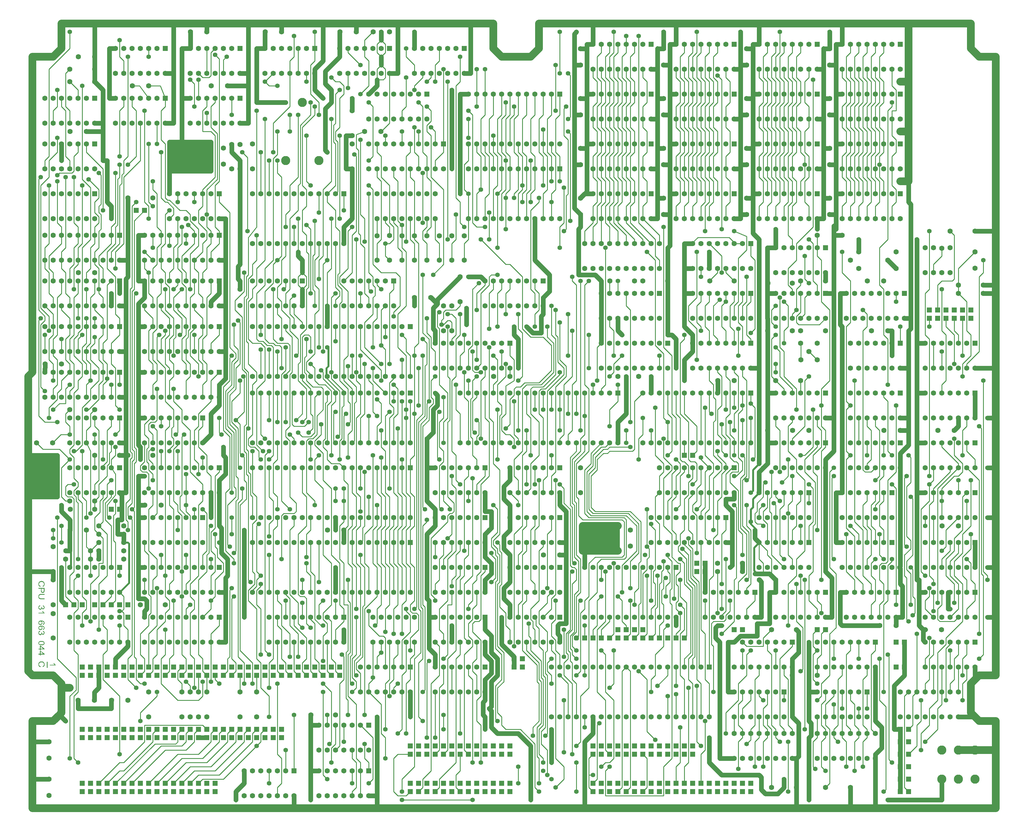
<source format=gbr>
G04 #@! TF.GenerationSoftware,KiCad,Pcbnew,7.0.5*
G04 #@! TF.CreationDate,2023-08-01T18:07:23+02:00*
G04 #@! TF.ProjectId,idp-valid,6964702d-7661-46c6-9964-2e6b69636164,1*
G04 #@! TF.SameCoordinates,Original*
G04 #@! TF.FileFunction,Copper,L1,Top*
G04 #@! TF.FilePolarity,Positive*
%FSLAX46Y46*%
G04 Gerber Fmt 4.6, Leading zero omitted, Abs format (unit mm)*
G04 Created by KiCad (PCBNEW 7.0.5) date 2023-08-01 18:07:23*
%MOMM*%
%LPD*%
G01*
G04 APERTURE LIST*
G04 Aperture macros list*
%AMRoundRect*
0 Rectangle with rounded corners*
0 $1 Rounding radius*
0 $2 $3 $4 $5 $6 $7 $8 $9 X,Y pos of 4 corners*
0 Add a 4 corners polygon primitive as box body*
4,1,4,$2,$3,$4,$5,$6,$7,$8,$9,$2,$3,0*
0 Add four circle primitives for the rounded corners*
1,1,$1+$1,$2,$3*
1,1,$1+$1,$4,$5*
1,1,$1+$1,$6,$7*
1,1,$1+$1,$8,$9*
0 Add four rect primitives between the rounded corners*
20,1,$1+$1,$2,$3,$4,$5,0*
20,1,$1+$1,$4,$5,$6,$7,0*
20,1,$1+$1,$6,$7,$8,$9,0*
20,1,$1+$1,$8,$9,$2,$3,0*%
G04 Aperture macros list end*
G04 #@! TA.AperFunction,NonConductor*
%ADD10C,0.200000*%
G04 #@! TD*
%ADD11C,0.150000*%
G04 #@! TA.AperFunction,NonConductor*
%ADD12C,0.150000*%
G04 #@! TD*
G04 #@! TA.AperFunction,ComponentPad*
%ADD13C,1.600000*%
G04 #@! TD*
G04 #@! TA.AperFunction,ComponentPad*
%ADD14R,1.600000X1.600000*%
G04 #@! TD*
G04 #@! TA.AperFunction,ComponentPad*
%ADD15C,2.800000*%
G04 #@! TD*
G04 #@! TA.AperFunction,ComponentPad*
%ADD16RoundRect,0.600000X0.200000X-0.200000X0.200000X0.200000X-0.200000X0.200000X-0.200000X-0.200000X0*%
G04 #@! TD*
G04 #@! TA.AperFunction,ViaPad*
%ADD17C,1.400000*%
G04 #@! TD*
G04 #@! TA.AperFunction,Conductor*
%ADD18C,0.250000*%
G04 #@! TD*
G04 #@! TA.AperFunction,Conductor*
%ADD19C,1.400000*%
G04 #@! TD*
G04 #@! TA.AperFunction,Conductor*
%ADD20C,2.400000*%
G04 #@! TD*
G04 #@! TA.AperFunction,Conductor*
%ADD21C,0.600000*%
G04 #@! TD*
G04 APERTURE END LIST*
D10*
X232410000Y-208915000D02*
X241300000Y-208915000D01*
X241300000Y-215265000D01*
X232410000Y-215265000D01*
X232410000Y-208915000D01*
G04 #@! TA.AperFunction,NonConductor*
G36*
X232410000Y-208915000D02*
G01*
X241300000Y-208915000D01*
X241300000Y-215265000D01*
X232410000Y-215265000D01*
X232410000Y-208915000D01*
G37*
G04 #@! TD.AperFunction*
X62865000Y-186690000D02*
X71120000Y-186690000D01*
X71120000Y-199390000D01*
X62865000Y-199390000D01*
X62865000Y-186690000D01*
G04 #@! TA.AperFunction,NonConductor*
G36*
X62865000Y-186690000D02*
G01*
X71120000Y-186690000D01*
X71120000Y-199390000D01*
X62865000Y-199390000D01*
X62865000Y-186690000D01*
G37*
G04 #@! TD.AperFunction*
X105410000Y-90805000D02*
X118110000Y-90805000D01*
X118110000Y-99695000D01*
X105410000Y-99695000D01*
X105410000Y-90805000D01*
G04 #@! TA.AperFunction,NonConductor*
G36*
X105410000Y-90805000D02*
G01*
X118110000Y-90805000D01*
X118110000Y-99695000D01*
X105410000Y-99695000D01*
X105410000Y-90805000D01*
G37*
G04 #@! TD.AperFunction*
D11*
D12*
G36*
X67899416Y-251670754D02*
G01*
X67899416Y-249841863D01*
X68166130Y-249841863D01*
X68166130Y-251670754D01*
X67899416Y-251670754D01*
G37*
D11*
D12*
G36*
X68775470Y-250970597D02*
G01*
X68775470Y-250723423D01*
X70200773Y-250723423D01*
X70186183Y-250706172D01*
X70171592Y-250687943D01*
X70157002Y-250668735D01*
X70142411Y-250648547D01*
X70127821Y-250627381D01*
X70113230Y-250605236D01*
X70098640Y-250582112D01*
X70084049Y-250558010D01*
X70074322Y-250541397D01*
X70064595Y-250524350D01*
X70054868Y-250506867D01*
X70045142Y-250488950D01*
X70035621Y-250470931D01*
X70026402Y-250453145D01*
X70017486Y-250435592D01*
X70008871Y-250418272D01*
X69996517Y-250392728D01*
X69984843Y-250367708D01*
X69973848Y-250343212D01*
X69963534Y-250319239D01*
X69953900Y-250295791D01*
X69944945Y-250272866D01*
X69936671Y-250250464D01*
X69929077Y-250228587D01*
X70154172Y-250228587D01*
X70165195Y-250254334D01*
X70176504Y-250279672D01*
X70188097Y-250304602D01*
X70199976Y-250329123D01*
X70212140Y-250353237D01*
X70224589Y-250376942D01*
X70237323Y-250400238D01*
X70250342Y-250423126D01*
X70263646Y-250445606D01*
X70277236Y-250467678D01*
X70291110Y-250489341D01*
X70305269Y-250510596D01*
X70319714Y-250531442D01*
X70334443Y-250551881D01*
X70349458Y-250571910D01*
X70364758Y-250591532D01*
X70380171Y-250610594D01*
X70395525Y-250628947D01*
X70410822Y-250646590D01*
X70426060Y-250663522D01*
X70441239Y-250679746D01*
X70456360Y-250695259D01*
X70471423Y-250710062D01*
X70486427Y-250724156D01*
X70501373Y-250737540D01*
X70516261Y-250750213D01*
X70531090Y-250762178D01*
X70545861Y-250773432D01*
X70567907Y-250788982D01*
X70589823Y-250802936D01*
X70604360Y-250811350D01*
X70604360Y-250970597D01*
X68775470Y-250970597D01*
G37*
D11*
D12*
G36*
X65996130Y-226639760D02*
G01*
X65935460Y-226906473D01*
X65916860Y-226901091D01*
X65898538Y-226895448D01*
X65880494Y-226889543D01*
X65862728Y-226883377D01*
X65845240Y-226876949D01*
X65828031Y-226870260D01*
X65811100Y-226863310D01*
X65794447Y-226856098D01*
X65778072Y-226848625D01*
X65746157Y-226832894D01*
X65715355Y-226816118D01*
X65685666Y-226798296D01*
X65657089Y-226779428D01*
X65629626Y-226759514D01*
X65603275Y-226738555D01*
X65578037Y-226716551D01*
X65553912Y-226693500D01*
X65530900Y-226669404D01*
X65509000Y-226644262D01*
X65488214Y-226618075D01*
X65478238Y-226604589D01*
X65459179Y-226577037D01*
X65441350Y-226548726D01*
X65424750Y-226519656D01*
X65409380Y-226489825D01*
X65395239Y-226459236D01*
X65382328Y-226427887D01*
X65370647Y-226395779D01*
X65360195Y-226362911D01*
X65350973Y-226329284D01*
X65342981Y-226294897D01*
X65336218Y-226259751D01*
X65330685Y-226223845D01*
X65326381Y-226187180D01*
X65323307Y-226149755D01*
X65321463Y-226111572D01*
X65320848Y-226072628D01*
X65320965Y-226052383D01*
X65321317Y-226032376D01*
X65321903Y-226012606D01*
X65322723Y-225993074D01*
X65325067Y-225954722D01*
X65328349Y-225917320D01*
X65332569Y-225880869D01*
X65337726Y-225845368D01*
X65343820Y-225810817D01*
X65350853Y-225777216D01*
X65358823Y-225744566D01*
X65367731Y-225712866D01*
X65377576Y-225682116D01*
X65388360Y-225652317D01*
X65400080Y-225623467D01*
X65412739Y-225595568D01*
X65426335Y-225568620D01*
X65440869Y-225542621D01*
X65456290Y-225517539D01*
X65472550Y-225493215D01*
X65489648Y-225469652D01*
X65507584Y-225446847D01*
X65526357Y-225424803D01*
X65545969Y-225403517D01*
X65566419Y-225382991D01*
X65587707Y-225363225D01*
X65609834Y-225344218D01*
X65632798Y-225325970D01*
X65656600Y-225308482D01*
X65681240Y-225291753D01*
X65706719Y-225275784D01*
X65733035Y-225260574D01*
X65760189Y-225246124D01*
X65788182Y-225232433D01*
X65816779Y-225219538D01*
X65845637Y-225207474D01*
X65874756Y-225196243D01*
X65904136Y-225185843D01*
X65933777Y-225176276D01*
X65963680Y-225167541D01*
X65993843Y-225159637D01*
X66024267Y-225152565D01*
X66054952Y-225146326D01*
X66085899Y-225140918D01*
X66117106Y-225136342D01*
X66148575Y-225132599D01*
X66180304Y-225129687D01*
X66212294Y-225127607D01*
X66244546Y-225126359D01*
X66277058Y-225125943D01*
X66294793Y-225126060D01*
X66312384Y-225126412D01*
X66347139Y-225127821D01*
X66381325Y-225130168D01*
X66414940Y-225133453D01*
X66447985Y-225137678D01*
X66480459Y-225142841D01*
X66512364Y-225148944D01*
X66543698Y-225155985D01*
X66574463Y-225163965D01*
X66604657Y-225172883D01*
X66634281Y-225182741D01*
X66663335Y-225193537D01*
X66691818Y-225205272D01*
X66719732Y-225217946D01*
X66747075Y-225231559D01*
X66773848Y-225246110D01*
X66799938Y-225261528D01*
X66825231Y-225277740D01*
X66849727Y-225294745D01*
X66873426Y-225312544D01*
X66896329Y-225331137D01*
X66918434Y-225350524D01*
X66939743Y-225370705D01*
X66960255Y-225391679D01*
X66979970Y-225413447D01*
X66998888Y-225436009D01*
X67017009Y-225459365D01*
X67034333Y-225483514D01*
X67050861Y-225508458D01*
X67066592Y-225534195D01*
X67081526Y-225560726D01*
X67095663Y-225588050D01*
X67109025Y-225616005D01*
X67121526Y-225644303D01*
X67133164Y-225672944D01*
X67143940Y-225701929D01*
X67153855Y-225731257D01*
X67162907Y-225760929D01*
X67171097Y-225790944D01*
X67178424Y-225821302D01*
X67184890Y-225852004D01*
X67190494Y-225883050D01*
X67195235Y-225914439D01*
X67199115Y-225946171D01*
X67202132Y-225978247D01*
X67204288Y-226010667D01*
X67205581Y-226043430D01*
X67206012Y-226076536D01*
X67205464Y-226113957D01*
X67203820Y-226150626D01*
X67201081Y-226186543D01*
X67197246Y-226221708D01*
X67192316Y-226256121D01*
X67186290Y-226289783D01*
X67179168Y-226322693D01*
X67170951Y-226354851D01*
X67161638Y-226386257D01*
X67151229Y-226416911D01*
X67139724Y-226446814D01*
X67127124Y-226475965D01*
X67113429Y-226504364D01*
X67098637Y-226532011D01*
X67082750Y-226558906D01*
X67065767Y-226585050D01*
X67047790Y-226610329D01*
X67028920Y-226634631D01*
X67009157Y-226657956D01*
X66988501Y-226680304D01*
X66966952Y-226701676D01*
X66944510Y-226722070D01*
X66921175Y-226741487D01*
X66896947Y-226759928D01*
X66871826Y-226777391D01*
X66845812Y-226793877D01*
X66818904Y-226809387D01*
X66791104Y-226823919D01*
X66762411Y-226837475D01*
X66732825Y-226850053D01*
X66702346Y-226861655D01*
X66670973Y-226872279D01*
X66615139Y-226609474D01*
X66639989Y-226600494D01*
X66663980Y-226591018D01*
X66687113Y-226581046D01*
X66709387Y-226570578D01*
X66730802Y-226559614D01*
X66751358Y-226548154D01*
X66771056Y-226536197D01*
X66789895Y-226523745D01*
X66807876Y-226510796D01*
X66824997Y-226497351D01*
X66841261Y-226483410D01*
X66856665Y-226468973D01*
X66871211Y-226454040D01*
X66884898Y-226438611D01*
X66897726Y-226422685D01*
X66909696Y-226406264D01*
X66920876Y-226389327D01*
X66931335Y-226371856D01*
X66941072Y-226353851D01*
X66950088Y-226335311D01*
X66958383Y-226316238D01*
X66965956Y-226296629D01*
X66972808Y-226276487D01*
X66978939Y-226255810D01*
X66984349Y-226234599D01*
X66989037Y-226212854D01*
X66993004Y-226190575D01*
X66996250Y-226167761D01*
X66998774Y-226144413D01*
X67000578Y-226120530D01*
X67001659Y-226096114D01*
X67002020Y-226071163D01*
X67001625Y-226042455D01*
X67000440Y-226014338D01*
X66998465Y-225986813D01*
X66995700Y-225959880D01*
X66992145Y-225933538D01*
X66987801Y-225907787D01*
X66982666Y-225882628D01*
X66976741Y-225858061D01*
X66970026Y-225834085D01*
X66962521Y-225810701D01*
X66954227Y-225787908D01*
X66945142Y-225765707D01*
X66935267Y-225744097D01*
X66924603Y-225723078D01*
X66913148Y-225702652D01*
X66900904Y-225682817D01*
X66887994Y-225663699D01*
X66874546Y-225645302D01*
X66860558Y-225627627D01*
X66846031Y-225610673D01*
X66830965Y-225594441D01*
X66815360Y-225578929D01*
X66799215Y-225564139D01*
X66782531Y-225550071D01*
X66765308Y-225536723D01*
X66747546Y-225524097D01*
X66729244Y-225512192D01*
X66710403Y-225501008D01*
X66691023Y-225490546D01*
X66671104Y-225480805D01*
X66650645Y-225471785D01*
X66629647Y-225463487D01*
X66608337Y-225455856D01*
X66586941Y-225448717D01*
X66565459Y-225442071D01*
X66543891Y-225435918D01*
X66522237Y-225430256D01*
X66500497Y-225425087D01*
X66478672Y-225420410D01*
X66456760Y-225416226D01*
X66434763Y-225412533D01*
X66412680Y-225409333D01*
X66390511Y-225406626D01*
X66368256Y-225404410D01*
X66345915Y-225402687D01*
X66323488Y-225401456D01*
X66300976Y-225400718D01*
X66278377Y-225400472D01*
X66249428Y-225400764D01*
X66220943Y-225401640D01*
X66192921Y-225403099D01*
X66165363Y-225405143D01*
X66138269Y-225407771D01*
X66111638Y-225410982D01*
X66085471Y-225414777D01*
X66059768Y-225419156D01*
X66034528Y-225424120D01*
X66009752Y-225429667D01*
X65985440Y-225435797D01*
X65961591Y-225442512D01*
X65938206Y-225449811D01*
X65915285Y-225457693D01*
X65892828Y-225466160D01*
X65870834Y-225475210D01*
X65849468Y-225484936D01*
X65828787Y-225495307D01*
X65808788Y-225506323D01*
X65789473Y-225517983D01*
X65770842Y-225530289D01*
X65752894Y-225543239D01*
X65735630Y-225556835D01*
X65719049Y-225571075D01*
X65703152Y-225585961D01*
X65687938Y-225601491D01*
X65673408Y-225617667D01*
X65659561Y-225634487D01*
X65646397Y-225651952D01*
X65633917Y-225670063D01*
X65622121Y-225688818D01*
X65611008Y-225708218D01*
X65600574Y-225728103D01*
X65590812Y-225748190D01*
X65581724Y-225768479D01*
X65573309Y-225788971D01*
X65565568Y-225809664D01*
X65558499Y-225830561D01*
X65552104Y-225851659D01*
X65546382Y-225872960D01*
X65541333Y-225894463D01*
X65536957Y-225916168D01*
X65533254Y-225938075D01*
X65530225Y-225960185D01*
X65527869Y-225982497D01*
X65526186Y-226005011D01*
X65525176Y-226027728D01*
X65524839Y-226050646D01*
X65525303Y-226078345D01*
X65526694Y-226105509D01*
X65529012Y-226132139D01*
X65532258Y-226158235D01*
X65536431Y-226183797D01*
X65541532Y-226208824D01*
X65547560Y-226233317D01*
X65554515Y-226257276D01*
X65562397Y-226280700D01*
X65571207Y-226303590D01*
X65580945Y-226325946D01*
X65591609Y-226347768D01*
X65603201Y-226369055D01*
X65615721Y-226389808D01*
X65629167Y-226410027D01*
X65643541Y-226429711D01*
X65658829Y-226448735D01*
X65675017Y-226466974D01*
X65692104Y-226484425D01*
X65710091Y-226501091D01*
X65728979Y-226516971D01*
X65748766Y-226532064D01*
X65769453Y-226546372D01*
X65791040Y-226559893D01*
X65813526Y-226572628D01*
X65836913Y-226584576D01*
X65861200Y-226595739D01*
X65886386Y-226606116D01*
X65912472Y-226615706D01*
X65939458Y-226624510D01*
X65967344Y-226632528D01*
X65996130Y-226639760D01*
G37*
G36*
X67177875Y-227983096D02*
G01*
X67177806Y-228007762D01*
X67177600Y-228031692D01*
X67177257Y-228054886D01*
X67176776Y-228077343D01*
X67176158Y-228099063D01*
X67175402Y-228120047D01*
X67174509Y-228140295D01*
X67173479Y-228159805D01*
X67171675Y-228187691D01*
X67169563Y-228213919D01*
X67167142Y-228238489D01*
X67164411Y-228261403D01*
X67161371Y-228282659D01*
X67160289Y-228289376D01*
X67155730Y-228316795D01*
X67150459Y-228343363D01*
X67144478Y-228369082D01*
X67137786Y-228393950D01*
X67130382Y-228417969D01*
X67122268Y-228441137D01*
X67113442Y-228463455D01*
X67103906Y-228484923D01*
X67093659Y-228505541D01*
X67082700Y-228525309D01*
X67075000Y-228538015D01*
X67062768Y-228556448D01*
X67049647Y-228574194D01*
X67035637Y-228591253D01*
X67020739Y-228607625D01*
X67004952Y-228623310D01*
X66988276Y-228638308D01*
X66970712Y-228652619D01*
X66952259Y-228666243D01*
X66932917Y-228679180D01*
X66912686Y-228691431D01*
X66898705Y-228699216D01*
X66877319Y-228710215D01*
X66855532Y-228720133D01*
X66833342Y-228728969D01*
X66810750Y-228736722D01*
X66787757Y-228743394D01*
X66764362Y-228748984D01*
X66740565Y-228753492D01*
X66716366Y-228756918D01*
X66691765Y-228759262D01*
X66666762Y-228760525D01*
X66649871Y-228760765D01*
X66621078Y-228760126D01*
X66592842Y-228758208D01*
X66565162Y-228755012D01*
X66538038Y-228750537D01*
X66511471Y-228744784D01*
X66485460Y-228737753D01*
X66460006Y-228729443D01*
X66435108Y-228719854D01*
X66410767Y-228708987D01*
X66386981Y-228696842D01*
X66363753Y-228683418D01*
X66341081Y-228668716D01*
X66318965Y-228652735D01*
X66297405Y-228635476D01*
X66276402Y-228616938D01*
X66255956Y-228597122D01*
X66236418Y-228575638D01*
X66218140Y-228552098D01*
X66201123Y-228526500D01*
X66185367Y-228498845D01*
X66170871Y-228469133D01*
X66157635Y-228437365D01*
X66145660Y-228403539D01*
X66134946Y-228367656D01*
X66125492Y-228329716D01*
X66121238Y-228309975D01*
X66117298Y-228289720D01*
X66113674Y-228268950D01*
X66110366Y-228247666D01*
X66107372Y-228225868D01*
X66104693Y-228203555D01*
X66102330Y-228180729D01*
X66100281Y-228157388D01*
X66098548Y-228133533D01*
X66097130Y-228109163D01*
X66096027Y-228084280D01*
X66095239Y-228058882D01*
X66094767Y-228032969D01*
X66094609Y-228006543D01*
X66094609Y-227489725D01*
X66305635Y-227489725D01*
X66305635Y-228010451D01*
X66305980Y-228042166D01*
X66307016Y-228072710D01*
X66308742Y-228102082D01*
X66311158Y-228130283D01*
X66314264Y-228157311D01*
X66318062Y-228183169D01*
X66322549Y-228207854D01*
X66327727Y-228231369D01*
X66333595Y-228253711D01*
X66340153Y-228274882D01*
X66347402Y-228294881D01*
X66355341Y-228313709D01*
X66363971Y-228331365D01*
X66378210Y-228355652D01*
X66394002Y-228377304D01*
X66411201Y-228396684D01*
X66429659Y-228414158D01*
X66449377Y-228429725D01*
X66470355Y-228443387D01*
X66492592Y-228455142D01*
X66516089Y-228464991D01*
X66540845Y-228472933D01*
X66558050Y-228477169D01*
X66575814Y-228480558D01*
X66594138Y-228483100D01*
X66613022Y-228484794D01*
X66632465Y-228485642D01*
X66642397Y-228485748D01*
X66663865Y-228485185D01*
X66684746Y-228483498D01*
X66705040Y-228480686D01*
X66724746Y-228476749D01*
X66743866Y-228471687D01*
X66762397Y-228465500D01*
X66780342Y-228458189D01*
X66797699Y-228449752D01*
X66814468Y-228440191D01*
X66830651Y-228429505D01*
X66841113Y-228421756D01*
X66856119Y-228409488D01*
X66870144Y-228396500D01*
X66883188Y-228382790D01*
X66895250Y-228368358D01*
X66909806Y-228347995D01*
X66922618Y-228326349D01*
X66933684Y-228303420D01*
X66940839Y-228285382D01*
X66947012Y-228266624D01*
X66950583Y-228253717D01*
X66955269Y-228229872D01*
X66958446Y-228206795D01*
X66960495Y-228187153D01*
X66962258Y-228165510D01*
X66963736Y-228141867D01*
X66964927Y-228116223D01*
X66965832Y-228088578D01*
X66966277Y-228069037D01*
X66966595Y-228048606D01*
X66966786Y-228027287D01*
X66966849Y-228005078D01*
X66966849Y-227489725D01*
X66305635Y-227489725D01*
X66094609Y-227489725D01*
X65348985Y-227489725D01*
X65348985Y-227223012D01*
X67177875Y-227223012D01*
X67177875Y-227983096D01*
G37*
G36*
X67177875Y-230410870D02*
G01*
X67177875Y-230677583D01*
X66122746Y-230677583D01*
X66088787Y-230677314D01*
X66055715Y-230676507D01*
X66023529Y-230675161D01*
X65992229Y-230673278D01*
X65961815Y-230670857D01*
X65932287Y-230667897D01*
X65903645Y-230664399D01*
X65875890Y-230660364D01*
X65849020Y-230655790D01*
X65823037Y-230650678D01*
X65797940Y-230645028D01*
X65773729Y-230638840D01*
X65750404Y-230632114D01*
X65727965Y-230624849D01*
X65706413Y-230617047D01*
X65685747Y-230608706D01*
X65665759Y-230599666D01*
X65646241Y-230589762D01*
X65627194Y-230578996D01*
X65608618Y-230567368D01*
X65590512Y-230554877D01*
X65572877Y-230541524D01*
X65555712Y-230527309D01*
X65539018Y-230512230D01*
X65522794Y-230496290D01*
X65507041Y-230479487D01*
X65491758Y-230461821D01*
X65476946Y-230443293D01*
X65462605Y-230423902D01*
X65448734Y-230403649D01*
X65435334Y-230382534D01*
X65422404Y-230360556D01*
X65410106Y-230337709D01*
X65398602Y-230313989D01*
X65387891Y-230289395D01*
X65377973Y-230263927D01*
X65368849Y-230237585D01*
X65360518Y-230210369D01*
X65352981Y-230182279D01*
X65346237Y-230153316D01*
X65340286Y-230123478D01*
X65335129Y-230092766D01*
X65330765Y-230061181D01*
X65327195Y-230028721D01*
X65324418Y-229995388D01*
X65322435Y-229961180D01*
X65321244Y-229926099D01*
X65320848Y-229890144D01*
X65321193Y-229855190D01*
X65322228Y-229821038D01*
X65323954Y-229787688D01*
X65326371Y-229755139D01*
X65329477Y-229723391D01*
X65333274Y-229692445D01*
X65337762Y-229662300D01*
X65342939Y-229632956D01*
X65348808Y-229604414D01*
X65355366Y-229576673D01*
X65362615Y-229549734D01*
X65370554Y-229523596D01*
X65379184Y-229498260D01*
X65388504Y-229473725D01*
X65398514Y-229449992D01*
X65409215Y-229427059D01*
X65420570Y-229404990D01*
X65432543Y-229383722D01*
X65445135Y-229363255D01*
X65458344Y-229343589D01*
X65472172Y-229324725D01*
X65486618Y-229306663D01*
X65501683Y-229289402D01*
X65517366Y-229272942D01*
X65533666Y-229257284D01*
X65550586Y-229242427D01*
X65568123Y-229228372D01*
X65586279Y-229215118D01*
X65605053Y-229202665D01*
X65624445Y-229191014D01*
X65644455Y-229180164D01*
X65665084Y-229170116D01*
X65686500Y-229160829D01*
X65708876Y-229152141D01*
X65732209Y-229144053D01*
X65756501Y-229136563D01*
X65781751Y-229129673D01*
X65807959Y-229123382D01*
X65835125Y-229117690D01*
X65863250Y-229112597D01*
X65892333Y-229108103D01*
X65922374Y-229104209D01*
X65953374Y-229100913D01*
X65985332Y-229098217D01*
X66018248Y-229096120D01*
X66052122Y-229094622D01*
X66086955Y-229093723D01*
X66104731Y-229093499D01*
X66122746Y-229093424D01*
X67177875Y-229093424D01*
X67177875Y-229359648D01*
X66119668Y-229359648D01*
X66090317Y-229359839D01*
X66061945Y-229360412D01*
X66034552Y-229361366D01*
X66008138Y-229362701D01*
X65982703Y-229364419D01*
X65958246Y-229366518D01*
X65934768Y-229368998D01*
X65912270Y-229371861D01*
X65890750Y-229375104D01*
X65870209Y-229378730D01*
X65850647Y-229382737D01*
X65832063Y-229387126D01*
X65814459Y-229391896D01*
X65789888Y-229399767D01*
X65767519Y-229408497D01*
X65746786Y-229418270D01*
X65726957Y-229429271D01*
X65708033Y-229441500D01*
X65690012Y-229454957D01*
X65672896Y-229469641D01*
X65656684Y-229485554D01*
X65641376Y-229502694D01*
X65626973Y-229521062D01*
X65613473Y-229540659D01*
X65600878Y-229561483D01*
X65592983Y-229576048D01*
X65582062Y-229598855D01*
X65572215Y-229622582D01*
X65563443Y-229647227D01*
X65555744Y-229672791D01*
X65549120Y-229699273D01*
X65543570Y-229726675D01*
X65539094Y-229754995D01*
X65536707Y-229774386D01*
X65534798Y-229794185D01*
X65533365Y-229814392D01*
X65532411Y-229835007D01*
X65531933Y-229856031D01*
X65531874Y-229866697D01*
X65532348Y-229902795D01*
X65533769Y-229937573D01*
X65536139Y-229971030D01*
X65539457Y-230003167D01*
X65543723Y-230033984D01*
X65548937Y-230063480D01*
X65555099Y-230091656D01*
X65562209Y-230118511D01*
X65570266Y-230144046D01*
X65579272Y-230168260D01*
X65589226Y-230191154D01*
X65600127Y-230212728D01*
X65611977Y-230232981D01*
X65624774Y-230251913D01*
X65638520Y-230269526D01*
X65653213Y-230285817D01*
X65669255Y-230300960D01*
X65687045Y-230315126D01*
X65706583Y-230328316D01*
X65727869Y-230340528D01*
X65750904Y-230351763D01*
X65775687Y-230362021D01*
X65802218Y-230371302D01*
X65830497Y-230379607D01*
X65860525Y-230386934D01*
X65892300Y-230393284D01*
X65925824Y-230398657D01*
X65961097Y-230403054D01*
X65979389Y-230404886D01*
X65998117Y-230406473D01*
X66017283Y-230407817D01*
X66036886Y-230408916D01*
X66056926Y-230409771D01*
X66077403Y-230410381D01*
X66098317Y-230410748D01*
X66119668Y-230410870D01*
X67177875Y-230410870D01*
G37*
G36*
X65825551Y-232566069D02*
G01*
X65855446Y-232813242D01*
X65832498Y-232818787D01*
X65810363Y-232824798D01*
X65789042Y-232831274D01*
X65768536Y-232838216D01*
X65748843Y-232845624D01*
X65729964Y-232853497D01*
X65711900Y-232861835D01*
X65694649Y-232870639D01*
X65678213Y-232879909D01*
X65662590Y-232889644D01*
X65640682Y-232905121D01*
X65620606Y-232921644D01*
X65602362Y-232939215D01*
X65585949Y-232957834D01*
X65571257Y-232977459D01*
X65558010Y-232997865D01*
X65546208Y-233019053D01*
X65535851Y-233041022D01*
X65526939Y-233063772D01*
X65519473Y-233087304D01*
X65513451Y-233111617D01*
X65508875Y-233136711D01*
X65505744Y-233162587D01*
X65504058Y-233189245D01*
X65503737Y-233207450D01*
X65504163Y-233229096D01*
X65505440Y-233250315D01*
X65507570Y-233271106D01*
X65510551Y-233291470D01*
X65514384Y-233311406D01*
X65519069Y-233330915D01*
X65524606Y-233349996D01*
X65530994Y-233368651D01*
X65538235Y-233386877D01*
X65546327Y-233404676D01*
X65555270Y-233422048D01*
X65565066Y-233438992D01*
X65575714Y-233455509D01*
X65587213Y-233471599D01*
X65599564Y-233487261D01*
X65612767Y-233502496D01*
X65626598Y-233517047D01*
X65640835Y-233530660D01*
X65655477Y-233543334D01*
X65670524Y-233555069D01*
X65685977Y-233565865D01*
X65701835Y-233575723D01*
X65718098Y-233584641D01*
X65734766Y-233592621D01*
X65751840Y-233599662D01*
X65769319Y-233605765D01*
X65787203Y-233610928D01*
X65805493Y-233615153D01*
X65824188Y-233618438D01*
X65843288Y-233620785D01*
X65862793Y-233622194D01*
X65882704Y-233622663D01*
X65901672Y-233622228D01*
X65920217Y-233620923D01*
X65938340Y-233618748D01*
X65956041Y-233615702D01*
X65973319Y-233611787D01*
X65998444Y-233604282D01*
X66022618Y-233594819D01*
X66045842Y-233583399D01*
X66068116Y-233570021D01*
X66089439Y-233554685D01*
X66109811Y-233537392D01*
X66129233Y-233518140D01*
X66135495Y-233511288D01*
X66153330Y-233489877D01*
X66169411Y-233467410D01*
X66183737Y-233443887D01*
X66196309Y-233419308D01*
X66207127Y-233393673D01*
X66216191Y-233366981D01*
X66223500Y-233339233D01*
X66227399Y-233320148D01*
X66230517Y-233300593D01*
X66232856Y-233280569D01*
X66234416Y-233260075D01*
X66235195Y-233239113D01*
X66235293Y-233228455D01*
X66234692Y-233205638D01*
X66232889Y-233181152D01*
X66230581Y-233160361D01*
X66227503Y-233138501D01*
X66223656Y-233115573D01*
X66219040Y-233091576D01*
X66213655Y-233066511D01*
X66210673Y-233053577D01*
X66420380Y-233081421D01*
X66418878Y-233101016D01*
X66418182Y-233120988D01*
X66418467Y-233140646D01*
X66419964Y-233169660D01*
X66422743Y-233198108D01*
X66426806Y-233225989D01*
X66432151Y-233253303D01*
X66438779Y-233280050D01*
X66446690Y-233306231D01*
X66455883Y-233331845D01*
X66466360Y-233356892D01*
X66478119Y-233381373D01*
X66491162Y-233405287D01*
X66505541Y-233427897D01*
X66521311Y-233448283D01*
X66538473Y-233466445D01*
X66557025Y-233482384D01*
X66576968Y-233496098D01*
X66598303Y-233507588D01*
X66621028Y-233516855D01*
X66645145Y-233523897D01*
X66670652Y-233528716D01*
X66688430Y-233530693D01*
X66706826Y-233531681D01*
X66716256Y-233531805D01*
X66738479Y-233530993D01*
X66759976Y-233528559D01*
X66780746Y-233524502D01*
X66800790Y-233518822D01*
X66820107Y-233511519D01*
X66838698Y-233502593D01*
X66856563Y-233492044D01*
X66873701Y-233479873D01*
X66890113Y-233466078D01*
X66905798Y-233450661D01*
X66915851Y-233439481D01*
X66929993Y-233421790D01*
X66942745Y-233403154D01*
X66954105Y-233383573D01*
X66964074Y-233363048D01*
X66972652Y-233341579D01*
X66979839Y-233319165D01*
X66985635Y-233295806D01*
X66990040Y-233271503D01*
X66993054Y-233246255D01*
X66994677Y-233220063D01*
X66994986Y-233202077D01*
X66994275Y-233175478D01*
X66992142Y-233149721D01*
X66988587Y-233124806D01*
X66983610Y-233100731D01*
X66977212Y-233077499D01*
X66969391Y-233055108D01*
X66960148Y-233033558D01*
X66949483Y-233012850D01*
X66937397Y-232992983D01*
X66923888Y-232973958D01*
X66914093Y-232961742D01*
X66898214Y-232944304D01*
X66880914Y-232928076D01*
X66862191Y-232913060D01*
X66842047Y-232899254D01*
X66820481Y-232886659D01*
X66797493Y-232875274D01*
X66773082Y-232865100D01*
X66756019Y-232858991D01*
X66738324Y-232853419D01*
X66719996Y-232848385D01*
X66701037Y-232843889D01*
X66681446Y-232839932D01*
X66671413Y-232838155D01*
X66710980Y-232590981D01*
X66738396Y-232597051D01*
X66765028Y-232604025D01*
X66790877Y-232611904D01*
X66815944Y-232620687D01*
X66840227Y-232630375D01*
X66863727Y-232640967D01*
X66886444Y-232652464D01*
X66908377Y-232664865D01*
X66929528Y-232678170D01*
X66949896Y-232692380D01*
X66969480Y-232707495D01*
X66988281Y-232723514D01*
X67006300Y-232740437D01*
X67023535Y-232758265D01*
X67039987Y-232776997D01*
X67055656Y-232796634D01*
X67070456Y-232817030D01*
X67084301Y-232838041D01*
X67097191Y-232859666D01*
X67109127Y-232881905D01*
X67120107Y-232904759D01*
X67130133Y-232928227D01*
X67139204Y-232952310D01*
X67147320Y-232977007D01*
X67154481Y-233002319D01*
X67160688Y-233028245D01*
X67165939Y-233054785D01*
X67170236Y-233081940D01*
X67173578Y-233109709D01*
X67175965Y-233138093D01*
X67177398Y-233167091D01*
X67177875Y-233196704D01*
X67177628Y-233217180D01*
X67176886Y-233237454D01*
X67175649Y-233257526D01*
X67173918Y-233277395D01*
X67171693Y-233297063D01*
X67168972Y-233316528D01*
X67165757Y-233335790D01*
X67160008Y-233364305D01*
X67153145Y-233392365D01*
X67145170Y-233419970D01*
X67136082Y-233447119D01*
X67125881Y-233473814D01*
X67114567Y-233500053D01*
X67102287Y-233525490D01*
X67089188Y-233549776D01*
X67075270Y-233572911D01*
X67060533Y-233594896D01*
X67044977Y-233615730D01*
X67028601Y-233635413D01*
X67011406Y-233653946D01*
X66993392Y-233671328D01*
X66974559Y-233687560D01*
X66954907Y-233702641D01*
X66941350Y-233712056D01*
X66920705Y-233725238D01*
X66899820Y-233737123D01*
X66878695Y-233747712D01*
X66857331Y-233757004D01*
X66835728Y-233765000D01*
X66813885Y-233771699D01*
X66791802Y-233777101D01*
X66769480Y-233781207D01*
X66746918Y-233784016D01*
X66724116Y-233785529D01*
X66708782Y-233785817D01*
X66687037Y-233785203D01*
X66665655Y-233783361D01*
X66644636Y-233780292D01*
X66623980Y-233775994D01*
X66603688Y-233770469D01*
X66583759Y-233763715D01*
X66564193Y-233755734D01*
X66544990Y-233746525D01*
X66526150Y-233736088D01*
X66507674Y-233724423D01*
X66495558Y-233715964D01*
X66477932Y-233702270D01*
X66460993Y-233687382D01*
X66444743Y-233671300D01*
X66429180Y-233654025D01*
X66414305Y-233635557D01*
X66400117Y-233615895D01*
X66386618Y-233595039D01*
X66373806Y-233572990D01*
X66361682Y-233549748D01*
X66350246Y-233525311D01*
X66343004Y-233508357D01*
X66338019Y-233530393D01*
X66332405Y-233551802D01*
X66326162Y-233572586D01*
X66319291Y-233592743D01*
X66311792Y-233612275D01*
X66303663Y-233631181D01*
X66294907Y-233649461D01*
X66285521Y-233667115D01*
X66275508Y-233684144D01*
X66264865Y-233700546D01*
X66253595Y-233716323D01*
X66241695Y-233731473D01*
X66229167Y-233745998D01*
X66216011Y-233759897D01*
X66202226Y-233773170D01*
X66187812Y-233785817D01*
X66172852Y-233797825D01*
X66157429Y-233809059D01*
X66141542Y-233819517D01*
X66125191Y-233829201D01*
X66108377Y-233838110D01*
X66091099Y-233846244D01*
X66073357Y-233853604D01*
X66055152Y-233860189D01*
X66036483Y-233866000D01*
X66017350Y-233871035D01*
X65997753Y-233875296D01*
X65977693Y-233878782D01*
X65957169Y-233881494D01*
X65936182Y-233883430D01*
X65914731Y-233884593D01*
X65892816Y-233884980D01*
X65863204Y-233884228D01*
X65834158Y-233881973D01*
X65805680Y-233878214D01*
X65777768Y-233872951D01*
X65750423Y-233866185D01*
X65723645Y-233857915D01*
X65697433Y-233848141D01*
X65671788Y-233836864D01*
X65646710Y-233824083D01*
X65622198Y-233809799D01*
X65598254Y-233794011D01*
X65574876Y-233776719D01*
X65552064Y-233757924D01*
X65529820Y-233737625D01*
X65508142Y-233715823D01*
X65487031Y-233692517D01*
X65466907Y-233668064D01*
X65448081Y-233642821D01*
X65430554Y-233616788D01*
X65414326Y-233589965D01*
X65399395Y-233562352D01*
X65385763Y-233533949D01*
X65373429Y-233504757D01*
X65362393Y-233474774D01*
X65352656Y-233444001D01*
X65344217Y-233412439D01*
X65337077Y-233380086D01*
X65331234Y-233346943D01*
X65326690Y-233313011D01*
X65323444Y-233278288D01*
X65321497Y-233242776D01*
X65320848Y-233206473D01*
X65321396Y-233173668D01*
X65323039Y-233141566D01*
X65325778Y-233110165D01*
X65329613Y-233079467D01*
X65334543Y-233049471D01*
X65340570Y-233020177D01*
X65347691Y-232991585D01*
X65355909Y-232963696D01*
X65365222Y-232936509D01*
X65375631Y-232910023D01*
X65387135Y-232884241D01*
X65399735Y-232859160D01*
X65413431Y-232834781D01*
X65428222Y-232811105D01*
X65444109Y-232788131D01*
X65461092Y-232765859D01*
X65479002Y-232744585D01*
X65497561Y-232724483D01*
X65516770Y-232705552D01*
X65536627Y-232687793D01*
X65557134Y-232671206D01*
X65578290Y-232655790D01*
X65600095Y-232641545D01*
X65622549Y-232628473D01*
X65645652Y-232616571D01*
X65669404Y-232605842D01*
X65693806Y-232596284D01*
X65718857Y-232587898D01*
X65744557Y-232580683D01*
X65770906Y-232574640D01*
X65797904Y-232569768D01*
X65825551Y-232566069D01*
G37*
G36*
X65348985Y-235053438D02*
G01*
X65348985Y-234806264D01*
X66774288Y-234806264D01*
X66759698Y-234789013D01*
X66745107Y-234770784D01*
X66730517Y-234751575D01*
X66715926Y-234731388D01*
X66701336Y-234710222D01*
X66686745Y-234688077D01*
X66672155Y-234664953D01*
X66657564Y-234640850D01*
X66647837Y-234624238D01*
X66638110Y-234607191D01*
X66628383Y-234589708D01*
X66618657Y-234571791D01*
X66609136Y-234553772D01*
X66599917Y-234535986D01*
X66591001Y-234518433D01*
X66582386Y-234501113D01*
X66570032Y-234475569D01*
X66558358Y-234450549D01*
X66547363Y-234426053D01*
X66537049Y-234402080D01*
X66527415Y-234378631D01*
X66518460Y-234355706D01*
X66510186Y-234333305D01*
X66502592Y-234311428D01*
X66727687Y-234311428D01*
X66738710Y-234337175D01*
X66750019Y-234362513D01*
X66761612Y-234387443D01*
X66773491Y-234411964D01*
X66785655Y-234436078D01*
X66798104Y-234459783D01*
X66810838Y-234483079D01*
X66823857Y-234505967D01*
X66837161Y-234528447D01*
X66850751Y-234550519D01*
X66864625Y-234572182D01*
X66878784Y-234593437D01*
X66893229Y-234614283D01*
X66907958Y-234634721D01*
X66922973Y-234654751D01*
X66938273Y-234674373D01*
X66953686Y-234693435D01*
X66969040Y-234711788D01*
X66984337Y-234729430D01*
X66999575Y-234746363D01*
X67014754Y-234762586D01*
X67029875Y-234778100D01*
X67044938Y-234792903D01*
X67059942Y-234806997D01*
X67074888Y-234820380D01*
X67089776Y-234833054D01*
X67104605Y-234845018D01*
X67119376Y-234856273D01*
X67141422Y-234871823D01*
X67163338Y-234885776D01*
X67177875Y-234894191D01*
X67177875Y-235053438D01*
X65348985Y-235053438D01*
G37*
G36*
X66235424Y-237223990D02*
G01*
X66267527Y-237224621D01*
X66299069Y-237225673D01*
X66330048Y-237227146D01*
X66360467Y-237229039D01*
X66390323Y-237231353D01*
X66419619Y-237234088D01*
X66448352Y-237237243D01*
X66476524Y-237240820D01*
X66504134Y-237244817D01*
X66531183Y-237249235D01*
X66557671Y-237254073D01*
X66583596Y-237259333D01*
X66608960Y-237265013D01*
X66633763Y-237271114D01*
X66658004Y-237277635D01*
X66681683Y-237284577D01*
X66704801Y-237291941D01*
X66727358Y-237299724D01*
X66749352Y-237307929D01*
X66770786Y-237316554D01*
X66791657Y-237325600D01*
X66811967Y-237335067D01*
X66831716Y-237344955D01*
X66850903Y-237355263D01*
X66869528Y-237365992D01*
X66887592Y-237377142D01*
X66905094Y-237388712D01*
X66922034Y-237400703D01*
X66938414Y-237413116D01*
X66954231Y-237425948D01*
X66969487Y-237439202D01*
X66994721Y-237463222D01*
X67018328Y-237488264D01*
X67040306Y-237514329D01*
X67060657Y-237541417D01*
X67079379Y-237569528D01*
X67096473Y-237598662D01*
X67111940Y-237628818D01*
X67125778Y-237659997D01*
X67137988Y-237692199D01*
X67148570Y-237725424D01*
X67157525Y-237759671D01*
X67164851Y-237794941D01*
X67170549Y-237831234D01*
X67174619Y-237868550D01*
X67177061Y-237906889D01*
X67177671Y-237926441D01*
X67177875Y-237946250D01*
X67177396Y-237975649D01*
X67175958Y-238004372D01*
X67173563Y-238032420D01*
X67170209Y-238059792D01*
X67165897Y-238086489D01*
X67160626Y-238112511D01*
X67154397Y-238137857D01*
X67147210Y-238162527D01*
X67139065Y-238186522D01*
X67129961Y-238209841D01*
X67119900Y-238232485D01*
X67108879Y-238254454D01*
X67096901Y-238275747D01*
X67083964Y-238296364D01*
X67070069Y-238316306D01*
X67055216Y-238335573D01*
X67039573Y-238354088D01*
X67023198Y-238371652D01*
X67006092Y-238388267D01*
X66988254Y-238403931D01*
X66969684Y-238418644D01*
X66950383Y-238432408D01*
X66930351Y-238445221D01*
X66909586Y-238457084D01*
X66888091Y-238467997D01*
X66865863Y-238477959D01*
X66842904Y-238486971D01*
X66819213Y-238495033D01*
X66794791Y-238502145D01*
X66769638Y-238508306D01*
X66743752Y-238513517D01*
X66717135Y-238517778D01*
X66699550Y-238272070D01*
X66724290Y-238265601D01*
X66747731Y-238258652D01*
X66769875Y-238251221D01*
X66790719Y-238243310D01*
X66810266Y-238234918D01*
X66828515Y-238226045D01*
X66845465Y-238216692D01*
X66861116Y-238206857D01*
X66879966Y-238192996D01*
X66896507Y-238178281D01*
X66914106Y-238159092D01*
X66929975Y-238139080D01*
X66944112Y-238118243D01*
X66956518Y-238096581D01*
X66967193Y-238074096D01*
X66976136Y-238050786D01*
X66983349Y-238026652D01*
X66988831Y-238001693D01*
X66992582Y-237975910D01*
X66994601Y-237949303D01*
X66994986Y-237931107D01*
X66994472Y-237909195D01*
X66992930Y-237887790D01*
X66990361Y-237866892D01*
X66986763Y-237846500D01*
X66982138Y-237826614D01*
X66976485Y-237807236D01*
X66969804Y-237788364D01*
X66962096Y-237769998D01*
X66953359Y-237752139D01*
X66943595Y-237734787D01*
X66936514Y-237723500D01*
X66921725Y-237702044D01*
X66905716Y-237681454D01*
X66888485Y-237661732D01*
X66870033Y-237642877D01*
X66850360Y-237624890D01*
X66829466Y-237607769D01*
X66814858Y-237596838D01*
X66799708Y-237586291D01*
X66784015Y-237576130D01*
X66767779Y-237566355D01*
X66751001Y-237556965D01*
X66733680Y-237547960D01*
X66715816Y-237539341D01*
X66697254Y-237531226D01*
X66677726Y-237523611D01*
X66657233Y-237516495D01*
X66635775Y-237509880D01*
X66613352Y-237503764D01*
X66589963Y-237498148D01*
X66565610Y-237493033D01*
X66540291Y-237488417D01*
X66514007Y-237484301D01*
X66486759Y-237480685D01*
X66458544Y-237477569D01*
X66429365Y-237474953D01*
X66399221Y-237472837D01*
X66368111Y-237471221D01*
X66336037Y-237470104D01*
X66302997Y-237469488D01*
X66324151Y-237486597D01*
X66344254Y-237504401D01*
X66363306Y-237522901D01*
X66381307Y-237542097D01*
X66398257Y-237561988D01*
X66414157Y-237582574D01*
X66429005Y-237603856D01*
X66442802Y-237625834D01*
X66455548Y-237648507D01*
X66467243Y-237671876D01*
X66474456Y-237687841D01*
X66484512Y-237712216D01*
X66493580Y-237736796D01*
X66501658Y-237761583D01*
X66508747Y-237786576D01*
X66514847Y-237811775D01*
X66519958Y-237837180D01*
X66524080Y-237862791D01*
X66527212Y-237888609D01*
X66529355Y-237914632D01*
X66530509Y-237940861D01*
X66530729Y-237958462D01*
X66530087Y-237989130D01*
X66528160Y-238019217D01*
X66524949Y-238048725D01*
X66520453Y-238077653D01*
X66514672Y-238106000D01*
X66507607Y-238133767D01*
X66499257Y-238160955D01*
X66489623Y-238187562D01*
X66478704Y-238213589D01*
X66466501Y-238239036D01*
X66453013Y-238263903D01*
X66438240Y-238288190D01*
X66422183Y-238311897D01*
X66404842Y-238335023D01*
X66386216Y-238357570D01*
X66366305Y-238379537D01*
X66345431Y-238400595D01*
X66323804Y-238420295D01*
X66301426Y-238438636D01*
X66278295Y-238455618D01*
X66254412Y-238471242D01*
X66229777Y-238485508D01*
X66204390Y-238498414D01*
X66178250Y-238509962D01*
X66151358Y-238520152D01*
X66123714Y-238528983D01*
X66095318Y-238536455D01*
X66066170Y-238542569D01*
X66036270Y-238547324D01*
X66005617Y-238550720D01*
X65974212Y-238552758D01*
X65942055Y-238553438D01*
X65920770Y-238553117D01*
X65899671Y-238552155D01*
X65878758Y-238550553D01*
X65858029Y-238548309D01*
X65837487Y-238545423D01*
X65817129Y-238541897D01*
X65796958Y-238537730D01*
X65776971Y-238532921D01*
X65757170Y-238527472D01*
X65737555Y-238521381D01*
X65718125Y-238514649D01*
X65698881Y-238507276D01*
X65679822Y-238499262D01*
X65660948Y-238490606D01*
X65642260Y-238481310D01*
X65623758Y-238471372D01*
X65605671Y-238460934D01*
X65588120Y-238450016D01*
X65571104Y-238438617D01*
X65554625Y-238426737D01*
X65538681Y-238414376D01*
X65523273Y-238401534D01*
X65508401Y-238388211D01*
X65494065Y-238374408D01*
X65480264Y-238360123D01*
X65467000Y-238345358D01*
X65454271Y-238330112D01*
X65442078Y-238314385D01*
X65430420Y-238298177D01*
X65419299Y-238281489D01*
X65408713Y-238264319D01*
X65398663Y-238246669D01*
X65389240Y-238228688D01*
X65380425Y-238210406D01*
X65372218Y-238191823D01*
X65364619Y-238172938D01*
X65357628Y-238153751D01*
X65351245Y-238134264D01*
X65345469Y-238114474D01*
X65340302Y-238094383D01*
X65335742Y-238073991D01*
X65331791Y-238053297D01*
X65328447Y-238032302D01*
X65325711Y-238011005D01*
X65323583Y-237989407D01*
X65322064Y-237967507D01*
X65321152Y-237945305D01*
X65320848Y-237922803D01*
X65320930Y-237918895D01*
X65503737Y-237918895D01*
X65504757Y-237947822D01*
X65507817Y-237975985D01*
X65512918Y-238003383D01*
X65520058Y-238030018D01*
X65529239Y-238055888D01*
X65540460Y-238080994D01*
X65553721Y-238105336D01*
X65569023Y-238128913D01*
X65580357Y-238144207D01*
X65592598Y-238159161D01*
X65605746Y-238173776D01*
X65619801Y-238188050D01*
X65634635Y-238201715D01*
X65650122Y-238214497D01*
X65666262Y-238226398D01*
X65683054Y-238237418D01*
X65700498Y-238247556D01*
X65718596Y-238256812D01*
X65737346Y-238265187D01*
X65756748Y-238272681D01*
X65776803Y-238279292D01*
X65797511Y-238285022D01*
X65818871Y-238289871D01*
X65840883Y-238293838D01*
X65863549Y-238296924D01*
X65886867Y-238299127D01*
X65910837Y-238300450D01*
X65935460Y-238300891D01*
X65959103Y-238300455D01*
X65982110Y-238299150D01*
X66004482Y-238296975D01*
X66026218Y-238293930D01*
X66047319Y-238290014D01*
X66067784Y-238285228D01*
X66087614Y-238279573D01*
X66106809Y-238273047D01*
X66125368Y-238265651D01*
X66143292Y-238257385D01*
X66160580Y-238248249D01*
X66177233Y-238238242D01*
X66193251Y-238227366D01*
X66208633Y-238215619D01*
X66223380Y-238203003D01*
X66237491Y-238189516D01*
X66250854Y-238175369D01*
X66263354Y-238160771D01*
X66274993Y-238145724D01*
X66285769Y-238130226D01*
X66300317Y-238106135D01*
X66312925Y-238081030D01*
X66323593Y-238054912D01*
X66332322Y-238027781D01*
X66339111Y-237999637D01*
X66342560Y-237980311D01*
X66345146Y-237960535D01*
X66346870Y-237940309D01*
X66347732Y-237919632D01*
X66347840Y-237909125D01*
X66347409Y-237888380D01*
X66346116Y-237868031D01*
X66343961Y-237848080D01*
X66340943Y-237828525D01*
X66337064Y-237809367D01*
X66329628Y-237781375D01*
X66320253Y-237754275D01*
X66308938Y-237728069D01*
X66295683Y-237702755D01*
X66285769Y-237686376D01*
X66274993Y-237670393D01*
X66263354Y-237654807D01*
X66250854Y-237639618D01*
X66237491Y-237624826D01*
X66223428Y-237610689D01*
X66208825Y-237597464D01*
X66193684Y-237585150D01*
X66178003Y-237573749D01*
X66161783Y-237563260D01*
X66145023Y-237553683D01*
X66127724Y-237545018D01*
X66109886Y-237537265D01*
X66091509Y-237530425D01*
X66072593Y-237524496D01*
X66053137Y-237519479D01*
X66033142Y-237515375D01*
X66012608Y-237512183D01*
X65991535Y-237509902D01*
X65969922Y-237508534D01*
X65947770Y-237508078D01*
X65925850Y-237508555D01*
X65904107Y-237509985D01*
X65882542Y-237512367D01*
X65861155Y-237515703D01*
X65839945Y-237519992D01*
X65818914Y-237525234D01*
X65798060Y-237531430D01*
X65777383Y-237538578D01*
X65756885Y-237546680D01*
X65736564Y-237555734D01*
X65723116Y-237562300D01*
X65703451Y-237572845D01*
X65684682Y-237584145D01*
X65666810Y-237596200D01*
X65649834Y-237609012D01*
X65633754Y-237622579D01*
X65618571Y-237636901D01*
X65604285Y-237651979D01*
X65590895Y-237667813D01*
X65578401Y-237684403D01*
X65566804Y-237701748D01*
X65559571Y-237713731D01*
X65549593Y-237732135D01*
X65540596Y-237750711D01*
X65532581Y-237769458D01*
X65525547Y-237788377D01*
X65519495Y-237807468D01*
X65514424Y-237826731D01*
X65510334Y-237846166D01*
X65507226Y-237865772D01*
X65505100Y-237885550D01*
X65503955Y-237905500D01*
X65503737Y-237918895D01*
X65320930Y-237918895D01*
X65321650Y-237884598D01*
X65324056Y-237847286D01*
X65328066Y-237810867D01*
X65333680Y-237775341D01*
X65340898Y-237740708D01*
X65349720Y-237706968D01*
X65360145Y-237674121D01*
X65372175Y-237642168D01*
X65385809Y-237611107D01*
X65401047Y-237580939D01*
X65417889Y-237551664D01*
X65436335Y-237523282D01*
X65456385Y-237495794D01*
X65478039Y-237469198D01*
X65501296Y-237443495D01*
X65526158Y-237418685D01*
X65552861Y-237395084D01*
X65581642Y-237373004D01*
X65596811Y-237362536D01*
X65612501Y-237352448D01*
X65628709Y-237342741D01*
X65645437Y-237333414D01*
X65662685Y-237324468D01*
X65680452Y-237315903D01*
X65698739Y-237307719D01*
X65717545Y-237299915D01*
X65736870Y-237292492D01*
X65756715Y-237285449D01*
X65777080Y-237278787D01*
X65797964Y-237272506D01*
X65819367Y-237266606D01*
X65841290Y-237261086D01*
X65863733Y-237255947D01*
X65886695Y-237251188D01*
X65910177Y-237246810D01*
X65934178Y-237242813D01*
X65958698Y-237239197D01*
X65983738Y-237235961D01*
X66009298Y-237233106D01*
X66035377Y-237230632D01*
X66061975Y-237228538D01*
X66089093Y-237226825D01*
X66116730Y-237225493D01*
X66144887Y-237224541D01*
X66173564Y-237223970D01*
X66202760Y-237223780D01*
X66235424Y-237223990D01*
G37*
G36*
X66235424Y-238781282D02*
G01*
X66267527Y-238781913D01*
X66299069Y-238782965D01*
X66330048Y-238784438D01*
X66360467Y-238786331D01*
X66390323Y-238788645D01*
X66419619Y-238791380D01*
X66448352Y-238794536D01*
X66476524Y-238798112D01*
X66504134Y-238802109D01*
X66531183Y-238806527D01*
X66557671Y-238811366D01*
X66583596Y-238816625D01*
X66608960Y-238822305D01*
X66633763Y-238828406D01*
X66658004Y-238834928D01*
X66681683Y-238841870D01*
X66704801Y-238849233D01*
X66727358Y-238857017D01*
X66749352Y-238865221D01*
X66770786Y-238873847D01*
X66791657Y-238882893D01*
X66811967Y-238892359D01*
X66831716Y-238902247D01*
X66850903Y-238912555D01*
X66869528Y-238923284D01*
X66887592Y-238934434D01*
X66905094Y-238946005D01*
X66922034Y-238957996D01*
X66938414Y-238970408D01*
X66954231Y-238983241D01*
X66969487Y-238996494D01*
X66994721Y-239020514D01*
X67018328Y-239045556D01*
X67040306Y-239071622D01*
X67060657Y-239098710D01*
X67079379Y-239126821D01*
X67096473Y-239155954D01*
X67111940Y-239186111D01*
X67125778Y-239217290D01*
X67137988Y-239249492D01*
X67148570Y-239282716D01*
X67157525Y-239316964D01*
X67164851Y-239352234D01*
X67170549Y-239388527D01*
X67174619Y-239425843D01*
X67177061Y-239464181D01*
X67177671Y-239483734D01*
X67177875Y-239503542D01*
X67177396Y-239532941D01*
X67175958Y-239561665D01*
X67173563Y-239589712D01*
X67170209Y-239617085D01*
X67165897Y-239643782D01*
X67160626Y-239669803D01*
X67154397Y-239695149D01*
X67147210Y-239719819D01*
X67139065Y-239743814D01*
X67129961Y-239767134D01*
X67119900Y-239789778D01*
X67108879Y-239811746D01*
X67096901Y-239833039D01*
X67083964Y-239853657D01*
X67070069Y-239873599D01*
X67055216Y-239892865D01*
X67039573Y-239911380D01*
X67023198Y-239928945D01*
X67006092Y-239945559D01*
X66988254Y-239961223D01*
X66969684Y-239975937D01*
X66950383Y-239989700D01*
X66930351Y-240002513D01*
X66909586Y-240014376D01*
X66888091Y-240025289D01*
X66865863Y-240035251D01*
X66842904Y-240044264D01*
X66819213Y-240052325D01*
X66794791Y-240059437D01*
X66769638Y-240065599D01*
X66743752Y-240070810D01*
X66717135Y-240075071D01*
X66699550Y-239829362D01*
X66724290Y-239822894D01*
X66747731Y-239815944D01*
X66769875Y-239808514D01*
X66790719Y-239800603D01*
X66810266Y-239792211D01*
X66828515Y-239783338D01*
X66845465Y-239773984D01*
X66861116Y-239764149D01*
X66879966Y-239750289D01*
X66896507Y-239735573D01*
X66914106Y-239716385D01*
X66929975Y-239696372D01*
X66944112Y-239675535D01*
X66956518Y-239653874D01*
X66967193Y-239631388D01*
X66976136Y-239608078D01*
X66983349Y-239583944D01*
X66988831Y-239558985D01*
X66992582Y-239533203D01*
X66994601Y-239506595D01*
X66994986Y-239488399D01*
X66994472Y-239466488D01*
X66992930Y-239445082D01*
X66990361Y-239424184D01*
X66986763Y-239403792D01*
X66982138Y-239383907D01*
X66976485Y-239364528D01*
X66969804Y-239345656D01*
X66962096Y-239327291D01*
X66953359Y-239309432D01*
X66943595Y-239292080D01*
X66936514Y-239280793D01*
X66921725Y-239259336D01*
X66905716Y-239238747D01*
X66888485Y-239219025D01*
X66870033Y-239200170D01*
X66850360Y-239182182D01*
X66829466Y-239165062D01*
X66814858Y-239154130D01*
X66799708Y-239143584D01*
X66784015Y-239133423D01*
X66767779Y-239123647D01*
X66751001Y-239114257D01*
X66733680Y-239105253D01*
X66715816Y-239096634D01*
X66697254Y-239088518D01*
X66677726Y-239080903D01*
X66657233Y-239073788D01*
X66635775Y-239067172D01*
X66613352Y-239061056D01*
X66589963Y-239055441D01*
X66565610Y-239050325D01*
X66540291Y-239045709D01*
X66514007Y-239041593D01*
X66486759Y-239037977D01*
X66458544Y-239034861D01*
X66429365Y-239032245D01*
X66399221Y-239030129D01*
X66368111Y-239028513D01*
X66336037Y-239027397D01*
X66302997Y-239026780D01*
X66324151Y-239043889D01*
X66344254Y-239061694D01*
X66363306Y-239080194D01*
X66381307Y-239099389D01*
X66398257Y-239119280D01*
X66414157Y-239139867D01*
X66429005Y-239161149D01*
X66442802Y-239183126D01*
X66455548Y-239205799D01*
X66467243Y-239229168D01*
X66474456Y-239245133D01*
X66484512Y-239269508D01*
X66493580Y-239294089D01*
X66501658Y-239318876D01*
X66508747Y-239343869D01*
X66514847Y-239369068D01*
X66519958Y-239394473D01*
X66524080Y-239420084D01*
X66527212Y-239445901D01*
X66529355Y-239471924D01*
X66530509Y-239498154D01*
X66530729Y-239515754D01*
X66530087Y-239546422D01*
X66528160Y-239576510D01*
X66524949Y-239606017D01*
X66520453Y-239634945D01*
X66514672Y-239663292D01*
X66507607Y-239691060D01*
X66499257Y-239718247D01*
X66489623Y-239744854D01*
X66478704Y-239770881D01*
X66466501Y-239796328D01*
X66453013Y-239821195D01*
X66438240Y-239845482D01*
X66422183Y-239869189D01*
X66404842Y-239892316D01*
X66386216Y-239914863D01*
X66366305Y-239936829D01*
X66345431Y-239957887D01*
X66323804Y-239977587D01*
X66301426Y-239995928D01*
X66278295Y-240012911D01*
X66254412Y-240028535D01*
X66229777Y-240042800D01*
X66204390Y-240055707D01*
X66178250Y-240067255D01*
X66151358Y-240077444D01*
X66123714Y-240086275D01*
X66095318Y-240093748D01*
X66066170Y-240099861D01*
X66036270Y-240104616D01*
X66005617Y-240108013D01*
X65974212Y-240110051D01*
X65942055Y-240110730D01*
X65920770Y-240110409D01*
X65899671Y-240109448D01*
X65878758Y-240107845D01*
X65858029Y-240105601D01*
X65837487Y-240102716D01*
X65817129Y-240099190D01*
X65796958Y-240095022D01*
X65776971Y-240090214D01*
X65757170Y-240084764D01*
X65737555Y-240078673D01*
X65718125Y-240071941D01*
X65698881Y-240064568D01*
X65679822Y-240056554D01*
X65660948Y-240047899D01*
X65642260Y-240038602D01*
X65623758Y-240028664D01*
X65605671Y-240018227D01*
X65588120Y-240007308D01*
X65571104Y-239995909D01*
X65554625Y-239984029D01*
X65538681Y-239971668D01*
X65523273Y-239958826D01*
X65508401Y-239945504D01*
X65494065Y-239931700D01*
X65480264Y-239917416D01*
X65467000Y-239902650D01*
X65454271Y-239887404D01*
X65442078Y-239871677D01*
X65430420Y-239855470D01*
X65419299Y-239838781D01*
X65408713Y-239821611D01*
X65398663Y-239803961D01*
X65389240Y-239785981D01*
X65380425Y-239767699D01*
X65372218Y-239749115D01*
X65364619Y-239730230D01*
X65357628Y-239711044D01*
X65351245Y-239691556D01*
X65345469Y-239671767D01*
X65340302Y-239651676D01*
X65335742Y-239631283D01*
X65331791Y-239610589D01*
X65328447Y-239589594D01*
X65325711Y-239568297D01*
X65323583Y-239546699D01*
X65322064Y-239524799D01*
X65321152Y-239502598D01*
X65320848Y-239480095D01*
X65320930Y-239476187D01*
X65503737Y-239476187D01*
X65504757Y-239505114D01*
X65507817Y-239533277D01*
X65512918Y-239560676D01*
X65520058Y-239587310D01*
X65529239Y-239613180D01*
X65540460Y-239638286D01*
X65553721Y-239662628D01*
X65569023Y-239686205D01*
X65580357Y-239701499D01*
X65592598Y-239716453D01*
X65605746Y-239731068D01*
X65619801Y-239745343D01*
X65634635Y-239759007D01*
X65650122Y-239771790D01*
X65666262Y-239783691D01*
X65683054Y-239794710D01*
X65700498Y-239804848D01*
X65718596Y-239814105D01*
X65737346Y-239822480D01*
X65756748Y-239829973D01*
X65776803Y-239836585D01*
X65797511Y-239842315D01*
X65818871Y-239847163D01*
X65840883Y-239851130D01*
X65863549Y-239854216D01*
X65886867Y-239856420D01*
X65910837Y-239857742D01*
X65935460Y-239858183D01*
X65959103Y-239857748D01*
X65982110Y-239856443D01*
X66004482Y-239854267D01*
X66026218Y-239851222D01*
X66047319Y-239847307D01*
X66067784Y-239842521D01*
X66087614Y-239836865D01*
X66106809Y-239830339D01*
X66125368Y-239822943D01*
X66143292Y-239814677D01*
X66160580Y-239805541D01*
X66177233Y-239795535D01*
X66193251Y-239784658D01*
X66208633Y-239772912D01*
X66223380Y-239760295D01*
X66237491Y-239746808D01*
X66250854Y-239732661D01*
X66263354Y-239718064D01*
X66274993Y-239703016D01*
X66285769Y-239687518D01*
X66300317Y-239663427D01*
X66312925Y-239638322D01*
X66323593Y-239612205D01*
X66332322Y-239585074D01*
X66339111Y-239556929D01*
X66342560Y-239537604D01*
X66345146Y-239517828D01*
X66346870Y-239497601D01*
X66347732Y-239476925D01*
X66347840Y-239466417D01*
X66347409Y-239445672D01*
X66346116Y-239425324D01*
X66343961Y-239405372D01*
X66340943Y-239385817D01*
X66337064Y-239366659D01*
X66329628Y-239338667D01*
X66320253Y-239311567D01*
X66308938Y-239285361D01*
X66295683Y-239260047D01*
X66285769Y-239243668D01*
X66274993Y-239227685D01*
X66263354Y-239212100D01*
X66250854Y-239196911D01*
X66237491Y-239182119D01*
X66223428Y-239167981D01*
X66208825Y-239154756D01*
X66193684Y-239142443D01*
X66178003Y-239131041D01*
X66161783Y-239120552D01*
X66145023Y-239110975D01*
X66127724Y-239102310D01*
X66109886Y-239094558D01*
X66091509Y-239087717D01*
X66072593Y-239081788D01*
X66053137Y-239076772D01*
X66033142Y-239072667D01*
X66012608Y-239069475D01*
X65991535Y-239067195D01*
X65969922Y-239065827D01*
X65947770Y-239065371D01*
X65925850Y-239065847D01*
X65904107Y-239067277D01*
X65882542Y-239069660D01*
X65861155Y-239072996D01*
X65839945Y-239077285D01*
X65818914Y-239082527D01*
X65798060Y-239088722D01*
X65777383Y-239095870D01*
X65756885Y-239103972D01*
X65736564Y-239113027D01*
X65723116Y-239119593D01*
X65703451Y-239130137D01*
X65684682Y-239141437D01*
X65666810Y-239153493D01*
X65649834Y-239166304D01*
X65633754Y-239179871D01*
X65618571Y-239194194D01*
X65604285Y-239209272D01*
X65590895Y-239225105D01*
X65578401Y-239241695D01*
X65566804Y-239259040D01*
X65559571Y-239271023D01*
X65549593Y-239289427D01*
X65540596Y-239308003D01*
X65532581Y-239326751D01*
X65525547Y-239345670D01*
X65519495Y-239364761D01*
X65514424Y-239384024D01*
X65510334Y-239403458D01*
X65507226Y-239423064D01*
X65505100Y-239442842D01*
X65503955Y-239462792D01*
X65503737Y-239476187D01*
X65320930Y-239476187D01*
X65321650Y-239441890D01*
X65324056Y-239404578D01*
X65328066Y-239368159D01*
X65333680Y-239332633D01*
X65340898Y-239298001D01*
X65349720Y-239264261D01*
X65360145Y-239231414D01*
X65372175Y-239199460D01*
X65385809Y-239168399D01*
X65401047Y-239138231D01*
X65417889Y-239108957D01*
X65436335Y-239080575D01*
X65456385Y-239053086D01*
X65478039Y-239026490D01*
X65501296Y-239000788D01*
X65526158Y-238975978D01*
X65552861Y-238952376D01*
X65581642Y-238930297D01*
X65596811Y-238919828D01*
X65612501Y-238909740D01*
X65628709Y-238900033D01*
X65645437Y-238890707D01*
X65662685Y-238881761D01*
X65680452Y-238873195D01*
X65698739Y-238865011D01*
X65717545Y-238857207D01*
X65736870Y-238849784D01*
X65756715Y-238842741D01*
X65777080Y-238836080D01*
X65797964Y-238829798D01*
X65819367Y-238823898D01*
X65841290Y-238818378D01*
X65863733Y-238813239D01*
X65886695Y-238808481D01*
X65910177Y-238804103D01*
X65934178Y-238800106D01*
X65958698Y-238796489D01*
X65983738Y-238793254D01*
X66009298Y-238790399D01*
X66035377Y-238787924D01*
X66061975Y-238785830D01*
X66089093Y-238784117D01*
X66116730Y-238782785D01*
X66144887Y-238781833D01*
X66173564Y-238781262D01*
X66202760Y-238781072D01*
X66235424Y-238781282D01*
G37*
G36*
X65825551Y-240350577D02*
G01*
X65855446Y-240597750D01*
X65832498Y-240603295D01*
X65810363Y-240609306D01*
X65789042Y-240615782D01*
X65768536Y-240622724D01*
X65748843Y-240630132D01*
X65729964Y-240638005D01*
X65711900Y-240646343D01*
X65694649Y-240655147D01*
X65678213Y-240664417D01*
X65662590Y-240674153D01*
X65640682Y-240689629D01*
X65620606Y-240706152D01*
X65602362Y-240723723D01*
X65585949Y-240742342D01*
X65571257Y-240761967D01*
X65558010Y-240782373D01*
X65546208Y-240803561D01*
X65535851Y-240825530D01*
X65526939Y-240848280D01*
X65519473Y-240871812D01*
X65513451Y-240896125D01*
X65508875Y-240921219D01*
X65505744Y-240947095D01*
X65504058Y-240973753D01*
X65503737Y-240991958D01*
X65504163Y-241013604D01*
X65505440Y-241034823D01*
X65507570Y-241055614D01*
X65510551Y-241075978D01*
X65514384Y-241095914D01*
X65519069Y-241115423D01*
X65524606Y-241134504D01*
X65530994Y-241153159D01*
X65538235Y-241171385D01*
X65546327Y-241189184D01*
X65555270Y-241206556D01*
X65565066Y-241223500D01*
X65575714Y-241240017D01*
X65587213Y-241256107D01*
X65599564Y-241271769D01*
X65612767Y-241287004D01*
X65626598Y-241301555D01*
X65640835Y-241315168D01*
X65655477Y-241327842D01*
X65670524Y-241339577D01*
X65685977Y-241350373D01*
X65701835Y-241360231D01*
X65718098Y-241369149D01*
X65734766Y-241377129D01*
X65751840Y-241384170D01*
X65769319Y-241390273D01*
X65787203Y-241395436D01*
X65805493Y-241399661D01*
X65824188Y-241402946D01*
X65843288Y-241405293D01*
X65862793Y-241406702D01*
X65882704Y-241407171D01*
X65901672Y-241406736D01*
X65920217Y-241405431D01*
X65938340Y-241403256D01*
X65956041Y-241400210D01*
X65973319Y-241396295D01*
X65998444Y-241388790D01*
X66022618Y-241379327D01*
X66045842Y-241367907D01*
X66068116Y-241354529D01*
X66089439Y-241339193D01*
X66109811Y-241321900D01*
X66129233Y-241302649D01*
X66135495Y-241295796D01*
X66153330Y-241274386D01*
X66169411Y-241251919D01*
X66183737Y-241228395D01*
X66196309Y-241203816D01*
X66207127Y-241178181D01*
X66216191Y-241151489D01*
X66223500Y-241123741D01*
X66227399Y-241104656D01*
X66230517Y-241085101D01*
X66232856Y-241065077D01*
X66234416Y-241044584D01*
X66235195Y-241023621D01*
X66235293Y-241012963D01*
X66234692Y-240990146D01*
X66232889Y-240965660D01*
X66230581Y-240944869D01*
X66227503Y-240923009D01*
X66223656Y-240900081D01*
X66219040Y-240876084D01*
X66213655Y-240851019D01*
X66210673Y-240838085D01*
X66420380Y-240865929D01*
X66418878Y-240885524D01*
X66418182Y-240905496D01*
X66418467Y-240925154D01*
X66419964Y-240954168D01*
X66422743Y-240982616D01*
X66426806Y-241010497D01*
X66432151Y-241037811D01*
X66438779Y-241064558D01*
X66446690Y-241090739D01*
X66455883Y-241116353D01*
X66466360Y-241141401D01*
X66478119Y-241165881D01*
X66491162Y-241189795D01*
X66505541Y-241212405D01*
X66521311Y-241232791D01*
X66538473Y-241250953D01*
X66557025Y-241266892D01*
X66576968Y-241280606D01*
X66598303Y-241292096D01*
X66621028Y-241301363D01*
X66645145Y-241308405D01*
X66670652Y-241313224D01*
X66688430Y-241315201D01*
X66706826Y-241316189D01*
X66716256Y-241316313D01*
X66738479Y-241315501D01*
X66759976Y-241313067D01*
X66780746Y-241309010D01*
X66800790Y-241303330D01*
X66820107Y-241296027D01*
X66838698Y-241287101D01*
X66856563Y-241276552D01*
X66873701Y-241264381D01*
X66890113Y-241250586D01*
X66905798Y-241235169D01*
X66915851Y-241223989D01*
X66929993Y-241206298D01*
X66942745Y-241187662D01*
X66954105Y-241168081D01*
X66964074Y-241147556D01*
X66972652Y-241126087D01*
X66979839Y-241103673D01*
X66985635Y-241080314D01*
X66990040Y-241056011D01*
X66993054Y-241030763D01*
X66994677Y-241004571D01*
X66994986Y-240986585D01*
X66994275Y-240959986D01*
X66992142Y-240934229D01*
X66988587Y-240909314D01*
X66983610Y-240885239D01*
X66977212Y-240862007D01*
X66969391Y-240839616D01*
X66960148Y-240818066D01*
X66949483Y-240797358D01*
X66937397Y-240777491D01*
X66923888Y-240758466D01*
X66914093Y-240746250D01*
X66898214Y-240728812D01*
X66880914Y-240712585D01*
X66862191Y-240697568D01*
X66842047Y-240683762D01*
X66820481Y-240671167D01*
X66797493Y-240659782D01*
X66773082Y-240649608D01*
X66756019Y-240643499D01*
X66738324Y-240637927D01*
X66719996Y-240632893D01*
X66701037Y-240628398D01*
X66681446Y-240624440D01*
X66671413Y-240622663D01*
X66710980Y-240375489D01*
X66738396Y-240381559D01*
X66765028Y-240388533D01*
X66790877Y-240396412D01*
X66815944Y-240405195D01*
X66840227Y-240414883D01*
X66863727Y-240425475D01*
X66886444Y-240436972D01*
X66908377Y-240449373D01*
X66929528Y-240462678D01*
X66949896Y-240476888D01*
X66969480Y-240492003D01*
X66988281Y-240508022D01*
X67006300Y-240524945D01*
X67023535Y-240542773D01*
X67039987Y-240561505D01*
X67055656Y-240581142D01*
X67070456Y-240601538D01*
X67084301Y-240622549D01*
X67097191Y-240644174D01*
X67109127Y-240666413D01*
X67120107Y-240689267D01*
X67130133Y-240712735D01*
X67139204Y-240736818D01*
X67147320Y-240761515D01*
X67154481Y-240786827D01*
X67160688Y-240812753D01*
X67165939Y-240839293D01*
X67170236Y-240866448D01*
X67173578Y-240894217D01*
X67175965Y-240922601D01*
X67177398Y-240951599D01*
X67177875Y-240981212D01*
X67177628Y-241001688D01*
X67176886Y-241021962D01*
X67175649Y-241042034D01*
X67173918Y-241061903D01*
X67171693Y-241081571D01*
X67168972Y-241101036D01*
X67165757Y-241120298D01*
X67160008Y-241148813D01*
X67153145Y-241176873D01*
X67145170Y-241204478D01*
X67136082Y-241231627D01*
X67125881Y-241258322D01*
X67114567Y-241284561D01*
X67102287Y-241309998D01*
X67089188Y-241334284D01*
X67075270Y-241357419D01*
X67060533Y-241379404D01*
X67044977Y-241400238D01*
X67028601Y-241419921D01*
X67011406Y-241438454D01*
X66993392Y-241455836D01*
X66974559Y-241472068D01*
X66954907Y-241487149D01*
X66941350Y-241496564D01*
X66920705Y-241509746D01*
X66899820Y-241521631D01*
X66878695Y-241532220D01*
X66857331Y-241541512D01*
X66835728Y-241549508D01*
X66813885Y-241556207D01*
X66791802Y-241561609D01*
X66769480Y-241565715D01*
X66746918Y-241568524D01*
X66724116Y-241570037D01*
X66708782Y-241570325D01*
X66687037Y-241569711D01*
X66665655Y-241567870D01*
X66644636Y-241564800D01*
X66623980Y-241560502D01*
X66603688Y-241554977D01*
X66583759Y-241548223D01*
X66564193Y-241540242D01*
X66544990Y-241531033D01*
X66526150Y-241520596D01*
X66507674Y-241508931D01*
X66495558Y-241500472D01*
X66477932Y-241486778D01*
X66460993Y-241471890D01*
X66444743Y-241455808D01*
X66429180Y-241438533D01*
X66414305Y-241420065D01*
X66400117Y-241400403D01*
X66386618Y-241379547D01*
X66373806Y-241357498D01*
X66361682Y-241334256D01*
X66350246Y-241309819D01*
X66343004Y-241292865D01*
X66338019Y-241314901D01*
X66332405Y-241336310D01*
X66326162Y-241357094D01*
X66319291Y-241377251D01*
X66311792Y-241396783D01*
X66303663Y-241415689D01*
X66294907Y-241433969D01*
X66285521Y-241451623D01*
X66275508Y-241468652D01*
X66264865Y-241485054D01*
X66253595Y-241500831D01*
X66241695Y-241515981D01*
X66229167Y-241530506D01*
X66216011Y-241544405D01*
X66202226Y-241557678D01*
X66187812Y-241570325D01*
X66172852Y-241582333D01*
X66157429Y-241593567D01*
X66141542Y-241604025D01*
X66125191Y-241613709D01*
X66108377Y-241622618D01*
X66091099Y-241630753D01*
X66073357Y-241638112D01*
X66055152Y-241644697D01*
X66036483Y-241650508D01*
X66017350Y-241655543D01*
X65997753Y-241659804D01*
X65977693Y-241663290D01*
X65957169Y-241666002D01*
X65936182Y-241667938D01*
X65914731Y-241669101D01*
X65892816Y-241669488D01*
X65863204Y-241668736D01*
X65834158Y-241666481D01*
X65805680Y-241662722D01*
X65777768Y-241657459D01*
X65750423Y-241650693D01*
X65723645Y-241642423D01*
X65697433Y-241632649D01*
X65671788Y-241621372D01*
X65646710Y-241608591D01*
X65622198Y-241594307D01*
X65598254Y-241578519D01*
X65574876Y-241561227D01*
X65552064Y-241542432D01*
X65529820Y-241522133D01*
X65508142Y-241500331D01*
X65487031Y-241477025D01*
X65466907Y-241452572D01*
X65448081Y-241427329D01*
X65430554Y-241401296D01*
X65414326Y-241374473D01*
X65399395Y-241346860D01*
X65385763Y-241318458D01*
X65373429Y-241289265D01*
X65362393Y-241259282D01*
X65352656Y-241228509D01*
X65344217Y-241196947D01*
X65337077Y-241164594D01*
X65331234Y-241131451D01*
X65326690Y-241097519D01*
X65323444Y-241062796D01*
X65321497Y-241027284D01*
X65320848Y-240990981D01*
X65321396Y-240958176D01*
X65323039Y-240926074D01*
X65325778Y-240894673D01*
X65329613Y-240863975D01*
X65334543Y-240833979D01*
X65340570Y-240804685D01*
X65347691Y-240776093D01*
X65355909Y-240748204D01*
X65365222Y-240721017D01*
X65375631Y-240694532D01*
X65387135Y-240668749D01*
X65399735Y-240643668D01*
X65413431Y-240619289D01*
X65428222Y-240595613D01*
X65444109Y-240572639D01*
X65461092Y-240550367D01*
X65479002Y-240529093D01*
X65497561Y-240508991D01*
X65516770Y-240490060D01*
X65536627Y-240472301D01*
X65557134Y-240455714D01*
X65578290Y-240440298D01*
X65600095Y-240426053D01*
X65622549Y-240412981D01*
X65645652Y-240401079D01*
X65669404Y-240390350D01*
X65693806Y-240380792D01*
X65718857Y-240372406D01*
X65744557Y-240365191D01*
X65770906Y-240359148D01*
X65797904Y-240354276D01*
X65825551Y-240350577D01*
G37*
G36*
X66268940Y-243461813D02*
G01*
X66288712Y-243462028D01*
X66308239Y-243462386D01*
X66327521Y-243462887D01*
X66346556Y-243463531D01*
X66365347Y-243464318D01*
X66383891Y-243465248D01*
X66402190Y-243466321D01*
X66420244Y-243467538D01*
X66438052Y-243468897D01*
X66455614Y-243470400D01*
X66490002Y-243473835D01*
X66523407Y-243477842D01*
X66555830Y-243482421D01*
X66587271Y-243487573D01*
X66617730Y-243493298D01*
X66647206Y-243499595D01*
X66675700Y-243506464D01*
X66703212Y-243513906D01*
X66729741Y-243521920D01*
X66755288Y-243530507D01*
X66767694Y-243535015D01*
X66791959Y-243544512D01*
X66815518Y-243554562D01*
X66838369Y-243565165D01*
X66860512Y-243576322D01*
X66881948Y-243588033D01*
X66902676Y-243600296D01*
X66922697Y-243613113D01*
X66942010Y-243626484D01*
X66960615Y-243640407D01*
X66978513Y-243654885D01*
X66995704Y-243669915D01*
X67012187Y-243685499D01*
X67027962Y-243701636D01*
X67043030Y-243718327D01*
X67057390Y-243735571D01*
X67071043Y-243753368D01*
X67083980Y-243771795D01*
X67096082Y-243790806D01*
X67107349Y-243810400D01*
X67117782Y-243830579D01*
X67127380Y-243851342D01*
X67136144Y-243872688D01*
X67144073Y-243894618D01*
X67151167Y-243917133D01*
X67157427Y-243940231D01*
X67162852Y-243963913D01*
X67167442Y-243988179D01*
X67171198Y-244013029D01*
X67174119Y-244038462D01*
X67176206Y-244064480D01*
X67177458Y-244091081D01*
X67177875Y-244118267D01*
X67177645Y-244138382D01*
X67176954Y-244158185D01*
X67175056Y-244187303D01*
X67172122Y-244215716D01*
X67168152Y-244243425D01*
X67163147Y-244270430D01*
X67157106Y-244296731D01*
X67150030Y-244322328D01*
X67141918Y-244347221D01*
X67132771Y-244371409D01*
X67122588Y-244394894D01*
X67118964Y-244402565D01*
X67107458Y-244425177D01*
X67095033Y-244447033D01*
X67081688Y-244468133D01*
X67067423Y-244488478D01*
X67052239Y-244508067D01*
X67036135Y-244526900D01*
X67019111Y-244544978D01*
X67001168Y-244562300D01*
X66982306Y-244578867D01*
X66962523Y-244594678D01*
X66948824Y-244604798D01*
X66927622Y-244619427D01*
X66905563Y-244633455D01*
X66882645Y-244646882D01*
X66858870Y-244659707D01*
X66842543Y-244667924D01*
X66825836Y-244675873D01*
X66808746Y-244683555D01*
X66791276Y-244690970D01*
X66773424Y-244698118D01*
X66755191Y-244704999D01*
X66736577Y-244711613D01*
X66717582Y-244717959D01*
X66698205Y-244724039D01*
X66678447Y-244729851D01*
X66658119Y-244735352D01*
X66636922Y-244740498D01*
X66614856Y-244745290D01*
X66591921Y-244749726D01*
X66568117Y-244753808D01*
X66543444Y-244757534D01*
X66517902Y-244760906D01*
X66491491Y-244763923D01*
X66464212Y-244766585D01*
X66436063Y-244768891D01*
X66407045Y-244770844D01*
X66377158Y-244772441D01*
X66346403Y-244773683D01*
X66314778Y-244774570D01*
X66282284Y-244775102D01*
X66248922Y-244775280D01*
X66229038Y-244775209D01*
X66209396Y-244774996D01*
X66189993Y-244774640D01*
X66170831Y-244774143D01*
X66151910Y-244773503D01*
X66133228Y-244772721D01*
X66114788Y-244771797D01*
X66096587Y-244770731D01*
X66078628Y-244769523D01*
X66060908Y-244768172D01*
X66026191Y-244765045D01*
X65992435Y-244761349D01*
X65959640Y-244757084D01*
X65927808Y-244752251D01*
X65896937Y-244746849D01*
X65867028Y-244740878D01*
X65838081Y-244734339D01*
X65810095Y-244727231D01*
X65783071Y-244719554D01*
X65757009Y-244711309D01*
X65731908Y-244702496D01*
X65707692Y-244693115D01*
X65684173Y-244683170D01*
X65661352Y-244672660D01*
X65639227Y-244661585D01*
X65617800Y-244649945D01*
X65597070Y-244637741D01*
X65577038Y-244624971D01*
X65557702Y-244611637D01*
X65539064Y-244597738D01*
X65521123Y-244583275D01*
X65503879Y-244568246D01*
X65487333Y-244552653D01*
X65471484Y-244536494D01*
X65456332Y-244519771D01*
X65441877Y-244502484D01*
X65428119Y-244484631D01*
X65415129Y-244466198D01*
X65402977Y-244447170D01*
X65391664Y-244427547D01*
X65381188Y-244407328D01*
X65371550Y-244386514D01*
X65362751Y-244365105D01*
X65354789Y-244343100D01*
X65347666Y-244320500D01*
X65341380Y-244297304D01*
X65335933Y-244273514D01*
X65331323Y-244249127D01*
X65327552Y-244224146D01*
X65324619Y-244198569D01*
X65322524Y-244172397D01*
X65321267Y-244145630D01*
X65320848Y-244118267D01*
X65503737Y-244118267D01*
X65504319Y-244139365D01*
X65506065Y-244160040D01*
X65508976Y-244180291D01*
X65513052Y-244200119D01*
X65518291Y-244219523D01*
X65524695Y-244238503D01*
X65532263Y-244257060D01*
X65540996Y-244275193D01*
X65550893Y-244292902D01*
X65561954Y-244310188D01*
X65574180Y-244327050D01*
X65587570Y-244343489D01*
X65602124Y-244359504D01*
X65617843Y-244375096D01*
X65634726Y-244390264D01*
X65652774Y-244405008D01*
X65672569Y-244419086D01*
X65694697Y-244432256D01*
X65719157Y-244444518D01*
X65745949Y-244455871D01*
X65775074Y-244466317D01*
X65806530Y-244475853D01*
X65840318Y-244484482D01*
X65858087Y-244488456D01*
X65876439Y-244492202D01*
X65895374Y-244495722D01*
X65914892Y-244499015D01*
X65934993Y-244502080D01*
X65955677Y-244504918D01*
X65976944Y-244507530D01*
X65998794Y-244509914D01*
X66021227Y-244512071D01*
X66044243Y-244514001D01*
X66067842Y-244515704D01*
X66092024Y-244517180D01*
X66116790Y-244518429D01*
X66142138Y-244519451D01*
X66168069Y-244520246D01*
X66194584Y-244520813D01*
X66221681Y-244521154D01*
X66249361Y-244521267D01*
X66277176Y-244521154D01*
X66304400Y-244520813D01*
X66331035Y-244520246D01*
X66357079Y-244519451D01*
X66382534Y-244518429D01*
X66407399Y-244517180D01*
X66431674Y-244515704D01*
X66455359Y-244514001D01*
X66478454Y-244512071D01*
X66500959Y-244509914D01*
X66522874Y-244507530D01*
X66544200Y-244504918D01*
X66564935Y-244502080D01*
X66585081Y-244499015D01*
X66604637Y-244495722D01*
X66623602Y-244492202D01*
X66641978Y-244488456D01*
X66659764Y-244484482D01*
X66676960Y-244480281D01*
X66709583Y-244471199D01*
X66739846Y-244461207D01*
X66767749Y-244450308D01*
X66793292Y-244438501D01*
X66816476Y-244425785D01*
X66837301Y-244412160D01*
X66846828Y-244405008D01*
X66864769Y-244390254D01*
X66881553Y-244375058D01*
X66897179Y-244359418D01*
X66911647Y-244343336D01*
X66924958Y-244326812D01*
X66937112Y-244309845D01*
X66948108Y-244292435D01*
X66957946Y-244274582D01*
X66966628Y-244256287D01*
X66974151Y-244237549D01*
X66980517Y-244218368D01*
X66985726Y-244198745D01*
X66989777Y-244178679D01*
X66992671Y-244158170D01*
X66994407Y-244137218D01*
X66994986Y-244115824D01*
X66994476Y-244094783D01*
X66992946Y-244074280D01*
X66990395Y-244054315D01*
X66986825Y-244034888D01*
X66982235Y-244016000D01*
X66973436Y-243988675D01*
X66962343Y-243962562D01*
X66948954Y-243937659D01*
X66938753Y-243921730D01*
X66927532Y-243906339D01*
X66915291Y-243891486D01*
X66902030Y-243877171D01*
X66887748Y-243863394D01*
X66872447Y-243850155D01*
X66864414Y-243843738D01*
X66842485Y-243828240D01*
X66818355Y-243813742D01*
X66792023Y-243800243D01*
X66763489Y-243787745D01*
X66732754Y-243776247D01*
X66699818Y-243765748D01*
X66682524Y-243760874D01*
X66664679Y-243756249D01*
X66646285Y-243751875D01*
X66627339Y-243747750D01*
X66607844Y-243743876D01*
X66587798Y-243740251D01*
X66567201Y-243736877D01*
X66546055Y-243733752D01*
X66524357Y-243730877D01*
X66502110Y-243728253D01*
X66479312Y-243725878D01*
X66455963Y-243723753D01*
X66432064Y-243721879D01*
X66407615Y-243720254D01*
X66382616Y-243718879D01*
X66357066Y-243717754D01*
X66330965Y-243716879D01*
X66304314Y-243716254D01*
X66277113Y-243715879D01*
X66249361Y-243715754D01*
X66221627Y-243715868D01*
X66194479Y-243716209D01*
X66167916Y-243716776D01*
X66141939Y-243717571D01*
X66116547Y-243718593D01*
X66091741Y-243719842D01*
X66067521Y-243721318D01*
X66043886Y-243723021D01*
X66020837Y-243724951D01*
X65998373Y-243727108D01*
X65976495Y-243729492D01*
X65955203Y-243732103D01*
X65934496Y-243734942D01*
X65914375Y-243738007D01*
X65894839Y-243741300D01*
X65875890Y-243744819D01*
X65857525Y-243748566D01*
X65839747Y-243752540D01*
X65822554Y-243756741D01*
X65789924Y-243765823D01*
X65759637Y-243775814D01*
X65731693Y-243786714D01*
X65706091Y-243798521D01*
X65682831Y-243811237D01*
X65661914Y-243824861D01*
X65652334Y-243832014D01*
X65634340Y-243846756D01*
X65617507Y-243861919D01*
X65601834Y-243877500D01*
X65587323Y-243893502D01*
X65573972Y-243909924D01*
X65561783Y-243926765D01*
X65550754Y-243944026D01*
X65540886Y-243961707D01*
X65532179Y-243979808D01*
X65524633Y-243998328D01*
X65518248Y-244017268D01*
X65513024Y-244036629D01*
X65508961Y-244056408D01*
X65506059Y-244076608D01*
X65504317Y-244097227D01*
X65503737Y-244118267D01*
X65320848Y-244118267D01*
X65321584Y-244082363D01*
X65323795Y-244047436D01*
X65327478Y-244013487D01*
X65332635Y-243980514D01*
X65339266Y-243948518D01*
X65347370Y-243917499D01*
X65356948Y-243887457D01*
X65367999Y-243858392D01*
X65380523Y-243830304D01*
X65394521Y-243803193D01*
X65409993Y-243777059D01*
X65426938Y-243751902D01*
X65445356Y-243727722D01*
X65465248Y-243704519D01*
X65486613Y-243682293D01*
X65509452Y-243661044D01*
X65523909Y-243648782D01*
X65538925Y-243636910D01*
X65554499Y-243625427D01*
X65570630Y-243614333D01*
X65587320Y-243603628D01*
X65604568Y-243593312D01*
X65622374Y-243583386D01*
X65640739Y-243573849D01*
X65659661Y-243564702D01*
X65679142Y-243555943D01*
X65699180Y-243547574D01*
X65719777Y-243539594D01*
X65740932Y-243532004D01*
X65762645Y-243524802D01*
X65784916Y-243517990D01*
X65807746Y-243511567D01*
X65831133Y-243505534D01*
X65855079Y-243499890D01*
X65879583Y-243494635D01*
X65904645Y-243489769D01*
X65930265Y-243485292D01*
X65956443Y-243481205D01*
X65983179Y-243477507D01*
X66010474Y-243474198D01*
X66038326Y-243471279D01*
X66066737Y-243468749D01*
X66095706Y-243466608D01*
X66125233Y-243464856D01*
X66155318Y-243463494D01*
X66185961Y-243462520D01*
X66217162Y-243461937D01*
X66248922Y-243461742D01*
X66268940Y-243461813D01*
G37*
G36*
X67177875Y-245857276D02*
G01*
X67177875Y-246059020D01*
X65996130Y-246059020D01*
X65996130Y-246331107D01*
X65792139Y-246331107D01*
X65792139Y-246059020D01*
X65348985Y-246059020D01*
X65348985Y-245811847D01*
X65792139Y-245811847D01*
X65792139Y-245181212D01*
X65996130Y-245181212D01*
X65996130Y-245811847D01*
X66818252Y-245811847D01*
X65996130Y-245181212D01*
X65792139Y-245181212D01*
X65792139Y-244937946D01*
X65996130Y-244937946D01*
X67177875Y-245857276D01*
G37*
G36*
X67177875Y-247414568D02*
G01*
X67177875Y-247616313D01*
X65996130Y-247616313D01*
X65996130Y-247888399D01*
X65792139Y-247888399D01*
X65792139Y-247616313D01*
X65348985Y-247616313D01*
X65348985Y-247369139D01*
X65792139Y-247369139D01*
X65792139Y-246738504D01*
X65996130Y-246738504D01*
X65996130Y-247369139D01*
X66818252Y-247369139D01*
X65996130Y-246738504D01*
X65792139Y-246738504D01*
X65792139Y-246495238D01*
X65996130Y-246495238D01*
X67177875Y-247414568D01*
G37*
G36*
X65996130Y-251226222D02*
G01*
X65935460Y-251492935D01*
X65916860Y-251487553D01*
X65898538Y-251481910D01*
X65880494Y-251476005D01*
X65862728Y-251469839D01*
X65845240Y-251463411D01*
X65828031Y-251456722D01*
X65811100Y-251449772D01*
X65794447Y-251442560D01*
X65778072Y-251435087D01*
X65746157Y-251419356D01*
X65715355Y-251402580D01*
X65685666Y-251384758D01*
X65657089Y-251365890D01*
X65629626Y-251345976D01*
X65603275Y-251325017D01*
X65578037Y-251303013D01*
X65553912Y-251279962D01*
X65530900Y-251255866D01*
X65509000Y-251230724D01*
X65488214Y-251204537D01*
X65478238Y-251191051D01*
X65459179Y-251163499D01*
X65441350Y-251135188D01*
X65424750Y-251106118D01*
X65409380Y-251076287D01*
X65395239Y-251045698D01*
X65382328Y-251014349D01*
X65370647Y-250982241D01*
X65360195Y-250949373D01*
X65350973Y-250915745D01*
X65342981Y-250881359D01*
X65336218Y-250846213D01*
X65330685Y-250810307D01*
X65326381Y-250773642D01*
X65323307Y-250736217D01*
X65321463Y-250698034D01*
X65320848Y-250659090D01*
X65320965Y-250638845D01*
X65321317Y-250618838D01*
X65321903Y-250599068D01*
X65322723Y-250579536D01*
X65325067Y-250541184D01*
X65328349Y-250503782D01*
X65332569Y-250467331D01*
X65337726Y-250431830D01*
X65343820Y-250397279D01*
X65350853Y-250363678D01*
X65358823Y-250331028D01*
X65367731Y-250299328D01*
X65377576Y-250268578D01*
X65388360Y-250238779D01*
X65400080Y-250209929D01*
X65412739Y-250182030D01*
X65426335Y-250155082D01*
X65440869Y-250129083D01*
X65456290Y-250104001D01*
X65472550Y-250079677D01*
X65489648Y-250056114D01*
X65507584Y-250033309D01*
X65526357Y-250011265D01*
X65545969Y-249989979D01*
X65566419Y-249969453D01*
X65587707Y-249949687D01*
X65609834Y-249930680D01*
X65632798Y-249912432D01*
X65656600Y-249894944D01*
X65681240Y-249878215D01*
X65706719Y-249862246D01*
X65733035Y-249847036D01*
X65760189Y-249832586D01*
X65788182Y-249818895D01*
X65816779Y-249805999D01*
X65845637Y-249793936D01*
X65874756Y-249782705D01*
X65904136Y-249772305D01*
X65933777Y-249762738D01*
X65963680Y-249754002D01*
X65993843Y-249746099D01*
X66024267Y-249739027D01*
X66054952Y-249732788D01*
X66085899Y-249727380D01*
X66117106Y-249722804D01*
X66148575Y-249719060D01*
X66180304Y-249716149D01*
X66212294Y-249714069D01*
X66244546Y-249712821D01*
X66277058Y-249712405D01*
X66294793Y-249712522D01*
X66312384Y-249712874D01*
X66347139Y-249714282D01*
X66381325Y-249716630D01*
X66414940Y-249719915D01*
X66447985Y-249724140D01*
X66480459Y-249729303D01*
X66512364Y-249735406D01*
X66543698Y-249742447D01*
X66574463Y-249750427D01*
X66604657Y-249759345D01*
X66634281Y-249769203D01*
X66663335Y-249779999D01*
X66691818Y-249791734D01*
X66719732Y-249804408D01*
X66747075Y-249818021D01*
X66773848Y-249832572D01*
X66799938Y-249847990D01*
X66825231Y-249864202D01*
X66849727Y-249881207D01*
X66873426Y-249899006D01*
X66896329Y-249917599D01*
X66918434Y-249936986D01*
X66939743Y-249957167D01*
X66960255Y-249978141D01*
X66979970Y-249999909D01*
X66998888Y-250022471D01*
X67017009Y-250045827D01*
X67034333Y-250069976D01*
X67050861Y-250094920D01*
X67066592Y-250120657D01*
X67081526Y-250147188D01*
X67095663Y-250174512D01*
X67109025Y-250202467D01*
X67121526Y-250230765D01*
X67133164Y-250259406D01*
X67143940Y-250288391D01*
X67153855Y-250317719D01*
X67162907Y-250347390D01*
X67171097Y-250377406D01*
X67178424Y-250407764D01*
X67184890Y-250438466D01*
X67190494Y-250469512D01*
X67195235Y-250500901D01*
X67199115Y-250532633D01*
X67202132Y-250564709D01*
X67204288Y-250597129D01*
X67205581Y-250629892D01*
X67206012Y-250662998D01*
X67205464Y-250700419D01*
X67203820Y-250737088D01*
X67201081Y-250773005D01*
X67197246Y-250808170D01*
X67192316Y-250842583D01*
X67186290Y-250876245D01*
X67179168Y-250909155D01*
X67170951Y-250941313D01*
X67161638Y-250972719D01*
X67151229Y-251003373D01*
X67139724Y-251033276D01*
X67127124Y-251062427D01*
X67113429Y-251090826D01*
X67098637Y-251118473D01*
X67082750Y-251145368D01*
X67065767Y-251171512D01*
X67047790Y-251196791D01*
X67028920Y-251221093D01*
X67009157Y-251244418D01*
X66988501Y-251266766D01*
X66966952Y-251288138D01*
X66944510Y-251308532D01*
X66921175Y-251327949D01*
X66896947Y-251346390D01*
X66871826Y-251363853D01*
X66845812Y-251380339D01*
X66818904Y-251395849D01*
X66791104Y-251410381D01*
X66762411Y-251423937D01*
X66732825Y-251436515D01*
X66702346Y-251448117D01*
X66670973Y-251458741D01*
X66615139Y-251195936D01*
X66639989Y-251186956D01*
X66663980Y-251177480D01*
X66687113Y-251167508D01*
X66709387Y-251157040D01*
X66730802Y-251146076D01*
X66751358Y-251134616D01*
X66771056Y-251122659D01*
X66789895Y-251110207D01*
X66807876Y-251097258D01*
X66824997Y-251083813D01*
X66841261Y-251069872D01*
X66856665Y-251055435D01*
X66871211Y-251040502D01*
X66884898Y-251025073D01*
X66897726Y-251009147D01*
X66909696Y-250992726D01*
X66920876Y-250975789D01*
X66931335Y-250958318D01*
X66941072Y-250940313D01*
X66950088Y-250921773D01*
X66958383Y-250902699D01*
X66965956Y-250883091D01*
X66972808Y-250862949D01*
X66978939Y-250842272D01*
X66984349Y-250821061D01*
X66989037Y-250799316D01*
X66993004Y-250777037D01*
X66996250Y-250754223D01*
X66998774Y-250730875D01*
X67000578Y-250706992D01*
X67001659Y-250682576D01*
X67002020Y-250657625D01*
X67001625Y-250628917D01*
X67000440Y-250600800D01*
X66998465Y-250573275D01*
X66995700Y-250546342D01*
X66992145Y-250520000D01*
X66987801Y-250494249D01*
X66982666Y-250469090D01*
X66976741Y-250444523D01*
X66970026Y-250420547D01*
X66962521Y-250397163D01*
X66954227Y-250374370D01*
X66945142Y-250352168D01*
X66935267Y-250330559D01*
X66924603Y-250309540D01*
X66913148Y-250289114D01*
X66900904Y-250269279D01*
X66887994Y-250250161D01*
X66874546Y-250231764D01*
X66860558Y-250214089D01*
X66846031Y-250197135D01*
X66830965Y-250180903D01*
X66815360Y-250165391D01*
X66799215Y-250150601D01*
X66782531Y-250136533D01*
X66765308Y-250123185D01*
X66747546Y-250110559D01*
X66729244Y-250098654D01*
X66710403Y-250087470D01*
X66691023Y-250077008D01*
X66671104Y-250067267D01*
X66650645Y-250058247D01*
X66629647Y-250049948D01*
X66608337Y-250042318D01*
X66586941Y-250035179D01*
X66565459Y-250028533D01*
X66543891Y-250022380D01*
X66522237Y-250016718D01*
X66500497Y-250011549D01*
X66478672Y-250006872D01*
X66456760Y-250002687D01*
X66434763Y-249998995D01*
X66412680Y-249995795D01*
X66390511Y-249993088D01*
X66368256Y-249990872D01*
X66345915Y-249989149D01*
X66323488Y-249987918D01*
X66300976Y-249987180D01*
X66278377Y-249986934D01*
X66249428Y-249987226D01*
X66220943Y-249988102D01*
X66192921Y-249989561D01*
X66165363Y-249991605D01*
X66138269Y-249994232D01*
X66111638Y-249997444D01*
X66085471Y-250001239D01*
X66059768Y-250005618D01*
X66034528Y-250010581D01*
X66009752Y-250016128D01*
X65985440Y-250022259D01*
X65961591Y-250028974D01*
X65938206Y-250036273D01*
X65915285Y-250044155D01*
X65892828Y-250052622D01*
X65870834Y-250061672D01*
X65849468Y-250071398D01*
X65828787Y-250081769D01*
X65808788Y-250092784D01*
X65789473Y-250104445D01*
X65770842Y-250116751D01*
X65752894Y-250129701D01*
X65735630Y-250143297D01*
X65719049Y-250157537D01*
X65703152Y-250172423D01*
X65687938Y-250187953D01*
X65673408Y-250204129D01*
X65659561Y-250220949D01*
X65646397Y-250238414D01*
X65633917Y-250256524D01*
X65622121Y-250275280D01*
X65611008Y-250294680D01*
X65600574Y-250314565D01*
X65590812Y-250334652D01*
X65581724Y-250354941D01*
X65573309Y-250375433D01*
X65565568Y-250396126D01*
X65558499Y-250417023D01*
X65552104Y-250438121D01*
X65546382Y-250459422D01*
X65541333Y-250480925D01*
X65536957Y-250502630D01*
X65533254Y-250524537D01*
X65530225Y-250546647D01*
X65527869Y-250568959D01*
X65526186Y-250591473D01*
X65525176Y-250614190D01*
X65524839Y-250637108D01*
X65525303Y-250664807D01*
X65526694Y-250691971D01*
X65529012Y-250718601D01*
X65532258Y-250744697D01*
X65536431Y-250770259D01*
X65541532Y-250795286D01*
X65547560Y-250819779D01*
X65554515Y-250843738D01*
X65562397Y-250867162D01*
X65571207Y-250890052D01*
X65580945Y-250912408D01*
X65591609Y-250934230D01*
X65603201Y-250955517D01*
X65615721Y-250976270D01*
X65629167Y-250996489D01*
X65643541Y-251016173D01*
X65658829Y-251035197D01*
X65675017Y-251053435D01*
X65692104Y-251070887D01*
X65710091Y-251087553D01*
X65728979Y-251103433D01*
X65748766Y-251118526D01*
X65769453Y-251132833D01*
X65791040Y-251146355D01*
X65813526Y-251159090D01*
X65836913Y-251171038D01*
X65861200Y-251182201D01*
X65886386Y-251192578D01*
X65912472Y-251202168D01*
X65939458Y-251210972D01*
X65967344Y-251218990D01*
X65996130Y-251226222D01*
G37*
D13*
X91440000Y-215900000D03*
X83820000Y-215900000D03*
X181610000Y-114300000D03*
X181610000Y-106680000D03*
X316230000Y-129540000D03*
X313690000Y-127000000D03*
X316230000Y-124460000D03*
D14*
X328930000Y-60960000D03*
D13*
X326390000Y-60960000D03*
X323850000Y-60960000D03*
X321310000Y-60960000D03*
X318770000Y-60960000D03*
X316230000Y-60960000D03*
X313690000Y-60960000D03*
X311150000Y-60960000D03*
X311150000Y-68580000D03*
X313690000Y-68580000D03*
X316230000Y-68580000D03*
X318770000Y-68580000D03*
X321310000Y-68580000D03*
X323850000Y-68580000D03*
X326390000Y-68580000D03*
X328930000Y-68580000D03*
X293370000Y-279400000D03*
X293370000Y-271780000D03*
D14*
X209550000Y-152400000D03*
D13*
X207010000Y-152400000D03*
X204470000Y-152400000D03*
X201930000Y-152400000D03*
X199390000Y-152400000D03*
X196850000Y-152400000D03*
X194310000Y-152400000D03*
X191770000Y-152400000D03*
X189230000Y-152400000D03*
X186690000Y-152400000D03*
X186690000Y-160020000D03*
X189230000Y-160020000D03*
X191770000Y-160020000D03*
X194310000Y-160020000D03*
X196850000Y-160020000D03*
X199390000Y-160020000D03*
X201930000Y-160020000D03*
X204470000Y-160020000D03*
X207010000Y-160020000D03*
X209550000Y-160020000D03*
D14*
X146055000Y-133360000D03*
D13*
X143515000Y-133360000D03*
X140975000Y-133360000D03*
X138435000Y-133360000D03*
X135895000Y-133360000D03*
X133355000Y-133360000D03*
X130815000Y-133360000D03*
X130815000Y-140980000D03*
X133355000Y-140980000D03*
X135895000Y-140980000D03*
X138435000Y-140980000D03*
X140975000Y-140980000D03*
X143515000Y-140980000D03*
X146055000Y-140980000D03*
X100330000Y-186690000D03*
X92710000Y-186690000D03*
D14*
X321310000Y-243840000D03*
D13*
X318770000Y-243840000D03*
X316230000Y-243840000D03*
X313690000Y-243840000D03*
X311150000Y-243840000D03*
X308610000Y-243840000D03*
X306070000Y-243840000D03*
X303530000Y-243840000D03*
X303530000Y-251460000D03*
X306070000Y-251460000D03*
X308610000Y-251460000D03*
X311150000Y-251460000D03*
X313690000Y-251460000D03*
X316230000Y-251460000D03*
X318770000Y-251460000D03*
X321310000Y-251460000D03*
X308610000Y-279400000D03*
X308610000Y-271780000D03*
X77470000Y-261620000D03*
X82470000Y-261620000D03*
D14*
X120645000Y-119390000D03*
D13*
X118105000Y-119390000D03*
X115565000Y-119390000D03*
X113025000Y-119390000D03*
X110485000Y-119390000D03*
X107945000Y-119390000D03*
X105405000Y-119390000D03*
X102865000Y-119390000D03*
X100325000Y-119390000D03*
X97785000Y-119390000D03*
X97785000Y-127010000D03*
X100325000Y-127010000D03*
X102865000Y-127010000D03*
X105405000Y-127010000D03*
X107945000Y-127010000D03*
X110485000Y-127010000D03*
X113025000Y-127010000D03*
X115565000Y-127010000D03*
X118105000Y-127010000D03*
X120645000Y-127010000D03*
D14*
X115570000Y-175260000D03*
D13*
X113030000Y-175260000D03*
X110490000Y-175260000D03*
X107950000Y-175260000D03*
X105410000Y-175260000D03*
X102870000Y-175260000D03*
X100330000Y-175260000D03*
X97790000Y-175260000D03*
X97790000Y-182880000D03*
X100330000Y-182880000D03*
X102870000Y-182880000D03*
X105410000Y-182880000D03*
X107950000Y-182880000D03*
X110490000Y-182880000D03*
X113030000Y-182880000D03*
X115570000Y-182880000D03*
D14*
X328930000Y-289560000D03*
X331470000Y-289560000D03*
D13*
X172720000Y-126940000D03*
X172720000Y-119440000D03*
D14*
X90165000Y-133360000D03*
D13*
X87625000Y-133360000D03*
X85085000Y-133360000D03*
X82545000Y-133360000D03*
X80005000Y-133360000D03*
X77465000Y-133360000D03*
X74925000Y-133360000D03*
X72385000Y-133360000D03*
X69845000Y-133360000D03*
X67305000Y-133360000D03*
X67305000Y-140980000D03*
X69845000Y-140980000D03*
X72385000Y-140980000D03*
X74925000Y-140980000D03*
X77465000Y-140980000D03*
X80005000Y-140980000D03*
X82545000Y-140980000D03*
X85085000Y-140980000D03*
X87625000Y-140980000D03*
X90165000Y-140980000D03*
X172720000Y-243840000D03*
X172720000Y-236220000D03*
D14*
X327660000Y-228600000D03*
D13*
X325120000Y-228600000D03*
X322580000Y-228600000D03*
X320040000Y-228600000D03*
X317500000Y-228600000D03*
X314960000Y-228600000D03*
X312420000Y-228600000D03*
X312420000Y-236220000D03*
X314960000Y-236220000D03*
X317500000Y-236220000D03*
X320040000Y-236220000D03*
X322580000Y-236220000D03*
X325120000Y-236220000D03*
X327660000Y-236220000D03*
D14*
X201930000Y-236220000D03*
D13*
X199390000Y-236220000D03*
X196850000Y-236220000D03*
X194310000Y-236220000D03*
X191770000Y-236220000D03*
X189230000Y-236220000D03*
X186690000Y-236220000D03*
X186690000Y-243840000D03*
X189230000Y-243840000D03*
X191770000Y-243840000D03*
X194310000Y-243840000D03*
X196850000Y-243840000D03*
X199390000Y-243840000D03*
X201930000Y-243840000D03*
D14*
X166375000Y-283220000D03*
D13*
X163835000Y-283220000D03*
X161295000Y-283220000D03*
X158755000Y-283220000D03*
X156215000Y-283220000D03*
X153675000Y-283220000D03*
X151135000Y-283220000D03*
X151135000Y-290840000D03*
X153675000Y-290840000D03*
X156215000Y-290840000D03*
X158755000Y-290840000D03*
X161295000Y-290840000D03*
X163835000Y-290840000D03*
X166375000Y-290840000D03*
D14*
X179070000Y-190500000D03*
D13*
X176530000Y-190500000D03*
X173990000Y-190500000D03*
X171450000Y-190500000D03*
X168910000Y-190500000D03*
X166370000Y-190500000D03*
X163830000Y-190500000D03*
X161290000Y-190500000D03*
X158750000Y-190500000D03*
X156210000Y-190500000D03*
X153670000Y-190500000D03*
X151130000Y-190500000D03*
X148590000Y-190500000D03*
X146050000Y-190500000D03*
X143510000Y-190500000D03*
X140970000Y-190500000D03*
X138430000Y-190500000D03*
X135890000Y-190500000D03*
X133350000Y-190500000D03*
X130810000Y-190500000D03*
X130810000Y-205740000D03*
X133350000Y-205740000D03*
X135890000Y-205740000D03*
X138430000Y-205740000D03*
X140970000Y-205740000D03*
X143510000Y-205740000D03*
X146050000Y-205740000D03*
X148590000Y-205740000D03*
X151130000Y-205740000D03*
X153670000Y-205740000D03*
X156210000Y-205740000D03*
X158750000Y-205740000D03*
X161290000Y-205740000D03*
X163830000Y-205740000D03*
X166370000Y-205740000D03*
X168910000Y-205740000D03*
X171450000Y-205740000D03*
X173990000Y-205740000D03*
X176530000Y-205740000D03*
X179070000Y-205740000D03*
D14*
X283210000Y-167640000D03*
D13*
X280670000Y-167640000D03*
X278130000Y-167640000D03*
X275590000Y-167640000D03*
X273050000Y-167640000D03*
X270510000Y-167640000D03*
X267970000Y-167640000D03*
X265430000Y-167640000D03*
X262890000Y-167640000D03*
X260350000Y-167640000D03*
X257810000Y-167640000D03*
X255270000Y-167640000D03*
X252730000Y-167640000D03*
X250190000Y-167640000D03*
X250190000Y-182880000D03*
X252730000Y-182880000D03*
X255270000Y-182880000D03*
X257810000Y-182880000D03*
X260350000Y-182880000D03*
X262890000Y-182880000D03*
X265430000Y-182880000D03*
X267970000Y-182880000D03*
X270510000Y-182880000D03*
X273050000Y-182880000D03*
X275590000Y-182880000D03*
X278130000Y-182880000D03*
X280670000Y-182880000D03*
X283210000Y-182880000D03*
X321310000Y-279400000D03*
X321310000Y-271780000D03*
X247650000Y-129540000D03*
X247650000Y-121920000D03*
X170100000Y-87630000D03*
X165100000Y-87630000D03*
D14*
X330200000Y-137160000D03*
D13*
X327660000Y-137160000D03*
X325120000Y-137160000D03*
X322580000Y-137160000D03*
X320040000Y-137160000D03*
X317500000Y-137160000D03*
X314960000Y-137160000D03*
X312420000Y-137160000D03*
X312420000Y-144780000D03*
X314960000Y-144780000D03*
X317500000Y-144780000D03*
X320040000Y-144780000D03*
X322580000Y-144780000D03*
X325120000Y-144780000D03*
X327660000Y-144780000D03*
X330200000Y-144780000D03*
D14*
X234950000Y-278130000D03*
X234950000Y-275590000D03*
X237490000Y-278130000D03*
X237490000Y-275590000D03*
X240030000Y-278130000D03*
X240030000Y-275590000D03*
X242570000Y-278130000D03*
X242570000Y-275590000D03*
X245110000Y-278130000D03*
X245110000Y-275590000D03*
X247650000Y-278130000D03*
X247650000Y-275590000D03*
X250190000Y-278130000D03*
X250190000Y-275590000D03*
X252730000Y-278130000D03*
X252730000Y-275590000D03*
X255270000Y-278130000D03*
X255270000Y-275590000D03*
X257810000Y-278130000D03*
X257810000Y-275590000D03*
X260350000Y-278130000D03*
X260350000Y-275590000D03*
X262890000Y-278130000D03*
X262890000Y-275590000D03*
X265430000Y-278130000D03*
X265430000Y-275590000D03*
D13*
X255270000Y-129540000D03*
X255270000Y-121920000D03*
X81280000Y-218440000D03*
X73660000Y-218440000D03*
X80010000Y-209550000D03*
X75010000Y-209550000D03*
X341550000Y-240030000D03*
X336550000Y-240030000D03*
X116840000Y-266700000D03*
X116840000Y-259080000D03*
X189230000Y-148590000D03*
X189230000Y-140970000D03*
D14*
X224790000Y-220980000D03*
D13*
X222250000Y-220980000D03*
X219710000Y-220980000D03*
X217170000Y-220980000D03*
X214630000Y-220980000D03*
X212090000Y-220980000D03*
X209550000Y-220980000D03*
X209550000Y-228600000D03*
X212090000Y-228600000D03*
X214630000Y-228600000D03*
X217170000Y-228600000D03*
X219710000Y-228600000D03*
X222250000Y-228600000D03*
X224790000Y-228600000D03*
X283210000Y-279400000D03*
X283210000Y-271780000D03*
D14*
X224790000Y-76200000D03*
D13*
X222250000Y-76200000D03*
X219710000Y-76200000D03*
X217170000Y-76200000D03*
X214630000Y-76200000D03*
X212090000Y-76200000D03*
X209550000Y-76200000D03*
X207010000Y-76200000D03*
X204470000Y-76200000D03*
X201930000Y-76200000D03*
X199390000Y-76200000D03*
X196850000Y-76200000D03*
X196850000Y-91440000D03*
X199390000Y-91440000D03*
X201930000Y-91440000D03*
X204470000Y-91440000D03*
X207010000Y-91440000D03*
X209550000Y-91440000D03*
X212090000Y-91440000D03*
X214630000Y-91440000D03*
X217170000Y-91440000D03*
X219710000Y-91440000D03*
X222250000Y-91440000D03*
X224790000Y-91440000D03*
X341630000Y-266700000D03*
X341630000Y-259080000D03*
D14*
X328930000Y-274320000D03*
X331470000Y-274320000D03*
D13*
X69850000Y-242570000D03*
X69850000Y-235070000D03*
D14*
X120645000Y-236230000D03*
D13*
X118105000Y-236230000D03*
X115565000Y-236230000D03*
X113025000Y-236230000D03*
X110485000Y-236230000D03*
X107945000Y-236230000D03*
X105405000Y-236230000D03*
X102865000Y-236230000D03*
X100325000Y-236230000D03*
X97785000Y-236230000D03*
X97785000Y-243850000D03*
X100325000Y-243850000D03*
X102865000Y-243850000D03*
X105405000Y-243850000D03*
X107945000Y-243850000D03*
X110485000Y-243850000D03*
X113025000Y-243850000D03*
X115565000Y-243850000D03*
X118105000Y-243850000D03*
X120645000Y-243850000D03*
D14*
X306070000Y-228600000D03*
D13*
X303530000Y-228600000D03*
X300990000Y-228600000D03*
X298450000Y-228600000D03*
X295910000Y-228600000D03*
X293370000Y-228600000D03*
X290830000Y-228600000D03*
X290830000Y-236220000D03*
X293370000Y-236220000D03*
X295910000Y-236220000D03*
X298450000Y-236220000D03*
X300990000Y-236220000D03*
X303530000Y-236220000D03*
X306070000Y-236220000D03*
X306070000Y-148590000D03*
X298450000Y-148590000D03*
D14*
X283210000Y-152400000D03*
D13*
X280670000Y-152400000D03*
X278130000Y-152400000D03*
X275590000Y-152400000D03*
X273050000Y-152400000D03*
X270510000Y-152400000D03*
X267970000Y-152400000D03*
X265430000Y-152400000D03*
X265430000Y-160020000D03*
X267970000Y-160020000D03*
X270510000Y-160020000D03*
X273050000Y-160020000D03*
X275590000Y-160020000D03*
X278130000Y-160020000D03*
X280670000Y-160020000D03*
X283210000Y-160020000D03*
X175260000Y-243840000D03*
X175260000Y-236220000D03*
D14*
X172720000Y-62230000D03*
D13*
X170180000Y-62230000D03*
X167640000Y-62230000D03*
X165100000Y-62230000D03*
X162560000Y-62230000D03*
X160020000Y-62230000D03*
X157480000Y-62230000D03*
X157480000Y-69850000D03*
X160020000Y-69850000D03*
X162560000Y-69850000D03*
X165100000Y-69850000D03*
X167640000Y-69850000D03*
X170180000Y-69850000D03*
X172720000Y-69850000D03*
X327660000Y-129540000D03*
X325120000Y-127000000D03*
X327660000Y-124460000D03*
D14*
X306070000Y-167640000D03*
D13*
X303530000Y-167640000D03*
X300990000Y-167640000D03*
X298450000Y-167640000D03*
X295910000Y-167640000D03*
X293370000Y-167640000D03*
X290830000Y-167640000D03*
X290830000Y-175260000D03*
X293370000Y-175260000D03*
X295910000Y-175260000D03*
X298450000Y-175260000D03*
X300990000Y-175260000D03*
X303530000Y-175260000D03*
X306070000Y-175260000D03*
X351790000Y-118110000D03*
X344170000Y-118110000D03*
X323850000Y-133350000D03*
X318850000Y-133350000D03*
X231140000Y-67270000D03*
X231140000Y-62270000D03*
X82510000Y-130810000D03*
X77510000Y-130810000D03*
X245110000Y-129540000D03*
X245110000Y-121920000D03*
D14*
X78740000Y-273050000D03*
X78740000Y-270510000D03*
X81280000Y-273050000D03*
X81280000Y-270510000D03*
X83820000Y-273050000D03*
X83820000Y-270510000D03*
X86360000Y-273050000D03*
X86360000Y-270510000D03*
X88900000Y-273050000D03*
X88900000Y-270510000D03*
X91440000Y-273050000D03*
X91440000Y-270510000D03*
X93980000Y-273050000D03*
X93980000Y-270510000D03*
X96520000Y-273050000D03*
X96520000Y-270510000D03*
X99060000Y-273050000D03*
X99060000Y-270510000D03*
X101600000Y-273050000D03*
X101600000Y-270510000D03*
X104140000Y-273050000D03*
X104140000Y-270510000D03*
X106680000Y-273050000D03*
X106680000Y-270510000D03*
X109220000Y-273050000D03*
X109220000Y-270510000D03*
X111760000Y-273050000D03*
X111760000Y-270510000D03*
X114300000Y-273050000D03*
X114300000Y-270510000D03*
X116840000Y-273050000D03*
X116840000Y-270510000D03*
X119380000Y-273050000D03*
X119380000Y-270510000D03*
X121920000Y-273050000D03*
X121920000Y-270510000D03*
X124460000Y-273050000D03*
X124460000Y-270510000D03*
X127000000Y-273050000D03*
X127000000Y-270510000D03*
X129540000Y-273050000D03*
X129540000Y-270510000D03*
X132080000Y-273050000D03*
X132080000Y-270510000D03*
X134620000Y-273050000D03*
X134620000Y-270510000D03*
X137160000Y-273050000D03*
X137160000Y-270510000D03*
X139700000Y-273050000D03*
X139700000Y-270510000D03*
D13*
X116800000Y-57150000D03*
X111800000Y-57150000D03*
D14*
X266700000Y-222250000D03*
X266700000Y-219710000D03*
X269240000Y-222250000D03*
X269240000Y-219710000D03*
D13*
X248920000Y-162560000D03*
X242570000Y-162560000D03*
D14*
X189225000Y-91440000D03*
D13*
X186685000Y-91440000D03*
X184145000Y-91440000D03*
X181605000Y-91440000D03*
X179065000Y-91440000D03*
X176525000Y-91440000D03*
X173985000Y-91440000D03*
X171445000Y-91440000D03*
X168905000Y-91440000D03*
X166365000Y-91440000D03*
X166365000Y-99060000D03*
X168905000Y-99060000D03*
X171445000Y-99060000D03*
X173985000Y-99060000D03*
X176525000Y-99060000D03*
X179065000Y-99060000D03*
X181605000Y-99060000D03*
X184145000Y-99060000D03*
X186685000Y-99060000D03*
X189225000Y-99060000D03*
X69850000Y-222250000D03*
X69850000Y-214630000D03*
X82550000Y-200660000D03*
X74930000Y-200660000D03*
X256540000Y-112990000D03*
X256540000Y-107990000D03*
X290830000Y-279400000D03*
X290830000Y-271780000D03*
X224750000Y-217170000D03*
X219750000Y-217170000D03*
X300990000Y-179070000D03*
X295990000Y-179070000D03*
D14*
X328930000Y-76200000D03*
D13*
X326390000Y-76200000D03*
X323850000Y-76200000D03*
X321310000Y-76200000D03*
X318770000Y-76200000D03*
X316230000Y-76200000D03*
X313690000Y-76200000D03*
X311150000Y-76200000D03*
X311150000Y-83820000D03*
X313690000Y-83820000D03*
X316230000Y-83820000D03*
X318770000Y-83820000D03*
X321310000Y-83820000D03*
X323850000Y-83820000D03*
X326390000Y-83820000D03*
X328930000Y-83820000D03*
D14*
X278130000Y-106680000D03*
D13*
X275590000Y-106680000D03*
X273050000Y-106680000D03*
X270510000Y-106680000D03*
X267970000Y-106680000D03*
X265430000Y-106680000D03*
X262890000Y-106680000D03*
X260350000Y-106680000D03*
X260350000Y-114300000D03*
X262890000Y-114300000D03*
X265430000Y-114300000D03*
X267970000Y-114300000D03*
X270510000Y-114300000D03*
X273050000Y-114300000D03*
X275590000Y-114300000D03*
X278130000Y-114300000D03*
X167640000Y-243840000D03*
X167640000Y-236220000D03*
X179070000Y-114300000D03*
X179070000Y-106680000D03*
X354330000Y-137160000D03*
X346710000Y-137160000D03*
X173990000Y-114300000D03*
X173990000Y-106680000D03*
D14*
X303530000Y-76200000D03*
D13*
X300990000Y-76200000D03*
X298450000Y-76200000D03*
X295910000Y-76200000D03*
X293370000Y-76200000D03*
X290830000Y-76200000D03*
X288290000Y-76200000D03*
X285750000Y-76200000D03*
X285750000Y-83820000D03*
X288290000Y-83820000D03*
X290830000Y-83820000D03*
X293370000Y-83820000D03*
X295910000Y-83820000D03*
X298450000Y-83820000D03*
X300990000Y-83820000D03*
X303530000Y-83820000D03*
X172720000Y-57150000D03*
X167720000Y-57150000D03*
D14*
X328930000Y-152400000D03*
D13*
X326390000Y-152400000D03*
X323850000Y-152400000D03*
X321310000Y-152400000D03*
X318770000Y-152400000D03*
X316230000Y-152400000D03*
X313690000Y-152400000D03*
X313690000Y-160020000D03*
X316230000Y-160020000D03*
X318770000Y-160020000D03*
X321310000Y-160020000D03*
X323850000Y-160020000D03*
X326390000Y-160020000D03*
X328930000Y-160020000D03*
D14*
X90170000Y-161290000D03*
D13*
X87630000Y-161290000D03*
X85090000Y-161290000D03*
X82550000Y-161290000D03*
X80010000Y-161290000D03*
X77470000Y-161290000D03*
X74930000Y-161290000D03*
X72390000Y-161290000D03*
X69850000Y-161290000D03*
X67310000Y-161290000D03*
X67310000Y-168910000D03*
X69850000Y-168910000D03*
X72390000Y-168910000D03*
X74930000Y-168910000D03*
X77470000Y-168910000D03*
X80010000Y-168910000D03*
X82550000Y-168910000D03*
X85090000Y-168910000D03*
X87630000Y-168910000D03*
X90170000Y-168910000D03*
D14*
X120645000Y-147330000D03*
D13*
X118105000Y-147330000D03*
X115565000Y-147330000D03*
X113025000Y-147330000D03*
X110485000Y-147330000D03*
X107945000Y-147330000D03*
X105405000Y-147330000D03*
X102865000Y-147330000D03*
X100325000Y-147330000D03*
X97785000Y-147330000D03*
X97785000Y-154950000D03*
X100325000Y-154950000D03*
X102865000Y-154950000D03*
X105405000Y-154950000D03*
X107945000Y-154950000D03*
X110485000Y-154950000D03*
X113025000Y-154950000D03*
X115565000Y-154950000D03*
X118105000Y-154950000D03*
X120645000Y-154950000D03*
X124460000Y-99060000D03*
X124460000Y-91560000D03*
D14*
X234950000Y-289560000D03*
X234950000Y-287020000D03*
X237490000Y-289560000D03*
X237490000Y-287020000D03*
X240030000Y-289560000D03*
X240030000Y-287020000D03*
X242570000Y-289560000D03*
X242570000Y-287020000D03*
X245110000Y-289560000D03*
X245110000Y-287020000D03*
X247650000Y-289560000D03*
X247650000Y-287020000D03*
X250190000Y-289560000D03*
X250190000Y-287020000D03*
X252730000Y-289560000D03*
X252730000Y-287020000D03*
X255270000Y-289560000D03*
X255270000Y-287020000D03*
X257810000Y-289560000D03*
X257810000Y-287020000D03*
X260350000Y-289560000D03*
X260350000Y-287020000D03*
X262890000Y-289560000D03*
X262890000Y-287020000D03*
X265430000Y-289560000D03*
X265430000Y-287020000D03*
X267970000Y-289560000D03*
X267970000Y-287020000D03*
X270510000Y-289560000D03*
X270510000Y-287020000D03*
X273050000Y-289560000D03*
X273050000Y-287020000D03*
X275590000Y-289560000D03*
X275590000Y-287020000D03*
X278130000Y-289560000D03*
X278130000Y-287020000D03*
X280670000Y-289560000D03*
X280670000Y-287020000D03*
X283210000Y-289560000D03*
X283210000Y-287020000D03*
X327660000Y-243840000D03*
X330200000Y-243840000D03*
D13*
X168910000Y-127000000D03*
X168910000Y-119500000D03*
X285750000Y-279400000D03*
X285750000Y-271780000D03*
D14*
X328930000Y-167640000D03*
D13*
X326390000Y-167640000D03*
X323850000Y-167640000D03*
X321310000Y-167640000D03*
X318770000Y-167640000D03*
X316230000Y-167640000D03*
X313690000Y-167640000D03*
X313690000Y-175260000D03*
X316230000Y-175260000D03*
X318770000Y-175260000D03*
X321310000Y-175260000D03*
X323850000Y-175260000D03*
X326390000Y-175260000D03*
X328930000Y-175260000D03*
D14*
X120650000Y-190500000D03*
D13*
X118110000Y-190500000D03*
X115570000Y-190500000D03*
X113030000Y-190500000D03*
X110490000Y-190500000D03*
X107950000Y-190500000D03*
X105410000Y-190500000D03*
X102870000Y-190500000D03*
X100330000Y-190500000D03*
X97790000Y-190500000D03*
X97790000Y-198120000D03*
X100330000Y-198120000D03*
X102870000Y-198120000D03*
X105410000Y-198120000D03*
X107950000Y-198120000D03*
X110490000Y-198120000D03*
X113030000Y-198120000D03*
X115570000Y-198120000D03*
X118110000Y-198120000D03*
X120650000Y-198120000D03*
X281940000Y-82510000D03*
X281940000Y-77510000D03*
X311150000Y-119380000D03*
X303530000Y-119380000D03*
D14*
X179065000Y-213355000D03*
D13*
X176525000Y-213355000D03*
X173985000Y-213355000D03*
X171445000Y-213355000D03*
X168905000Y-213355000D03*
X166365000Y-213355000D03*
X163825000Y-213355000D03*
X161285000Y-213355000D03*
X158745000Y-213355000D03*
X156205000Y-213355000D03*
X153665000Y-213355000D03*
X151125000Y-213355000D03*
X148585000Y-213355000D03*
X146045000Y-213355000D03*
X143505000Y-213355000D03*
X140965000Y-213355000D03*
X138425000Y-213355000D03*
X135885000Y-213355000D03*
X133345000Y-213355000D03*
X130805000Y-213355000D03*
X130805000Y-228595000D03*
X133345000Y-228595000D03*
X135885000Y-228595000D03*
X138425000Y-228595000D03*
X140965000Y-228595000D03*
X143505000Y-228595000D03*
X146045000Y-228595000D03*
X148585000Y-228595000D03*
X151125000Y-228595000D03*
X153665000Y-228595000D03*
X156205000Y-228595000D03*
X158745000Y-228595000D03*
X161285000Y-228595000D03*
X163825000Y-228595000D03*
X166365000Y-228595000D03*
X168905000Y-228595000D03*
X171445000Y-228595000D03*
X173985000Y-228595000D03*
X176525000Y-228595000D03*
X179065000Y-228595000D03*
D14*
X351790000Y-152400000D03*
D13*
X349250000Y-152400000D03*
X346710000Y-152400000D03*
X344170000Y-152400000D03*
X341630000Y-152400000D03*
X339090000Y-152400000D03*
X336550000Y-152400000D03*
X336550000Y-160020000D03*
X339090000Y-160020000D03*
X341630000Y-160020000D03*
X344170000Y-160020000D03*
X346710000Y-160020000D03*
X349250000Y-160020000D03*
X351790000Y-160020000D03*
X339090000Y-130810000D03*
X339090000Y-123190000D03*
X90170000Y-186690000D03*
X82550000Y-186690000D03*
X180340000Y-127000000D03*
X180340000Y-119500000D03*
X242570000Y-129540000D03*
X242570000Y-121920000D03*
D14*
X318775000Y-259090000D03*
D13*
X316235000Y-259090000D03*
X313695000Y-259090000D03*
X311155000Y-259090000D03*
X308615000Y-259090000D03*
X306075000Y-259090000D03*
X303535000Y-259090000D03*
X303535000Y-266710000D03*
X306075000Y-266710000D03*
X308615000Y-266710000D03*
X311155000Y-266710000D03*
X313695000Y-266710000D03*
X316235000Y-266710000D03*
X318775000Y-266710000D03*
X231140000Y-82510000D03*
X231140000Y-77510000D03*
X345440000Y-179070000D03*
X340440000Y-179070000D03*
X280670000Y-219710000D03*
X273050000Y-219710000D03*
X68580000Y-274320000D03*
X68580000Y-279320000D03*
X278130000Y-133350000D03*
X270630000Y-133350000D03*
D15*
X341630000Y-276860000D03*
X346710000Y-276860000D03*
X351790000Y-276860000D03*
X341630000Y-285750000D03*
X346710000Y-285750000D03*
X351790000Y-285750000D03*
D13*
X280670000Y-222250000D03*
X273050000Y-222250000D03*
X325120000Y-148590000D03*
X320120000Y-148590000D03*
X171450000Y-114300000D03*
X171450000Y-106680000D03*
D14*
X303530000Y-240030000D03*
X306070000Y-240030000D03*
X195580000Y-62230000D03*
D13*
X193040000Y-62230000D03*
X190500000Y-62230000D03*
X187960000Y-62230000D03*
X185420000Y-62230000D03*
X182880000Y-62230000D03*
X180340000Y-62230000D03*
X180340000Y-69850000D03*
X182880000Y-69850000D03*
X185420000Y-69850000D03*
X187960000Y-69850000D03*
X190500000Y-69850000D03*
X193040000Y-69850000D03*
X195580000Y-69850000D03*
D14*
X158755000Y-106675000D03*
D13*
X156215000Y-106675000D03*
X153675000Y-106675000D03*
X151135000Y-106675000D03*
X148595000Y-106675000D03*
X146055000Y-106675000D03*
X143515000Y-106675000D03*
X140975000Y-106675000D03*
X138435000Y-106675000D03*
X135895000Y-106675000D03*
X133355000Y-106675000D03*
X130815000Y-106675000D03*
X130815000Y-121915000D03*
X133355000Y-121915000D03*
X135895000Y-121915000D03*
X138435000Y-121915000D03*
X140975000Y-121915000D03*
X143515000Y-121915000D03*
X146055000Y-121915000D03*
X148595000Y-121915000D03*
X151135000Y-121915000D03*
X153675000Y-121915000D03*
X156215000Y-121915000D03*
X158755000Y-121915000D03*
X344170000Y-130810000D03*
X344170000Y-123190000D03*
X250190000Y-129540000D03*
X250190000Y-121920000D03*
X311150000Y-279400000D03*
X311150000Y-271780000D03*
X231140000Y-97750000D03*
X231140000Y-92750000D03*
X341630000Y-130810000D03*
X341630000Y-123310000D03*
D14*
X219710000Y-133350000D03*
D13*
X217170000Y-133350000D03*
X214630000Y-133350000D03*
X212090000Y-133350000D03*
X209550000Y-133350000D03*
X207010000Y-133350000D03*
X204470000Y-133350000D03*
X201930000Y-133350000D03*
X201930000Y-140970000D03*
X204470000Y-140970000D03*
X207010000Y-140970000D03*
X209550000Y-140970000D03*
X212090000Y-140970000D03*
X214630000Y-140970000D03*
X217170000Y-140970000D03*
X219710000Y-140970000D03*
D14*
X328930000Y-278130000D03*
X331470000Y-278130000D03*
D13*
X168910000Y-114300000D03*
X168910000Y-106680000D03*
X257810000Y-133350000D03*
X250190000Y-133350000D03*
D14*
X87630000Y-203200000D03*
X90170000Y-203200000D03*
D13*
X281940000Y-67270000D03*
X281940000Y-62270000D03*
D14*
X90165000Y-147330000D03*
D13*
X87625000Y-147330000D03*
X85085000Y-147330000D03*
X82545000Y-147330000D03*
X80005000Y-147330000D03*
X77465000Y-147330000D03*
X74925000Y-147330000D03*
X72385000Y-147330000D03*
X69845000Y-147330000D03*
X67305000Y-147330000D03*
X67305000Y-154950000D03*
X69845000Y-154950000D03*
X72385000Y-154950000D03*
X74925000Y-154950000D03*
X77465000Y-154950000D03*
X80005000Y-154950000D03*
X82545000Y-154950000D03*
X85085000Y-154950000D03*
X87625000Y-154950000D03*
X90165000Y-154950000D03*
X313690000Y-279400000D03*
X313690000Y-271780000D03*
D14*
X278130000Y-240030000D03*
X280670000Y-240030000D03*
X278130000Y-190500000D03*
D13*
X275590000Y-190500000D03*
X273050000Y-190500000D03*
X270510000Y-190500000D03*
X267970000Y-190500000D03*
X265430000Y-190500000D03*
X262890000Y-190500000D03*
X260350000Y-190500000D03*
X257810000Y-190500000D03*
X255270000Y-190500000D03*
X255270000Y-198120000D03*
X257810000Y-198120000D03*
X260350000Y-198120000D03*
X262890000Y-198120000D03*
X265430000Y-198120000D03*
X267970000Y-198120000D03*
X270510000Y-198120000D03*
X273050000Y-198120000D03*
X275590000Y-198120000D03*
X278130000Y-198120000D03*
D14*
X252730000Y-76200000D03*
D13*
X250190000Y-76200000D03*
X247650000Y-76200000D03*
X245110000Y-76200000D03*
X242570000Y-76200000D03*
X240030000Y-76200000D03*
X237490000Y-76200000D03*
X234950000Y-76200000D03*
X234950000Y-83820000D03*
X237490000Y-83820000D03*
X240030000Y-83820000D03*
X242570000Y-83820000D03*
X245110000Y-83820000D03*
X247650000Y-83820000D03*
X250190000Y-83820000D03*
X252730000Y-83820000D03*
D14*
X283210000Y-121920000D03*
D13*
X280670000Y-121920000D03*
X278130000Y-121920000D03*
X275590000Y-121920000D03*
X273050000Y-121920000D03*
X270510000Y-121920000D03*
X267970000Y-121920000D03*
X265430000Y-121920000D03*
X265430000Y-129540000D03*
X267970000Y-129540000D03*
X270510000Y-129540000D03*
X273050000Y-129540000D03*
X275590000Y-129540000D03*
X278130000Y-129540000D03*
X280670000Y-129540000D03*
X283210000Y-129540000D03*
D14*
X201930000Y-220980000D03*
D13*
X199390000Y-220980000D03*
X196850000Y-220980000D03*
X194310000Y-220980000D03*
X191770000Y-220980000D03*
X189230000Y-220980000D03*
X186690000Y-220980000D03*
X186690000Y-228600000D03*
X189230000Y-228600000D03*
X191770000Y-228600000D03*
X194310000Y-228600000D03*
X196850000Y-228600000D03*
X199390000Y-228600000D03*
X201930000Y-228600000D03*
X256540000Y-97750000D03*
X256540000Y-92750000D03*
X303530000Y-279400000D03*
X303530000Y-271780000D03*
X346710000Y-208280000D03*
X341710000Y-208280000D03*
X232410000Y-129540000D03*
X232410000Y-121920000D03*
D14*
X90170000Y-190500000D03*
D13*
X87630000Y-190500000D03*
X85090000Y-190500000D03*
X82550000Y-190500000D03*
X80010000Y-190500000D03*
X77470000Y-190500000D03*
X74930000Y-190500000D03*
X74930000Y-198120000D03*
X77470000Y-198120000D03*
X80010000Y-198120000D03*
X82550000Y-198120000D03*
X85090000Y-198120000D03*
X87630000Y-198120000D03*
X90170000Y-198120000D03*
D14*
X120650000Y-161290000D03*
D13*
X118110000Y-161290000D03*
X115570000Y-161290000D03*
X113030000Y-161290000D03*
X110490000Y-161290000D03*
X107950000Y-161290000D03*
X105410000Y-161290000D03*
X102870000Y-161290000D03*
X100330000Y-161290000D03*
X97790000Y-161290000D03*
X97790000Y-168910000D03*
X100330000Y-168910000D03*
X102870000Y-168910000D03*
X105410000Y-168910000D03*
X107950000Y-168910000D03*
X110490000Y-168910000D03*
X113030000Y-168910000D03*
X115570000Y-168910000D03*
X118110000Y-168910000D03*
X120650000Y-168910000D03*
D14*
X275590000Y-205740000D03*
D13*
X273050000Y-205740000D03*
X270510000Y-205740000D03*
X267970000Y-205740000D03*
X265430000Y-205740000D03*
X262890000Y-205740000D03*
X260350000Y-205740000D03*
X257810000Y-205740000D03*
X255270000Y-205740000D03*
X252730000Y-205740000D03*
X252730000Y-213360000D03*
X255270000Y-213360000D03*
X257810000Y-213360000D03*
X260350000Y-213360000D03*
X262890000Y-213360000D03*
X265430000Y-213360000D03*
X267970000Y-213360000D03*
X270510000Y-213360000D03*
X273050000Y-213360000D03*
X275590000Y-213360000D03*
X327660000Y-238760000D03*
X322660000Y-238760000D03*
D14*
X92695000Y-236230000D03*
D13*
X90155000Y-236230000D03*
X87615000Y-236230000D03*
X85075000Y-236230000D03*
X82535000Y-236230000D03*
X79995000Y-236230000D03*
X77455000Y-236230000D03*
X74915000Y-236230000D03*
X74915000Y-243850000D03*
X77455000Y-243850000D03*
X79995000Y-243850000D03*
X82535000Y-243850000D03*
X85075000Y-243850000D03*
X87615000Y-243850000D03*
X90155000Y-243850000D03*
X92695000Y-243850000D03*
D14*
X306070000Y-137160000D03*
D13*
X303530000Y-137160000D03*
X300990000Y-137160000D03*
X298450000Y-137160000D03*
X295910000Y-137160000D03*
X293370000Y-137160000D03*
X290830000Y-137160000D03*
X290830000Y-144780000D03*
X293370000Y-144780000D03*
X295910000Y-144780000D03*
X298450000Y-144780000D03*
X300990000Y-144780000D03*
X303530000Y-144780000D03*
X306070000Y-144780000D03*
D14*
X295895000Y-243850000D03*
D13*
X293355000Y-243850000D03*
X290815000Y-243850000D03*
X288275000Y-243850000D03*
X285735000Y-243850000D03*
X283195000Y-243850000D03*
X280655000Y-243850000D03*
X278115000Y-243850000D03*
X278115000Y-251470000D03*
X280655000Y-251470000D03*
X283195000Y-251470000D03*
X285735000Y-251470000D03*
X288275000Y-251470000D03*
X290815000Y-251470000D03*
X293355000Y-251470000D03*
X295895000Y-251470000D03*
X104140000Y-232410000D03*
X96520000Y-232410000D03*
X81220000Y-215900000D03*
X73720000Y-215900000D03*
D14*
X173990000Y-133350000D03*
D13*
X171450000Y-133350000D03*
X168910000Y-133350000D03*
X166370000Y-133350000D03*
X163830000Y-133350000D03*
X161290000Y-133350000D03*
X158750000Y-133350000D03*
X158750000Y-140970000D03*
X161290000Y-140970000D03*
X163830000Y-140970000D03*
X166370000Y-140970000D03*
X168910000Y-140970000D03*
X171450000Y-140970000D03*
X173990000Y-140970000D03*
X306070000Y-279400000D03*
X306070000Y-271780000D03*
X288290000Y-279400000D03*
X288290000Y-271780000D03*
D14*
X158745000Y-236230000D03*
D13*
X156205000Y-236230000D03*
X153665000Y-236230000D03*
X151125000Y-236230000D03*
X148585000Y-236230000D03*
X146045000Y-236230000D03*
X143505000Y-236230000D03*
X140965000Y-236230000D03*
X138425000Y-236230000D03*
X135885000Y-236230000D03*
X135885000Y-243850000D03*
X138425000Y-243850000D03*
X140965000Y-243850000D03*
X143505000Y-243850000D03*
X146045000Y-243850000D03*
X148585000Y-243850000D03*
X151125000Y-243850000D03*
X153665000Y-243850000D03*
X156205000Y-243850000D03*
X158745000Y-243850000D03*
X177800000Y-243840000D03*
X177800000Y-236220000D03*
X313690000Y-288290000D03*
X306070000Y-288290000D03*
X82550000Y-72390000D03*
X74930000Y-72390000D03*
D14*
X326390000Y-198120000D03*
D13*
X323850000Y-198120000D03*
X321310000Y-198120000D03*
X318770000Y-198120000D03*
X316230000Y-198120000D03*
X313690000Y-198120000D03*
X311150000Y-198120000D03*
X311150000Y-205740000D03*
X313690000Y-205740000D03*
X316230000Y-205740000D03*
X318770000Y-205740000D03*
X321310000Y-205740000D03*
X323850000Y-205740000D03*
X326390000Y-205740000D03*
D14*
X149860000Y-62230000D03*
D13*
X147320000Y-62230000D03*
X144780000Y-62230000D03*
X142240000Y-62230000D03*
X139700000Y-62230000D03*
X137160000Y-62230000D03*
X134620000Y-62230000D03*
X134620000Y-69850000D03*
X137160000Y-69850000D03*
X139700000Y-69850000D03*
X142240000Y-69850000D03*
X144780000Y-69850000D03*
X147320000Y-69850000D03*
X149860000Y-69850000D03*
X278130000Y-163830000D03*
X273130000Y-163830000D03*
X290830000Y-224790000D03*
X285830000Y-224790000D03*
D14*
X328930000Y-106680000D03*
D13*
X326390000Y-106680000D03*
X323850000Y-106680000D03*
X321310000Y-106680000D03*
X318770000Y-106680000D03*
X316230000Y-106680000D03*
X313690000Y-106680000D03*
X311150000Y-106680000D03*
X311150000Y-114300000D03*
X313690000Y-114300000D03*
X316230000Y-114300000D03*
X318770000Y-114300000D03*
X321310000Y-114300000D03*
X323850000Y-114300000D03*
X326390000Y-114300000D03*
X328930000Y-114300000D03*
X256540000Y-82510000D03*
X256540000Y-77510000D03*
D14*
X327660000Y-251460000D03*
X330200000Y-251460000D03*
X270510000Y-251460000D03*
D13*
X267970000Y-251460000D03*
X265430000Y-251460000D03*
X262890000Y-251460000D03*
X260350000Y-251460000D03*
X257810000Y-251460000D03*
X255270000Y-251460000D03*
X252730000Y-251460000D03*
X250190000Y-251460000D03*
X247650000Y-251460000D03*
X245110000Y-251460000D03*
X242570000Y-251460000D03*
X240030000Y-251460000D03*
X237490000Y-251460000D03*
X234950000Y-251460000D03*
X232410000Y-251460000D03*
X229870000Y-251460000D03*
X227330000Y-251460000D03*
X224790000Y-251460000D03*
X222250000Y-251460000D03*
X222250000Y-266700000D03*
X224790000Y-266700000D03*
X227330000Y-266700000D03*
X229870000Y-266700000D03*
X232410000Y-266700000D03*
X234950000Y-266700000D03*
X237490000Y-266700000D03*
X240030000Y-266700000D03*
X242570000Y-266700000D03*
X245110000Y-266700000D03*
X247650000Y-266700000D03*
X250190000Y-266700000D03*
X252730000Y-266700000D03*
X255270000Y-266700000D03*
X257810000Y-266700000D03*
X260350000Y-266700000D03*
X262890000Y-266700000D03*
X265430000Y-266700000D03*
X267970000Y-266700000D03*
X270510000Y-266700000D03*
X91440000Y-213360000D03*
X83820000Y-213360000D03*
X180340000Y-138430000D03*
X185340000Y-138430000D03*
D14*
X328930000Y-91440000D03*
D13*
X326390000Y-91440000D03*
X323850000Y-91440000D03*
X321310000Y-91440000D03*
X318770000Y-91440000D03*
X316230000Y-91440000D03*
X313690000Y-91440000D03*
X311150000Y-91440000D03*
X311150000Y-99060000D03*
X313690000Y-99060000D03*
X316230000Y-99060000D03*
X318770000Y-99060000D03*
X321310000Y-99060000D03*
X323850000Y-99060000D03*
X326390000Y-99060000D03*
X328930000Y-99060000D03*
X161290000Y-88900000D03*
X161290000Y-81280000D03*
X240030000Y-129540000D03*
X240030000Y-121920000D03*
X100330000Y-107950000D03*
X92710000Y-107950000D03*
X246380000Y-209550000D03*
X246380000Y-214450000D03*
X351790000Y-124460000D03*
X351790000Y-129460000D03*
X184150000Y-127000000D03*
X184150000Y-119500000D03*
D14*
X337820000Y-144780000D03*
X340360000Y-144780000D03*
X342900000Y-144780000D03*
X345440000Y-144780000D03*
X347980000Y-144780000D03*
X350520000Y-144780000D03*
X350520000Y-142240000D03*
X347980000Y-142240000D03*
X345440000Y-142240000D03*
X342900000Y-142240000D03*
X340360000Y-142240000D03*
X337820000Y-142240000D03*
X328930000Y-182880000D03*
D13*
X326390000Y-182880000D03*
X323850000Y-182880000D03*
X321310000Y-182880000D03*
X318770000Y-182880000D03*
X316230000Y-182880000D03*
X313690000Y-182880000D03*
X313690000Y-190500000D03*
X316230000Y-190500000D03*
X318770000Y-190500000D03*
X321310000Y-190500000D03*
X323850000Y-190500000D03*
X326390000Y-190500000D03*
X328930000Y-190500000D03*
D14*
X201930000Y-190500000D03*
D13*
X199390000Y-190500000D03*
X196850000Y-190500000D03*
X194310000Y-190500000D03*
X191770000Y-190500000D03*
X189230000Y-190500000D03*
X186690000Y-190500000D03*
X186690000Y-198120000D03*
X189230000Y-198120000D03*
X191770000Y-198120000D03*
X194310000Y-198120000D03*
X196850000Y-198120000D03*
X199390000Y-198120000D03*
X201930000Y-198120000D03*
X69850000Y-232410000D03*
X69850000Y-224790000D03*
X162520000Y-57150000D03*
X157520000Y-57150000D03*
X127000000Y-99060000D03*
X127000000Y-91560000D03*
X234950000Y-129540000D03*
X234950000Y-121920000D03*
D14*
X260350000Y-220980000D03*
D13*
X257810000Y-220980000D03*
X255270000Y-220980000D03*
X252730000Y-220980000D03*
X250190000Y-220980000D03*
X247650000Y-220980000D03*
X245110000Y-220980000D03*
X242570000Y-220980000D03*
X240030000Y-220980000D03*
X237490000Y-220980000D03*
X234950000Y-220980000D03*
X232410000Y-220980000D03*
X232410000Y-236220000D03*
X234950000Y-236220000D03*
X237490000Y-236220000D03*
X240030000Y-236220000D03*
X242570000Y-236220000D03*
X245110000Y-236220000D03*
X247650000Y-236220000D03*
X250190000Y-236220000D03*
X252730000Y-236220000D03*
X255270000Y-236220000D03*
X257810000Y-236220000D03*
X260350000Y-236220000D03*
X194310000Y-139700000D03*
X194310000Y-132080000D03*
D14*
X351790000Y-198120000D03*
D13*
X349250000Y-198120000D03*
X346710000Y-198120000D03*
X344170000Y-198120000D03*
X341630000Y-198120000D03*
X339090000Y-198120000D03*
X336550000Y-198120000D03*
X336550000Y-205740000D03*
X339090000Y-205740000D03*
X341630000Y-205740000D03*
X344170000Y-205740000D03*
X346710000Y-205740000D03*
X349250000Y-205740000D03*
X351790000Y-205740000D03*
X170180000Y-243840000D03*
X170180000Y-236220000D03*
X158710000Y-209550000D03*
X153710000Y-209550000D03*
X307340000Y-113030000D03*
X307340000Y-108030000D03*
X132080000Y-266700000D03*
X132080000Y-259080000D03*
D14*
X82550000Y-106680000D03*
D13*
X80010000Y-106680000D03*
X77470000Y-106680000D03*
X74930000Y-106680000D03*
X72390000Y-106680000D03*
X69850000Y-106680000D03*
X67310000Y-106680000D03*
X67310000Y-114300000D03*
X69850000Y-114300000D03*
X72390000Y-114300000D03*
X74930000Y-114300000D03*
X77470000Y-114300000D03*
X80010000Y-114300000D03*
X82550000Y-114300000D03*
X111760000Y-266700000D03*
X111760000Y-259080000D03*
X156150000Y-266065000D03*
X148650000Y-266065000D03*
X278130000Y-279400000D03*
X278130000Y-271780000D03*
X180340000Y-243840000D03*
X180340000Y-236220000D03*
X68580000Y-285750000D03*
X68580000Y-290750000D03*
D14*
X224790000Y-205740000D03*
D13*
X222250000Y-205740000D03*
X219710000Y-205740000D03*
X217170000Y-205740000D03*
X214630000Y-205740000D03*
X212090000Y-205740000D03*
X209550000Y-205740000D03*
X209550000Y-213360000D03*
X212090000Y-213360000D03*
X214630000Y-213360000D03*
X217170000Y-213360000D03*
X219710000Y-213360000D03*
X222250000Y-213360000D03*
X224790000Y-213360000D03*
X334010000Y-266700000D03*
X334010000Y-259080000D03*
X316230000Y-279400000D03*
X316230000Y-271780000D03*
X91440000Y-208280000D03*
X83820000Y-208280000D03*
X161290000Y-99060000D03*
X161290000Y-91440000D03*
D14*
X293375000Y-259090000D03*
D13*
X290835000Y-259090000D03*
X288295000Y-259090000D03*
X285755000Y-259090000D03*
X283215000Y-259090000D03*
X280675000Y-259090000D03*
X278135000Y-259090000D03*
X278135000Y-266710000D03*
X280675000Y-266710000D03*
X283215000Y-266710000D03*
X285755000Y-266710000D03*
X288295000Y-266710000D03*
X290835000Y-266710000D03*
X293375000Y-266710000D03*
X121920000Y-92710000D03*
X121920000Y-97610000D03*
X82550000Y-68580000D03*
X74930000Y-68580000D03*
X237490000Y-129540000D03*
X237490000Y-121920000D03*
D14*
X303530000Y-91440000D03*
D13*
X300990000Y-91440000D03*
X298450000Y-91440000D03*
X295910000Y-91440000D03*
X293370000Y-91440000D03*
X290830000Y-91440000D03*
X288290000Y-91440000D03*
X285750000Y-91440000D03*
X285750000Y-99060000D03*
X288290000Y-99060000D03*
X290830000Y-99060000D03*
X293370000Y-99060000D03*
X295910000Y-99060000D03*
X298450000Y-99060000D03*
X300990000Y-99060000D03*
X303530000Y-99060000D03*
X82550000Y-64770000D03*
X77550000Y-64770000D03*
X114300000Y-266700000D03*
X114300000Y-259080000D03*
X328930000Y-179070000D03*
X323930000Y-179070000D03*
D14*
X73660000Y-232410000D03*
X76200000Y-232410000D03*
X78740000Y-232410000D03*
X252730000Y-91440000D03*
D13*
X250190000Y-91440000D03*
X247650000Y-91440000D03*
X245110000Y-91440000D03*
X242570000Y-91440000D03*
X240030000Y-91440000D03*
X237490000Y-91440000D03*
X234950000Y-91440000D03*
X234950000Y-99060000D03*
X237490000Y-99060000D03*
X240030000Y-99060000D03*
X242570000Y-99060000D03*
X245110000Y-99060000D03*
X247650000Y-99060000D03*
X250190000Y-99060000D03*
X252730000Y-99060000D03*
D14*
X300990000Y-198120000D03*
D13*
X298450000Y-198120000D03*
X295910000Y-198120000D03*
X293370000Y-198120000D03*
X290830000Y-198120000D03*
X288290000Y-198120000D03*
X285750000Y-198120000D03*
X285750000Y-205740000D03*
X288290000Y-205740000D03*
X290830000Y-205740000D03*
X293370000Y-205740000D03*
X295910000Y-205740000D03*
X298450000Y-205740000D03*
X300990000Y-205740000D03*
X92710000Y-261620000D03*
X87710000Y-261620000D03*
X123150000Y-73660000D03*
X118150000Y-73660000D03*
D14*
X351790000Y-243840000D03*
D13*
X349250000Y-243840000D03*
X346710000Y-243840000D03*
X344170000Y-243840000D03*
X341630000Y-243840000D03*
X339090000Y-243840000D03*
X336550000Y-243840000D03*
X336550000Y-251460000D03*
X339090000Y-251460000D03*
X341630000Y-251460000D03*
X344170000Y-251460000D03*
X346710000Y-251460000D03*
X349250000Y-251460000D03*
X351790000Y-251460000D03*
D14*
X257810000Y-152400000D03*
D13*
X255270000Y-152400000D03*
X252730000Y-152400000D03*
X250190000Y-152400000D03*
X247650000Y-152400000D03*
X245110000Y-152400000D03*
X242570000Y-152400000D03*
X240030000Y-152400000D03*
X237490000Y-152400000D03*
X237490000Y-160020000D03*
X240030000Y-160020000D03*
X242570000Y-160020000D03*
X245110000Y-160020000D03*
X247650000Y-160020000D03*
X250190000Y-160020000D03*
X252730000Y-160020000D03*
X255270000Y-160020000D03*
X257810000Y-160020000D03*
D15*
X146050000Y-78740000D03*
X140970000Y-96520000D03*
X151130000Y-96520000D03*
D14*
X300990000Y-213360000D03*
D13*
X298450000Y-213360000D03*
X295910000Y-213360000D03*
X293370000Y-213360000D03*
X290830000Y-213360000D03*
X288290000Y-213360000D03*
X285750000Y-213360000D03*
X285750000Y-220980000D03*
X288290000Y-220980000D03*
X290830000Y-220980000D03*
X293370000Y-220980000D03*
X295910000Y-220980000D03*
X298450000Y-220980000D03*
X300990000Y-220980000D03*
D14*
X179070000Y-278130000D03*
X179070000Y-275590000D03*
X181610000Y-278130000D03*
X181610000Y-275590000D03*
X184150000Y-278130000D03*
X184150000Y-275590000D03*
X186690000Y-278130000D03*
X186690000Y-275590000D03*
X189230000Y-278130000D03*
X189230000Y-275590000D03*
X191770000Y-278130000D03*
X191770000Y-275590000D03*
X194310000Y-278130000D03*
X194310000Y-275590000D03*
X196850000Y-278130000D03*
X196850000Y-275590000D03*
X199390000Y-278130000D03*
X199390000Y-275590000D03*
X201930000Y-278130000D03*
X201930000Y-275590000D03*
X204470000Y-278130000D03*
X204470000Y-275590000D03*
X207010000Y-278130000D03*
X207010000Y-275590000D03*
X209550000Y-278130000D03*
X209550000Y-275590000D03*
D13*
X139660000Y-57150000D03*
X134660000Y-57150000D03*
X303490000Y-157480000D03*
X298490000Y-157480000D03*
X176530000Y-114300000D03*
X176530000Y-106680000D03*
X127000000Y-266700000D03*
X127000000Y-259080000D03*
D14*
X120650000Y-106680000D03*
D13*
X118110000Y-106680000D03*
X115570000Y-106680000D03*
X113030000Y-106680000D03*
X110490000Y-106680000D03*
X107950000Y-106680000D03*
X105410000Y-106680000D03*
X105410000Y-114300000D03*
X107950000Y-114300000D03*
X110490000Y-114300000D03*
X113030000Y-114300000D03*
X115570000Y-114300000D03*
X118110000Y-114300000D03*
X120650000Y-114300000D03*
X231140000Y-112990000D03*
X231140000Y-107990000D03*
X307340000Y-82510000D03*
X307340000Y-77510000D03*
X91440000Y-218440000D03*
X83820000Y-218440000D03*
D14*
X351790000Y-228600000D03*
D13*
X349250000Y-228600000D03*
X346710000Y-228600000D03*
X344170000Y-228600000D03*
X341630000Y-228600000D03*
X339090000Y-228600000D03*
X336550000Y-228600000D03*
X336550000Y-236220000D03*
X339090000Y-236220000D03*
X341630000Y-236220000D03*
X344170000Y-236220000D03*
X346710000Y-236220000D03*
X349250000Y-236220000D03*
X351790000Y-236220000D03*
D14*
X328930000Y-270510000D03*
X331470000Y-270510000D03*
D13*
X256540000Y-67270000D03*
X256540000Y-62270000D03*
X82550000Y-172720000D03*
X74930000Y-172720000D03*
D14*
X95250000Y-111760000D03*
X97790000Y-111760000D03*
X143515000Y-283220000D03*
D13*
X140975000Y-283220000D03*
X138435000Y-283220000D03*
X135895000Y-283220000D03*
X133355000Y-283220000D03*
X130815000Y-283220000D03*
X128275000Y-283220000D03*
X128275000Y-290840000D03*
X130815000Y-290840000D03*
X133355000Y-290840000D03*
X135895000Y-290840000D03*
X138435000Y-290840000D03*
X140975000Y-290840000D03*
X143515000Y-290840000D03*
X298450000Y-163830000D03*
X290830000Y-163830000D03*
D14*
X90170000Y-175260000D03*
D13*
X87630000Y-175260000D03*
X85090000Y-175260000D03*
X82550000Y-175260000D03*
X80010000Y-175260000D03*
X77470000Y-175260000D03*
X74930000Y-175260000D03*
X74930000Y-182880000D03*
X77470000Y-182880000D03*
X80010000Y-182880000D03*
X82550000Y-182880000D03*
X85090000Y-182880000D03*
X87630000Y-182880000D03*
X90170000Y-182880000D03*
X336550000Y-130810000D03*
X336550000Y-123190000D03*
X82550000Y-203200000D03*
X75050000Y-203200000D03*
X195580000Y-127000000D03*
X195580000Y-119500000D03*
X281940000Y-97750000D03*
X281940000Y-92750000D03*
D14*
X104140000Y-62230000D03*
D13*
X101600000Y-62230000D03*
X99060000Y-62230000D03*
X96520000Y-62230000D03*
X93980000Y-62230000D03*
X91440000Y-62230000D03*
X88900000Y-62230000D03*
X88900000Y-69850000D03*
X91440000Y-69850000D03*
X93980000Y-69850000D03*
X96520000Y-69850000D03*
X99060000Y-69850000D03*
X101600000Y-69850000D03*
X104140000Y-69850000D03*
D14*
X166375000Y-269250000D03*
D13*
X163835000Y-269250000D03*
X161295000Y-269250000D03*
X158755000Y-269250000D03*
X156215000Y-269250000D03*
X153675000Y-269250000D03*
X151135000Y-269250000D03*
X151135000Y-276870000D03*
X153675000Y-276870000D03*
X156215000Y-276870000D03*
X158755000Y-276870000D03*
X161295000Y-276870000D03*
X163835000Y-276870000D03*
X166375000Y-276870000D03*
X280670000Y-279400000D03*
X280670000Y-271780000D03*
X295850000Y-148590000D03*
X288350000Y-148590000D03*
D14*
X90170000Y-220980000D03*
D13*
X87630000Y-220980000D03*
X85090000Y-220980000D03*
X82550000Y-220980000D03*
X80010000Y-220980000D03*
X77470000Y-220980000D03*
X74930000Y-220980000D03*
X74930000Y-228600000D03*
X77470000Y-228600000D03*
X80010000Y-228600000D03*
X82550000Y-228600000D03*
X85090000Y-228600000D03*
X87630000Y-228600000D03*
X90170000Y-228600000D03*
D14*
X224795000Y-99055000D03*
D13*
X222255000Y-99055000D03*
X219715000Y-99055000D03*
X217175000Y-99055000D03*
X214635000Y-99055000D03*
X212095000Y-99055000D03*
X209555000Y-99055000D03*
X207015000Y-99055000D03*
X204475000Y-99055000D03*
X201935000Y-99055000D03*
X199395000Y-99055000D03*
X196855000Y-99055000D03*
X196855000Y-114295000D03*
X199395000Y-114295000D03*
X201935000Y-114295000D03*
X204475000Y-114295000D03*
X207015000Y-114295000D03*
X209555000Y-114295000D03*
X212095000Y-114295000D03*
X214635000Y-114295000D03*
X217175000Y-114295000D03*
X219715000Y-114295000D03*
X222255000Y-114295000D03*
X224795000Y-114295000D03*
D14*
X278130000Y-60960000D03*
D13*
X275590000Y-60960000D03*
X273050000Y-60960000D03*
X270510000Y-60960000D03*
X267970000Y-60960000D03*
X265430000Y-60960000D03*
X262890000Y-60960000D03*
X260350000Y-60960000D03*
X260350000Y-68580000D03*
X262890000Y-68580000D03*
X265430000Y-68580000D03*
X267970000Y-68580000D03*
X270510000Y-68580000D03*
X273050000Y-68580000D03*
X275590000Y-68580000D03*
X278130000Y-68580000D03*
X354330000Y-134620000D03*
X346710000Y-134620000D03*
X307340000Y-67270000D03*
X307340000Y-62270000D03*
X303530000Y-254000000D03*
X295910000Y-254000000D03*
D14*
X115570000Y-205740000D03*
D13*
X113030000Y-205740000D03*
X110490000Y-205740000D03*
X107950000Y-205740000D03*
X105410000Y-205740000D03*
X102870000Y-205740000D03*
X100330000Y-205740000D03*
X97790000Y-205740000D03*
X97790000Y-213360000D03*
X100330000Y-213360000D03*
X102870000Y-213360000D03*
X105410000Y-213360000D03*
X107950000Y-213360000D03*
X110490000Y-213360000D03*
X113030000Y-213360000D03*
X115570000Y-213360000D03*
X109220000Y-266700000D03*
X109220000Y-259080000D03*
D14*
X306075000Y-123200000D03*
D13*
X303535000Y-123200000D03*
X300995000Y-123200000D03*
X298455000Y-123200000D03*
X295915000Y-123200000D03*
X293375000Y-123200000D03*
X290835000Y-123200000D03*
X290835000Y-130820000D03*
X293375000Y-130820000D03*
X295915000Y-130820000D03*
X298455000Y-130820000D03*
X300995000Y-130820000D03*
X303535000Y-130820000D03*
X306075000Y-130820000D03*
D14*
X82550000Y-232410000D03*
X85090000Y-232410000D03*
X87630000Y-232410000D03*
X90170000Y-232410000D03*
X92710000Y-232410000D03*
D13*
X176530000Y-127000000D03*
X176530000Y-119500000D03*
D14*
X252730000Y-60960000D03*
D13*
X250190000Y-60960000D03*
X247650000Y-60960000D03*
X245110000Y-60960000D03*
X242570000Y-60960000D03*
X240030000Y-60960000D03*
X237490000Y-60960000D03*
X234950000Y-60960000D03*
X234950000Y-68580000D03*
X237490000Y-68580000D03*
X240030000Y-68580000D03*
X242570000Y-68580000D03*
X245110000Y-68580000D03*
X247650000Y-68580000D03*
X250190000Y-68580000D03*
X252730000Y-68580000D03*
X209550000Y-162560000D03*
X204550000Y-162560000D03*
X187960000Y-127000000D03*
X187960000Y-119500000D03*
X281940000Y-113030000D03*
X281940000Y-108030000D03*
D14*
X82550000Y-91440000D03*
D13*
X80010000Y-91440000D03*
X77470000Y-91440000D03*
X74930000Y-91440000D03*
X72390000Y-91440000D03*
X69850000Y-91440000D03*
X67310000Y-91440000D03*
X67310000Y-99060000D03*
X69850000Y-99060000D03*
X72390000Y-99060000D03*
X74930000Y-99060000D03*
X77470000Y-99060000D03*
X80010000Y-99060000D03*
X82550000Y-99060000D03*
D14*
X120645000Y-220990000D03*
D13*
X118105000Y-220990000D03*
X115565000Y-220990000D03*
X113025000Y-220990000D03*
X110485000Y-220990000D03*
X107945000Y-220990000D03*
X105405000Y-220990000D03*
X102865000Y-220990000D03*
X100325000Y-220990000D03*
X97785000Y-220990000D03*
X97785000Y-228610000D03*
X100325000Y-228610000D03*
X102865000Y-228610000D03*
X105405000Y-228610000D03*
X107945000Y-228610000D03*
X110485000Y-228610000D03*
X113025000Y-228610000D03*
X115565000Y-228610000D03*
X118105000Y-228610000D03*
X120645000Y-228610000D03*
X191770000Y-127000000D03*
X191770000Y-119500000D03*
X339090000Y-266700000D03*
X339090000Y-259080000D03*
X297180000Y-288290000D03*
X289560000Y-288290000D03*
D14*
X284480000Y-228600000D03*
D13*
X281940000Y-228600000D03*
X279400000Y-228600000D03*
X276860000Y-228600000D03*
X274320000Y-228600000D03*
X271780000Y-228600000D03*
X269240000Y-228600000D03*
X269240000Y-236220000D03*
X271780000Y-236220000D03*
X274320000Y-236220000D03*
X276860000Y-236220000D03*
X279400000Y-236220000D03*
X281940000Y-236220000D03*
X284480000Y-236220000D03*
D14*
X252730000Y-106680000D03*
D13*
X250190000Y-106680000D03*
X247650000Y-106680000D03*
X245110000Y-106680000D03*
X242570000Y-106680000D03*
X240030000Y-106680000D03*
X237490000Y-106680000D03*
X234950000Y-106680000D03*
X234950000Y-114300000D03*
X237490000Y-114300000D03*
X240030000Y-114300000D03*
X242570000Y-114300000D03*
X245110000Y-114300000D03*
X247650000Y-114300000D03*
X250190000Y-114300000D03*
X252730000Y-114300000D03*
X80010000Y-87630000D03*
X75010000Y-87630000D03*
D14*
X278130000Y-76200000D03*
D13*
X275590000Y-76200000D03*
X273050000Y-76200000D03*
X270510000Y-76200000D03*
X267970000Y-76200000D03*
X265430000Y-76200000D03*
X262890000Y-76200000D03*
X260350000Y-76200000D03*
X260350000Y-83820000D03*
X262890000Y-83820000D03*
X265430000Y-83820000D03*
X267970000Y-83820000D03*
X270510000Y-83820000D03*
X273050000Y-83820000D03*
X275590000Y-83820000D03*
X278130000Y-83820000D03*
X306070000Y-133350000D03*
X298450000Y-133350000D03*
X102870000Y-201930000D03*
X97870000Y-201930000D03*
D14*
X127000000Y-77470000D03*
D13*
X124460000Y-77470000D03*
X121920000Y-77470000D03*
X119380000Y-77470000D03*
X116840000Y-77470000D03*
X114300000Y-77470000D03*
X111760000Y-77470000D03*
X111760000Y-85090000D03*
X114300000Y-85090000D03*
X116840000Y-85090000D03*
X119380000Y-85090000D03*
X121920000Y-85090000D03*
X124460000Y-85090000D03*
X127000000Y-85090000D03*
D14*
X351790000Y-167640000D03*
D13*
X349250000Y-167640000D03*
X346710000Y-167640000D03*
X344170000Y-167640000D03*
X341630000Y-167640000D03*
X339090000Y-167640000D03*
X336550000Y-167640000D03*
X336550000Y-175260000D03*
X339090000Y-175260000D03*
X341630000Y-175260000D03*
X344170000Y-175260000D03*
X346710000Y-175260000D03*
X349250000Y-175260000D03*
X351790000Y-175260000D03*
D14*
X242570000Y-167640000D03*
D13*
X240030000Y-167640000D03*
X237490000Y-167640000D03*
X234950000Y-167640000D03*
X232410000Y-167640000D03*
X229870000Y-167640000D03*
X227330000Y-167640000D03*
X224790000Y-167640000D03*
X222250000Y-167640000D03*
X219710000Y-167640000D03*
X217170000Y-167640000D03*
X214630000Y-167640000D03*
X212090000Y-167640000D03*
X209550000Y-167640000D03*
X207010000Y-167640000D03*
X204470000Y-167640000D03*
X201930000Y-167640000D03*
X199390000Y-167640000D03*
X196850000Y-167640000D03*
X194310000Y-167640000D03*
X194310000Y-182880000D03*
X196850000Y-182880000D03*
X199390000Y-182880000D03*
X201930000Y-182880000D03*
X204470000Y-182880000D03*
X207010000Y-182880000D03*
X209550000Y-182880000D03*
X212090000Y-182880000D03*
X214630000Y-182880000D03*
X217170000Y-182880000D03*
X219710000Y-182880000D03*
X222250000Y-182880000D03*
X224790000Y-182880000D03*
X227330000Y-182880000D03*
X229870000Y-182880000D03*
X232410000Y-182880000D03*
X234950000Y-182880000D03*
X237490000Y-182880000D03*
X240030000Y-182880000D03*
X242570000Y-182880000D03*
D14*
X179070000Y-147320000D03*
D13*
X176530000Y-147320000D03*
X173990000Y-147320000D03*
X171450000Y-147320000D03*
X168910000Y-147320000D03*
X166370000Y-147320000D03*
X163830000Y-147320000D03*
X161290000Y-147320000D03*
X158750000Y-147320000D03*
X156210000Y-147320000D03*
X153670000Y-147320000D03*
X151130000Y-147320000D03*
X148590000Y-147320000D03*
X146050000Y-147320000D03*
X143510000Y-147320000D03*
X140970000Y-147320000D03*
X138430000Y-147320000D03*
X135890000Y-147320000D03*
X133350000Y-147320000D03*
X130810000Y-147320000D03*
X130810000Y-162560000D03*
X133350000Y-162560000D03*
X135890000Y-162560000D03*
X138430000Y-162560000D03*
X140970000Y-162560000D03*
X143510000Y-162560000D03*
X146050000Y-162560000D03*
X148590000Y-162560000D03*
X151130000Y-162560000D03*
X153670000Y-162560000D03*
X156210000Y-162560000D03*
X158750000Y-162560000D03*
X161290000Y-162560000D03*
X163830000Y-162560000D03*
X166370000Y-162560000D03*
X168910000Y-162560000D03*
X171450000Y-162560000D03*
X173990000Y-162560000D03*
X176530000Y-162560000D03*
X179070000Y-162560000D03*
X231140000Y-198120000D03*
X231140000Y-190500000D03*
X64770000Y-182880000D03*
X69670000Y-182880000D03*
X91440000Y-210820000D03*
X83820000Y-210820000D03*
D14*
X78740000Y-289560000D03*
X78740000Y-287020000D03*
X81280000Y-289560000D03*
X81280000Y-287020000D03*
X83820000Y-289560000D03*
X83820000Y-287020000D03*
X86360000Y-289560000D03*
X86360000Y-287020000D03*
X88900000Y-289560000D03*
X88900000Y-287020000D03*
X91440000Y-289560000D03*
X91440000Y-287020000D03*
X93980000Y-289560000D03*
X93980000Y-287020000D03*
X96520000Y-289560000D03*
X96520000Y-287020000D03*
X99060000Y-289560000D03*
X99060000Y-287020000D03*
X101600000Y-289560000D03*
X101600000Y-287020000D03*
X104140000Y-289560000D03*
X104140000Y-287020000D03*
X106680000Y-289560000D03*
X106680000Y-287020000D03*
X109220000Y-289560000D03*
X109220000Y-287020000D03*
X111760000Y-289560000D03*
X111760000Y-287020000D03*
X114300000Y-289560000D03*
X114300000Y-287020000D03*
X116840000Y-289560000D03*
X116840000Y-287020000D03*
X119380000Y-289560000D03*
X119380000Y-287020000D03*
X328930000Y-285750000D03*
X331470000Y-285750000D03*
X78740000Y-254000000D03*
X78740000Y-251460000D03*
X81280000Y-254000000D03*
X81280000Y-251460000D03*
X83820000Y-254000000D03*
X83820000Y-251460000D03*
X86360000Y-254000000D03*
X86360000Y-251460000D03*
X88900000Y-254000000D03*
X88900000Y-251460000D03*
X91440000Y-254000000D03*
X91440000Y-251460000D03*
X93980000Y-254000000D03*
X93980000Y-251460000D03*
X96520000Y-254000000D03*
X96520000Y-251460000D03*
X99060000Y-254000000D03*
X99060000Y-251460000D03*
X101600000Y-254000000D03*
X101600000Y-251460000D03*
X104140000Y-254000000D03*
X104140000Y-251460000D03*
X106680000Y-254000000D03*
X106680000Y-251460000D03*
X109220000Y-254000000D03*
X109220000Y-251460000D03*
X111760000Y-254000000D03*
X111760000Y-251460000D03*
X114300000Y-254000000D03*
X114300000Y-251460000D03*
X116840000Y-254000000D03*
X116840000Y-251460000D03*
X119380000Y-254000000D03*
X119380000Y-251460000D03*
X121920000Y-254000000D03*
X121920000Y-251460000D03*
X124460000Y-254000000D03*
X124460000Y-251460000D03*
X127000000Y-254000000D03*
X127000000Y-251460000D03*
X129540000Y-254000000D03*
X129540000Y-251460000D03*
X132080000Y-254000000D03*
X132080000Y-251460000D03*
X134620000Y-254000000D03*
X134620000Y-251460000D03*
X137160000Y-254000000D03*
X137160000Y-251460000D03*
X139700000Y-254000000D03*
X139700000Y-251460000D03*
X142240000Y-254000000D03*
X142240000Y-251460000D03*
X144780000Y-254000000D03*
X144780000Y-251460000D03*
X147320000Y-254000000D03*
X147320000Y-251460000D03*
X149860000Y-254000000D03*
X149860000Y-251460000D03*
X152400000Y-254000000D03*
X152400000Y-251460000D03*
X154940000Y-254000000D03*
X154940000Y-251460000D03*
X157480000Y-254000000D03*
X157480000Y-251460000D03*
X90165000Y-119390000D03*
D13*
X87625000Y-119390000D03*
X85085000Y-119390000D03*
X82545000Y-119390000D03*
X80005000Y-119390000D03*
X77465000Y-119390000D03*
X74925000Y-119390000D03*
X72385000Y-119390000D03*
X69845000Y-119390000D03*
X67305000Y-119390000D03*
X67305000Y-127010000D03*
X69845000Y-127010000D03*
X72385000Y-127010000D03*
X74925000Y-127010000D03*
X77465000Y-127010000D03*
X80005000Y-127010000D03*
X82545000Y-127010000D03*
X85085000Y-127010000D03*
X87625000Y-127010000D03*
X90165000Y-127010000D03*
D14*
X179070000Y-289560000D03*
X179070000Y-287020000D03*
X181610000Y-289560000D03*
X181610000Y-287020000D03*
X184150000Y-289560000D03*
X184150000Y-287020000D03*
X186690000Y-289560000D03*
X186690000Y-287020000D03*
X189230000Y-289560000D03*
X189230000Y-287020000D03*
X191770000Y-289560000D03*
X191770000Y-287020000D03*
X194310000Y-289560000D03*
X194310000Y-287020000D03*
X196850000Y-289560000D03*
X196850000Y-287020000D03*
X199390000Y-289560000D03*
X199390000Y-287020000D03*
X201930000Y-289560000D03*
X201930000Y-287020000D03*
X204470000Y-289560000D03*
X204470000Y-287020000D03*
X207010000Y-289560000D03*
X207010000Y-287020000D03*
X209550000Y-289560000D03*
X209550000Y-287020000D03*
X262890000Y-186690000D03*
X265430000Y-186690000D03*
D13*
X72350000Y-158750000D03*
X67350000Y-158750000D03*
D14*
X104140000Y-77470000D03*
D13*
X101600000Y-77470000D03*
X99060000Y-77470000D03*
X96520000Y-77470000D03*
X93980000Y-77470000D03*
X91440000Y-77470000D03*
X88900000Y-77470000D03*
X88900000Y-85090000D03*
X91440000Y-85090000D03*
X93980000Y-85090000D03*
X96520000Y-85090000D03*
X99060000Y-85090000D03*
X101600000Y-85090000D03*
X104140000Y-85090000D03*
D14*
X303530000Y-106680000D03*
D13*
X300990000Y-106680000D03*
X298450000Y-106680000D03*
X295910000Y-106680000D03*
X293370000Y-106680000D03*
X290830000Y-106680000D03*
X288290000Y-106680000D03*
X285750000Y-106680000D03*
X285750000Y-114300000D03*
X288290000Y-114300000D03*
X290830000Y-114300000D03*
X293370000Y-114300000D03*
X295910000Y-114300000D03*
X298450000Y-114300000D03*
X300990000Y-114300000D03*
X303530000Y-114300000D03*
D14*
X303530000Y-60960000D03*
D13*
X300990000Y-60960000D03*
X298450000Y-60960000D03*
X295910000Y-60960000D03*
X293370000Y-60960000D03*
X290830000Y-60960000D03*
X288290000Y-60960000D03*
X285750000Y-60960000D03*
X285750000Y-68580000D03*
X288290000Y-68580000D03*
X290830000Y-68580000D03*
X293370000Y-68580000D03*
X295910000Y-68580000D03*
X298450000Y-68580000D03*
X300990000Y-68580000D03*
X303530000Y-68580000D03*
D14*
X179070000Y-251460000D03*
D13*
X176530000Y-251460000D03*
X173990000Y-251460000D03*
X171450000Y-251460000D03*
X168910000Y-251460000D03*
X166370000Y-251460000D03*
X163830000Y-251460000D03*
X163830000Y-259080000D03*
X166370000Y-259080000D03*
X168910000Y-259080000D03*
X171450000Y-259080000D03*
X173990000Y-259080000D03*
X176530000Y-259080000D03*
X179070000Y-259080000D03*
X346710000Y-266700000D03*
X346710000Y-259080000D03*
X99020000Y-73660000D03*
X94020000Y-73660000D03*
D14*
X255270000Y-137160000D03*
D13*
X252730000Y-137160000D03*
X250190000Y-137160000D03*
X247650000Y-137160000D03*
X245110000Y-137160000D03*
X242570000Y-137160000D03*
X240030000Y-137160000D03*
X237490000Y-137160000D03*
X237490000Y-144780000D03*
X240030000Y-144780000D03*
X242570000Y-144780000D03*
X245110000Y-144780000D03*
X247650000Y-144780000D03*
X250190000Y-144780000D03*
X252730000Y-144780000D03*
X255270000Y-144780000D03*
D14*
X210820000Y-248920000D03*
X213360000Y-248920000D03*
X210820000Y-251460000D03*
X213360000Y-251460000D03*
X201930000Y-205740000D03*
D13*
X199390000Y-205740000D03*
X196850000Y-205740000D03*
X194310000Y-205740000D03*
X191770000Y-205740000D03*
X189230000Y-205740000D03*
X186690000Y-205740000D03*
X186690000Y-213360000D03*
X189230000Y-213360000D03*
X191770000Y-213360000D03*
X194310000Y-213360000D03*
X196850000Y-213360000D03*
X199390000Y-213360000D03*
X201930000Y-213360000D03*
D14*
X326390000Y-213360000D03*
D13*
X323850000Y-213360000D03*
X321310000Y-213360000D03*
X318770000Y-213360000D03*
X316230000Y-213360000D03*
X313690000Y-213360000D03*
X311150000Y-213360000D03*
X311150000Y-220980000D03*
X313690000Y-220980000D03*
X316230000Y-220980000D03*
X318770000Y-220980000D03*
X321310000Y-220980000D03*
X323850000Y-220980000D03*
X326390000Y-220980000D03*
X295910000Y-133985000D03*
X288410000Y-133985000D03*
D14*
X328930000Y-281940000D03*
X331470000Y-281940000D03*
X306070000Y-182880000D03*
D13*
X303530000Y-182880000D03*
X300990000Y-182880000D03*
X298450000Y-182880000D03*
X295910000Y-182880000D03*
X293370000Y-182880000D03*
X290830000Y-182880000D03*
X290830000Y-190500000D03*
X293370000Y-190500000D03*
X295910000Y-190500000D03*
X298450000Y-190500000D03*
X300990000Y-190500000D03*
X303530000Y-190500000D03*
X306070000Y-190500000D03*
D14*
X224790000Y-236220000D03*
D13*
X222250000Y-236220000D03*
X219710000Y-236220000D03*
X217170000Y-236220000D03*
X214630000Y-236220000D03*
X212090000Y-236220000D03*
X209550000Y-236220000D03*
X209550000Y-243840000D03*
X212090000Y-243840000D03*
X214630000Y-243840000D03*
X217170000Y-243840000D03*
X219710000Y-243840000D03*
X222250000Y-243840000D03*
X224790000Y-243840000D03*
D14*
X242570000Y-240030000D03*
X245110000Y-240030000D03*
X247650000Y-240030000D03*
X250190000Y-240030000D03*
X184135000Y-76210000D03*
D13*
X181595000Y-76210000D03*
X179055000Y-76210000D03*
X176515000Y-76210000D03*
X173975000Y-76210000D03*
X171435000Y-76210000D03*
X168895000Y-76210000D03*
X166355000Y-76210000D03*
X166355000Y-83830000D03*
X168895000Y-83830000D03*
X171435000Y-83830000D03*
X173975000Y-83830000D03*
X176515000Y-83830000D03*
X179055000Y-83830000D03*
X181595000Y-83830000D03*
X184135000Y-83830000D03*
D14*
X179065000Y-167635000D03*
D13*
X176525000Y-167635000D03*
X173985000Y-167635000D03*
X171445000Y-167635000D03*
X168905000Y-167635000D03*
X166365000Y-167635000D03*
X163825000Y-167635000D03*
X161285000Y-167635000D03*
X158745000Y-167635000D03*
X156205000Y-167635000D03*
X153665000Y-167635000D03*
X151125000Y-167635000D03*
X148585000Y-167635000D03*
X146045000Y-167635000D03*
X143505000Y-167635000D03*
X140965000Y-167635000D03*
X138425000Y-167635000D03*
X135885000Y-167635000D03*
X133345000Y-167635000D03*
X130805000Y-167635000D03*
X130805000Y-182875000D03*
X133345000Y-182875000D03*
X135885000Y-182875000D03*
X138425000Y-182875000D03*
X140965000Y-182875000D03*
X143505000Y-182875000D03*
X146045000Y-182875000D03*
X148585000Y-182875000D03*
X151125000Y-182875000D03*
X153665000Y-182875000D03*
X156205000Y-182875000D03*
X158745000Y-182875000D03*
X161285000Y-182875000D03*
X163825000Y-182875000D03*
X166365000Y-182875000D03*
X168905000Y-182875000D03*
X171445000Y-182875000D03*
X173985000Y-182875000D03*
X176525000Y-182875000D03*
X179065000Y-182875000D03*
X184150000Y-114300000D03*
X184150000Y-106680000D03*
X99060000Y-266700000D03*
X99060000Y-259080000D03*
D14*
X82550000Y-77470000D03*
D13*
X80010000Y-77470000D03*
X77470000Y-77470000D03*
X74930000Y-77470000D03*
X72390000Y-77470000D03*
X69850000Y-77470000D03*
X67310000Y-77470000D03*
X67310000Y-85090000D03*
X69850000Y-85090000D03*
X72390000Y-85090000D03*
X74930000Y-85090000D03*
X77470000Y-85090000D03*
X80010000Y-85090000D03*
X82550000Y-85090000D03*
D14*
X351790000Y-182880000D03*
D13*
X349250000Y-182880000D03*
X346710000Y-182880000D03*
X344170000Y-182880000D03*
X341630000Y-182880000D03*
X339090000Y-182880000D03*
X336550000Y-182880000D03*
X336550000Y-190500000D03*
X339090000Y-190500000D03*
X341630000Y-190500000D03*
X344170000Y-190500000D03*
X346710000Y-190500000D03*
X349250000Y-190500000D03*
X351790000Y-190500000D03*
D14*
X127000000Y-62230000D03*
D13*
X124460000Y-62230000D03*
X121920000Y-62230000D03*
X119380000Y-62230000D03*
X116840000Y-62230000D03*
X114300000Y-62230000D03*
X111760000Y-62230000D03*
X111760000Y-69850000D03*
X114300000Y-69850000D03*
X116840000Y-69850000D03*
X119380000Y-69850000D03*
X121920000Y-69850000D03*
X124460000Y-69850000D03*
X127000000Y-69850000D03*
D14*
X283210000Y-137160000D03*
D13*
X280670000Y-137160000D03*
X278130000Y-137160000D03*
X275590000Y-137160000D03*
X273050000Y-137160000D03*
X270510000Y-137160000D03*
X267970000Y-137160000D03*
X265430000Y-137160000D03*
X265430000Y-144780000D03*
X267970000Y-144780000D03*
X270510000Y-144780000D03*
X273050000Y-144780000D03*
X275590000Y-144780000D03*
X278130000Y-144780000D03*
X280670000Y-144780000D03*
X283210000Y-144780000D03*
X303530000Y-152400000D03*
X300990000Y-154940000D03*
X298450000Y-152400000D03*
X297180000Y-240030000D03*
X289560000Y-240030000D03*
X328930000Y-266700000D03*
X328930000Y-259080000D03*
X295910000Y-279400000D03*
X295910000Y-271780000D03*
X336550000Y-266700000D03*
X336550000Y-259080000D03*
X344170000Y-266700000D03*
X344170000Y-259080000D03*
X127000000Y-140890000D03*
X127000000Y-135890000D03*
X247590000Y-133350000D03*
X240090000Y-133350000D03*
D14*
X120645000Y-133360000D03*
D13*
X118105000Y-133360000D03*
X115565000Y-133360000D03*
X113025000Y-133360000D03*
X110485000Y-133360000D03*
X107945000Y-133360000D03*
X105405000Y-133360000D03*
X102865000Y-133360000D03*
X100325000Y-133360000D03*
X97785000Y-133360000D03*
X97785000Y-140980000D03*
X100325000Y-140980000D03*
X102865000Y-140980000D03*
X105405000Y-140980000D03*
X107945000Y-140980000D03*
X110485000Y-140980000D03*
X113025000Y-140980000D03*
X115565000Y-140980000D03*
X118105000Y-140980000D03*
X120645000Y-140980000D03*
X331470000Y-266700000D03*
X331470000Y-259080000D03*
X318770000Y-279400000D03*
X318770000Y-271780000D03*
D14*
X224790000Y-190500000D03*
D13*
X222250000Y-190500000D03*
X219710000Y-190500000D03*
X217170000Y-190500000D03*
X214630000Y-190500000D03*
X212090000Y-190500000D03*
X209550000Y-190500000D03*
X209550000Y-198120000D03*
X212090000Y-198120000D03*
X214630000Y-198120000D03*
X217170000Y-198120000D03*
X219710000Y-198120000D03*
X222250000Y-198120000D03*
X224790000Y-198120000D03*
X186690000Y-114300000D03*
X186690000Y-106680000D03*
X130810000Y-99060000D03*
X130810000Y-91440000D03*
D14*
X351790000Y-213360000D03*
D13*
X349250000Y-213360000D03*
X346710000Y-213360000D03*
X344170000Y-213360000D03*
X341630000Y-213360000D03*
X339090000Y-213360000D03*
X336550000Y-213360000D03*
X336550000Y-220980000D03*
X339090000Y-220980000D03*
X341630000Y-220980000D03*
X344170000Y-220980000D03*
X346710000Y-220980000D03*
X349250000Y-220980000D03*
X351790000Y-220980000D03*
D16*
X229870000Y-242570000D03*
D14*
X232410000Y-242570000D03*
X234950000Y-242570000D03*
X237490000Y-242570000D03*
X240030000Y-242570000D03*
X242570000Y-242570000D03*
X245110000Y-242570000D03*
X247650000Y-242570000D03*
X250190000Y-242570000D03*
X252730000Y-242570000D03*
X255270000Y-242570000D03*
X257810000Y-242570000D03*
X260350000Y-242570000D03*
X262890000Y-242570000D03*
D13*
X252730000Y-129540000D03*
X252730000Y-121920000D03*
D14*
X201930000Y-251460000D03*
D13*
X199390000Y-251460000D03*
X196850000Y-251460000D03*
X194310000Y-251460000D03*
X191770000Y-251460000D03*
X189230000Y-251460000D03*
X186690000Y-251460000D03*
X186690000Y-259080000D03*
X189230000Y-259080000D03*
X191770000Y-259080000D03*
X194310000Y-259080000D03*
X196850000Y-259080000D03*
X199390000Y-259080000D03*
X201930000Y-259080000D03*
X191770000Y-148590000D03*
X191770000Y-140970000D03*
X307340000Y-97750000D03*
X307340000Y-92750000D03*
D14*
X278130000Y-91440000D03*
D13*
X275590000Y-91440000D03*
X273050000Y-91440000D03*
X270510000Y-91440000D03*
X267970000Y-91440000D03*
X265430000Y-91440000D03*
X262890000Y-91440000D03*
X260350000Y-91440000D03*
X260350000Y-99060000D03*
X262890000Y-99060000D03*
X265430000Y-99060000D03*
X267970000Y-99060000D03*
X270510000Y-99060000D03*
X273050000Y-99060000D03*
X275590000Y-99060000D03*
X278130000Y-99060000D03*
D17*
X140970000Y-78740000D03*
X326390000Y-186690000D03*
X172720000Y-158750000D03*
X280670000Y-171450000D03*
X265430000Y-195580000D03*
X281940000Y-194310000D03*
X257810000Y-260350000D03*
X217170000Y-172720000D03*
X266700000Y-124460000D03*
X154940000Y-71120000D03*
X176530000Y-289560000D03*
X139700000Y-160020000D03*
X126365000Y-145415000D03*
X105410000Y-185420000D03*
X180340000Y-57150000D03*
X162560000Y-236220000D03*
X191770000Y-74930000D03*
X153670000Y-93980000D03*
X82550000Y-180340000D03*
X345440000Y-231775000D03*
X208280000Y-158750000D03*
X118110000Y-231140000D03*
X273050000Y-185420000D03*
X68580000Y-104140000D03*
X90170000Y-223520000D03*
X167640000Y-160020000D03*
X80010000Y-172720000D03*
X292100000Y-57150000D03*
X99060000Y-64770000D03*
X251460000Y-124460000D03*
X223520000Y-231140000D03*
X170180000Y-247015000D03*
X203200000Y-112395000D03*
X109220000Y-135890000D03*
X137160000Y-93980000D03*
X152400000Y-231140000D03*
X283210000Y-170815000D03*
X210820000Y-107950000D03*
X273050000Y-234950000D03*
X238760000Y-123190000D03*
X303530000Y-117475000D03*
X132080000Y-275590000D03*
X140970000Y-153670000D03*
X166370000Y-106680000D03*
X158750000Y-274320000D03*
X304800000Y-234950000D03*
X144780000Y-248285000D03*
X222250000Y-280670000D03*
X124460000Y-210820000D03*
X186690000Y-217805000D03*
X92710000Y-209550000D03*
X78740000Y-104140000D03*
X171450000Y-270510000D03*
X270510000Y-127000000D03*
X168910000Y-266700000D03*
X332740000Y-235585000D03*
X199390000Y-80010000D03*
X90170000Y-172720000D03*
X156210000Y-137160000D03*
X273050000Y-70485000D03*
X199390000Y-162560000D03*
X195580000Y-116840000D03*
X183515000Y-203200000D03*
X331470000Y-237490000D03*
X251460000Y-214630000D03*
X105410000Y-111760000D03*
X294640000Y-187960000D03*
X293370000Y-152400000D03*
X208280000Y-96520000D03*
X334010000Y-241300000D03*
X254000000Y-273685000D03*
X220980000Y-227330000D03*
X283210000Y-175260000D03*
X74930000Y-180340000D03*
X180340000Y-173990000D03*
X274320000Y-233680000D03*
X323850000Y-289560000D03*
X233680000Y-160020000D03*
X217170000Y-195580000D03*
X154940000Y-186690000D03*
X224790000Y-161290000D03*
X191770000Y-99060000D03*
X300990000Y-162560000D03*
X148590000Y-239395000D03*
X262890000Y-149860000D03*
X232410000Y-269875000D03*
X195580000Y-161290000D03*
X220345000Y-272415000D03*
X102870000Y-93980000D03*
X100330000Y-177800000D03*
X218440000Y-289560000D03*
X201930000Y-270510000D03*
X166370000Y-287020000D03*
X140970000Y-176530000D03*
X196850000Y-132080000D03*
X204470000Y-88900000D03*
X156210000Y-140970000D03*
X142240000Y-203200000D03*
X240030000Y-281940000D03*
X153670000Y-153670000D03*
X279400000Y-147955000D03*
X275590000Y-186690000D03*
X290830000Y-153670000D03*
X160020000Y-224790000D03*
X236855000Y-268605000D03*
X313690000Y-186690000D03*
X234950000Y-284480000D03*
X327660000Y-139700000D03*
X119380000Y-64135000D03*
X354330000Y-163830000D03*
X270510000Y-124460000D03*
X182880000Y-131445000D03*
X138430000Y-176530000D03*
X251460000Y-223520000D03*
X160020000Y-177165000D03*
X143510000Y-58420000D03*
X168910000Y-276860000D03*
X287020000Y-281940000D03*
X232410000Y-174625000D03*
X196850000Y-83820000D03*
X99060000Y-196850000D03*
X187960000Y-187960000D03*
X345440000Y-181610000D03*
X336550000Y-274320000D03*
X151130000Y-225425000D03*
X125730000Y-292100000D03*
X233680000Y-133350000D03*
X180340000Y-140970000D03*
X334010000Y-156210000D03*
X300990000Y-133985000D03*
X257810000Y-149860000D03*
X298450000Y-252730000D03*
X168910000Y-201930000D03*
X176530000Y-87630000D03*
X71120000Y-89535000D03*
X160020000Y-187325000D03*
X119380000Y-210820000D03*
X156210000Y-220980000D03*
X90170000Y-278130000D03*
X118110000Y-218440000D03*
X194310000Y-64770000D03*
X237490000Y-229870000D03*
X231140000Y-231140000D03*
X71120000Y-176530000D03*
X214630000Y-179070000D03*
X262890000Y-127000000D03*
X93345000Y-205740000D03*
X127635000Y-186690000D03*
X96520000Y-187960000D03*
X219710000Y-280670000D03*
X229870000Y-173990000D03*
X257810000Y-176530000D03*
X210820000Y-184150000D03*
X69850000Y-172720000D03*
X180340000Y-156210000D03*
X290195000Y-201295000D03*
X100330000Y-110490000D03*
X290830000Y-161290000D03*
X127635000Y-196850000D03*
X76200000Y-101600000D03*
X257810000Y-217170000D03*
X305435000Y-80645000D03*
X196215000Y-146685000D03*
X179070000Y-170180000D03*
X266700000Y-203200000D03*
X345440000Y-158750000D03*
X219710000Y-104140000D03*
X302895000Y-282575000D03*
X140335000Y-135890000D03*
X224790000Y-146050000D03*
X130810000Y-185420000D03*
X323850000Y-186690000D03*
X285750000Y-144780000D03*
X204470000Y-156210000D03*
X287655000Y-194945000D03*
X300990000Y-201295000D03*
X261620000Y-269875000D03*
X299720000Y-270510000D03*
X140970000Y-116840000D03*
X330835000Y-214630000D03*
X165100000Y-121285000D03*
X87630000Y-194310000D03*
X303530000Y-209550000D03*
X335280000Y-276860000D03*
X147320000Y-217805000D03*
X182880000Y-156210000D03*
X199390000Y-68580000D03*
X231140000Y-133350000D03*
X278130000Y-172085000D03*
X135890000Y-185420000D03*
X227965000Y-114935000D03*
X262890000Y-163830000D03*
X134620000Y-181610000D03*
X326390000Y-78740000D03*
X279400000Y-156210000D03*
X179070000Y-246380000D03*
X201930000Y-68580000D03*
X227330000Y-173990000D03*
X157480000Y-114300000D03*
X306070000Y-205740000D03*
X200025000Y-133985000D03*
X203200000Y-209550000D03*
X267970000Y-187325000D03*
X158750000Y-200660000D03*
X269240000Y-267970000D03*
X208280000Y-117475000D03*
X151765000Y-177165000D03*
X353060000Y-177800000D03*
X326390000Y-218440000D03*
X283210000Y-246380000D03*
X138430000Y-73660000D03*
X138430000Y-256540000D03*
X162560000Y-161290000D03*
X256540000Y-57150000D03*
X177800000Y-172720000D03*
X198755000Y-179705000D03*
X273685000Y-139065000D03*
X81280000Y-163830000D03*
X321310000Y-194310000D03*
X142240000Y-87630000D03*
X300990000Y-292100000D03*
X166370000Y-199390000D03*
X148590000Y-78740000D03*
X191770000Y-238760000D03*
X227330000Y-69850000D03*
X201930000Y-116840000D03*
X92710000Y-114300000D03*
X148590000Y-154940000D03*
X219710000Y-86995000D03*
X181610000Y-87630000D03*
X180340000Y-86360000D03*
X67310000Y-167005000D03*
X188595000Y-203200000D03*
X294640000Y-238760000D03*
X248920000Y-252730000D03*
X142240000Y-248285000D03*
X311150000Y-124460000D03*
X147320000Y-88900000D03*
X257175000Y-229870000D03*
X184150000Y-72390000D03*
X339090000Y-226060000D03*
X147955000Y-176530000D03*
X166370000Y-234315000D03*
X212090000Y-287020000D03*
X252730000Y-207645000D03*
X223520000Y-288290000D03*
X227330000Y-156210000D03*
X337820000Y-195580000D03*
X87630000Y-114300000D03*
X132080000Y-119380000D03*
X341630000Y-200660000D03*
X76200000Y-135890000D03*
X111125000Y-116205000D03*
X149860000Y-57150000D03*
X205740000Y-251460000D03*
X127000000Y-163830000D03*
X240030000Y-208280000D03*
X106680000Y-231140000D03*
X280670000Y-186690000D03*
X170180000Y-179070000D03*
X139700000Y-218440000D03*
X258445000Y-73660000D03*
X257175000Y-224155000D03*
X163830000Y-90170000D03*
X191770000Y-226695000D03*
X339090000Y-234315000D03*
X186690000Y-162560000D03*
X200660000Y-161290000D03*
X190500000Y-143510000D03*
X328930000Y-72390000D03*
X196850000Y-89535000D03*
X180340000Y-74930000D03*
X198120000Y-280670000D03*
X212090000Y-160020000D03*
X290830000Y-117475000D03*
X87630000Y-137160000D03*
X130810000Y-256540000D03*
X86995000Y-205740000D03*
X176530000Y-292100000D03*
X278130000Y-201930000D03*
X218440000Y-287020000D03*
X92075000Y-157480000D03*
X241300000Y-219710000D03*
X170180000Y-153035000D03*
X337820000Y-118110000D03*
X114300000Y-71755000D03*
X243840000Y-156210000D03*
X181610000Y-78740000D03*
X168910000Y-169545000D03*
X158115000Y-247650000D03*
X81280000Y-204470000D03*
X92710000Y-97790000D03*
X161290000Y-77470000D03*
X186055000Y-131445000D03*
X162560000Y-120650000D03*
X128270000Y-222250000D03*
X232410000Y-254000000D03*
X196850000Y-163830000D03*
X210820000Y-245110000D03*
X266700000Y-157480000D03*
X323850000Y-218440000D03*
X170180000Y-158750000D03*
X308610000Y-248920000D03*
X152400000Y-238760000D03*
X163830000Y-76200000D03*
X151130000Y-132715000D03*
X243840000Y-228600000D03*
X219710000Y-172720000D03*
X107950000Y-209550000D03*
X151130000Y-153670000D03*
X308610000Y-130810000D03*
X283845000Y-187960000D03*
X229870000Y-246380000D03*
X176530000Y-116205000D03*
X111760000Y-135890000D03*
X302260000Y-71755000D03*
X220980000Y-147320000D03*
X134620000Y-83820000D03*
X121920000Y-184150000D03*
X80010000Y-144780000D03*
X165100000Y-266065000D03*
X74930000Y-57150000D03*
X215265000Y-238125000D03*
X140970000Y-231140000D03*
X297180000Y-142240000D03*
X209550000Y-217170000D03*
X184150000Y-220980000D03*
X146050000Y-231775000D03*
X306070000Y-283210000D03*
X196850000Y-106680000D03*
X160020000Y-74295000D03*
X132080000Y-81280000D03*
X135890000Y-287020000D03*
X288290000Y-125730000D03*
X113030000Y-203200000D03*
X222250000Y-256540000D03*
X245110000Y-58420000D03*
X328930000Y-102870000D03*
X106680000Y-156210000D03*
X344170000Y-246380000D03*
X316230000Y-264160000D03*
X189230000Y-266065000D03*
X245110000Y-179070000D03*
X177800000Y-62230000D03*
X134620000Y-72390000D03*
X276860000Y-231140000D03*
X93980000Y-203200000D03*
X152400000Y-154940000D03*
X138430000Y-96520000D03*
X186690000Y-167640000D03*
X266700000Y-216535000D03*
X311150000Y-152400000D03*
X264160000Y-257810000D03*
X122872500Y-64770000D03*
X154940000Y-161290000D03*
X182880000Y-115570000D03*
X234950000Y-165100000D03*
X337820000Y-227330000D03*
X205740000Y-172720000D03*
X146050000Y-224790000D03*
X279400000Y-282575000D03*
X162560000Y-254000000D03*
X161290000Y-287020000D03*
X350520000Y-194310000D03*
X170180000Y-135890000D03*
X205740000Y-267970000D03*
X277495000Y-210820000D03*
X193040000Y-113030000D03*
X104140000Y-135890000D03*
X156845000Y-180975000D03*
X294640000Y-204470000D03*
X332105000Y-220980000D03*
X120650000Y-175260000D03*
X102870000Y-177800000D03*
X161925000Y-94615000D03*
X224790000Y-102870000D03*
X322580000Y-97790000D03*
X314960000Y-163830000D03*
X90170000Y-165100000D03*
X214630000Y-195580000D03*
X168910000Y-174625000D03*
X144145000Y-175895000D03*
X88900000Y-184150000D03*
X226060000Y-277495000D03*
X115570000Y-255905000D03*
X318770000Y-264160000D03*
X176530000Y-241300000D03*
X205740000Y-187960000D03*
X308610000Y-144780000D03*
X190500000Y-147320000D03*
X162560000Y-233680000D03*
X186690000Y-273050000D03*
X104140000Y-223520000D03*
X274320000Y-241300000D03*
X212090000Y-163830000D03*
X258445000Y-87630000D03*
X284480000Y-281940000D03*
X184785000Y-249555000D03*
X274320000Y-117475000D03*
X326390000Y-186690000D03*
X270510000Y-273050000D03*
X147955000Y-179705000D03*
X311150000Y-179070000D03*
X157480000Y-74930000D03*
X269240000Y-172085000D03*
X144780000Y-114300000D03*
X135890000Y-96520000D03*
X322580000Y-248920000D03*
X132715000Y-207645000D03*
X135890000Y-266700000D03*
X242570000Y-133350000D03*
X176530000Y-149860000D03*
X97790000Y-256540000D03*
X243840000Y-149860000D03*
X256540000Y-181610000D03*
X138430000Y-203200000D03*
X308610000Y-193040000D03*
X77470000Y-223520000D03*
X111760000Y-71755000D03*
X68580000Y-148590000D03*
X80010000Y-135890000D03*
X290830000Y-147320000D03*
X127000000Y-106680000D03*
X212090000Y-281940000D03*
X107950000Y-185420000D03*
X160020000Y-159385000D03*
X161290000Y-256540000D03*
X231140000Y-179070000D03*
X355600000Y-205740000D03*
X337820000Y-147320000D03*
X217170000Y-147320000D03*
X283845000Y-102870000D03*
X227330000Y-83820000D03*
X261620000Y-224790000D03*
X100330000Y-184785000D03*
X229870000Y-280670000D03*
X353060000Y-241300000D03*
X194310000Y-271780000D03*
X307340000Y-57150000D03*
X289560000Y-191770000D03*
X149860000Y-80010000D03*
X347980000Y-162560000D03*
X281940000Y-201930000D03*
X172720000Y-173355000D03*
X222250000Y-248920000D03*
X325120000Y-247650000D03*
X328930000Y-147320000D03*
X303530000Y-261620000D03*
X182880000Y-267970000D03*
X177800000Y-271780000D03*
X350520000Y-210820000D03*
X147320000Y-72390000D03*
X266700000Y-257175000D03*
X77470000Y-144780000D03*
X110490000Y-255905000D03*
X123825000Y-214630000D03*
X229870000Y-248920000D03*
X109220000Y-116840000D03*
X171450000Y-279400000D03*
X125095000Y-216535000D03*
X114300000Y-162560000D03*
X173990000Y-144145000D03*
X250190000Y-175260000D03*
X271780000Y-259080000D03*
X167640000Y-186690000D03*
X72390000Y-201930000D03*
X298450000Y-223520000D03*
X242570000Y-165100000D03*
X312420000Y-210820000D03*
X163830000Y-156210000D03*
X208280000Y-178435000D03*
X271145000Y-173990000D03*
X254635000Y-223520000D03*
X228600000Y-278130000D03*
X297180000Y-226060000D03*
X156210000Y-231140000D03*
X97790000Y-81280000D03*
X327660000Y-232410000D03*
X135890000Y-217170000D03*
X100330000Y-123190000D03*
X341630000Y-215900000D03*
X283845000Y-73025000D03*
X227330000Y-143510000D03*
X152400000Y-256540000D03*
X177800000Y-233680000D03*
X250825000Y-217170000D03*
X226695000Y-233680000D03*
X200660000Y-280670000D03*
X299720000Y-125730000D03*
X138430000Y-87630000D03*
X113030000Y-257810000D03*
X303530000Y-246380000D03*
X133350000Y-154305000D03*
X248920000Y-58420000D03*
X257810000Y-144780000D03*
X222250000Y-285750000D03*
X290830000Y-246380000D03*
X344170000Y-233680000D03*
X148590000Y-292100000D03*
X228600000Y-148590000D03*
X223520000Y-142240000D03*
X148590000Y-187960000D03*
X280670000Y-175895000D03*
X173990000Y-241300000D03*
X177800000Y-121285000D03*
X226060000Y-240030000D03*
X340360000Y-231775000D03*
X128270000Y-209550000D03*
X78740000Y-238760000D03*
X153670000Y-140970000D03*
X182880000Y-100330000D03*
X194310000Y-99060000D03*
X328612500Y-220980000D03*
X233045000Y-72390000D03*
X210820000Y-170180000D03*
X104140000Y-240030000D03*
X285750000Y-129540000D03*
X308610000Y-218440000D03*
X274320000Y-130810000D03*
X80010000Y-205740000D03*
X302260000Y-172720000D03*
X82550000Y-144780000D03*
X182880000Y-259080000D03*
X184150000Y-144780000D03*
X323850000Y-259080000D03*
X293370000Y-218440000D03*
X318770000Y-186690000D03*
X159385000Y-173990000D03*
X138430000Y-154940000D03*
X299720000Y-224790000D03*
X223520000Y-81280000D03*
X204470000Y-201930000D03*
X181610000Y-160020000D03*
X154940000Y-280670000D03*
X127000000Y-190500000D03*
X220980000Y-284480000D03*
X156210000Y-173355000D03*
X157480000Y-187960000D03*
X171450000Y-121920000D03*
X78740000Y-73660000D03*
X264160000Y-193040000D03*
X90170000Y-59690000D03*
X109220000Y-73660000D03*
X208280000Y-107950000D03*
X306070000Y-222250000D03*
X328930000Y-205740000D03*
X222250000Y-102870000D03*
X133985000Y-185420000D03*
X312420000Y-281940000D03*
X287020000Y-261620000D03*
X218440000Y-107950000D03*
X170180000Y-163830000D03*
X308610000Y-262890000D03*
X264160000Y-212090000D03*
X76200000Y-195580000D03*
X224790000Y-57150000D03*
X200660000Y-181610000D03*
X316230000Y-248920000D03*
X304800000Y-171450000D03*
X237490000Y-246380000D03*
X261620000Y-232410000D03*
X85090000Y-96520000D03*
X152400000Y-249555000D03*
X326390000Y-156210000D03*
X161290000Y-259080000D03*
X125095000Y-146685000D03*
X165100000Y-274955000D03*
X152400000Y-77470000D03*
X138430000Y-127000000D03*
X292735000Y-194945000D03*
X281940000Y-132080000D03*
X229870000Y-254000000D03*
X194310000Y-143510000D03*
X72390000Y-151130000D03*
X260350000Y-203200000D03*
X331470000Y-186690000D03*
X292100000Y-274320000D03*
X325120000Y-165100000D03*
X252730000Y-231140000D03*
X247650000Y-232410000D03*
X334010000Y-142240000D03*
X309880000Y-274320000D03*
X223520000Y-67310000D03*
X246380000Y-231140000D03*
X147320000Y-116205000D03*
X290830000Y-149860000D03*
X222250000Y-172720000D03*
X269240000Y-231140000D03*
X313690000Y-171450000D03*
X228600000Y-222250000D03*
X158750000Y-240030000D03*
X115570000Y-187325000D03*
X154940000Y-83820000D03*
X236220000Y-163830000D03*
X81280000Y-223520000D03*
X290830000Y-158750000D03*
X83820000Y-240030000D03*
X334010000Y-213360000D03*
X71120000Y-74930000D03*
X133350000Y-149860000D03*
X95885000Y-181610000D03*
X118110000Y-91440000D03*
X267970000Y-275590000D03*
X182880000Y-151130000D03*
X287020000Y-201930000D03*
X177800000Y-175260000D03*
X257810000Y-238760000D03*
X124460000Y-156210000D03*
X241300000Y-57150000D03*
X163830000Y-137160000D03*
X142240000Y-180340000D03*
X200660000Y-105410000D03*
X82550000Y-172720000D03*
X260350000Y-257175000D03*
X189230000Y-68580000D03*
X300990000Y-243840000D03*
X125730000Y-175895000D03*
X267970000Y-148590000D03*
X184150000Y-181610000D03*
X226060000Y-104775000D03*
X203200000Y-147955000D03*
X229235000Y-73660000D03*
X90170000Y-238760000D03*
X109220000Y-222250000D03*
X187960000Y-173355000D03*
X156210000Y-196850000D03*
X69850000Y-163830000D03*
X127635000Y-93980000D03*
X246380000Y-184150000D03*
X212090000Y-179070000D03*
X153670000Y-266065000D03*
X276860000Y-176530000D03*
X299720000Y-97790000D03*
X120650000Y-256540000D03*
X135890000Y-211455000D03*
X294640000Y-274320000D03*
X74930000Y-165100000D03*
X252730000Y-259080000D03*
X151130000Y-112395000D03*
X224790000Y-123190000D03*
X88900000Y-200660000D03*
X170180000Y-57150000D03*
X173990000Y-165100000D03*
X275590000Y-271780000D03*
X139700000Y-151130000D03*
X71120000Y-102870000D03*
X274320000Y-226060000D03*
X294640000Y-289560000D03*
X283845000Y-87630000D03*
X97790000Y-224790000D03*
X118110000Y-255905000D03*
X266700000Y-57150000D03*
X137160000Y-135890000D03*
X278130000Y-118110000D03*
X127952500Y-162560000D03*
X232410000Y-238760000D03*
X292100000Y-191770000D03*
X153670000Y-127000000D03*
X90170000Y-234315000D03*
X223520000Y-194310000D03*
X101600000Y-227330000D03*
X73660000Y-267970000D03*
X245110000Y-162560000D03*
X151765000Y-160655000D03*
X271780000Y-209550000D03*
X355600000Y-175260000D03*
X76200000Y-185420000D03*
X198120000Y-154940000D03*
X290830000Y-140970000D03*
X355600000Y-190500000D03*
X118110000Y-208280000D03*
X257810000Y-186690000D03*
X124460000Y-198120000D03*
X190500000Y-120650000D03*
X254635000Y-81280000D03*
X252730000Y-162560000D03*
X135890000Y-187960000D03*
X288290000Y-179070000D03*
X240030000Y-162560000D03*
X72390000Y-213360000D03*
X105410000Y-122555000D03*
X88900000Y-180340000D03*
X74930000Y-187960000D03*
X186690000Y-231140000D03*
X237490000Y-281940000D03*
X222250000Y-140970000D03*
X205740000Y-106680000D03*
X342900000Y-261620000D03*
X317500000Y-142240000D03*
X67310000Y-149860000D03*
X83820000Y-100330000D03*
X274320000Y-177165000D03*
X147320000Y-151130000D03*
X95250000Y-257810000D03*
X176530000Y-170180000D03*
X83820000Y-135890000D03*
X90170000Y-97790000D03*
X260350000Y-160020000D03*
X189230000Y-270510000D03*
X275590000Y-218440000D03*
X146050000Y-239395000D03*
X300990000Y-120650000D03*
X251460000Y-203200000D03*
X278130000Y-186690000D03*
X200660000Y-120650000D03*
X184150000Y-273050000D03*
X95250000Y-109220000D03*
X213360000Y-104140000D03*
X69850000Y-212090000D03*
X337820000Y-193040000D03*
X143510000Y-266065000D03*
X110490000Y-201930000D03*
X325120000Y-292100000D03*
X88900000Y-129540000D03*
X135890000Y-247650000D03*
X106680000Y-135890000D03*
X92710000Y-64770000D03*
X176530000Y-157480000D03*
X269240000Y-118110000D03*
X215900000Y-96520000D03*
X101600000Y-91440000D03*
X125095000Y-229870000D03*
X196850000Y-200660000D03*
X146050000Y-176530000D03*
X107315000Y-180340000D03*
X195580000Y-149860000D03*
X85090000Y-187960000D03*
X161290000Y-156210000D03*
X128270000Y-130810000D03*
X124460000Y-227330000D03*
X115570000Y-203200000D03*
X276860000Y-220980000D03*
X303530000Y-256540000D03*
X190500000Y-212090000D03*
X287020000Y-190500000D03*
X189230000Y-182880000D03*
X102870000Y-217170000D03*
X287020000Y-208280000D03*
X326390000Y-195580000D03*
X260350000Y-187960000D03*
X113030000Y-109220000D03*
X229870000Y-289560000D03*
X177800000Y-71120000D03*
X341630000Y-135890000D03*
X68580000Y-175260000D03*
X194310000Y-195580000D03*
X171450000Y-240665000D03*
X106680000Y-166370000D03*
X121285000Y-180340000D03*
X321310000Y-266700000D03*
X207010000Y-154940000D03*
X168275000Y-238760000D03*
X238760000Y-222250000D03*
X308610000Y-179070000D03*
X113030000Y-149860000D03*
X254635000Y-257175000D03*
X203200000Y-120650000D03*
X214630000Y-147320000D03*
X100330000Y-102870000D03*
X189230000Y-248920000D03*
X353060000Y-248920000D03*
X149860000Y-140970000D03*
X321310000Y-203200000D03*
X355600000Y-236220000D03*
X283210000Y-149225000D03*
X240030000Y-257810000D03*
X195580000Y-215900000D03*
X82550000Y-150495000D03*
X88900000Y-100330000D03*
X278130000Y-193040000D03*
X203200000Y-264160000D03*
X242570000Y-229870000D03*
X160020000Y-266065000D03*
X322580000Y-210820000D03*
X130175000Y-225425000D03*
X233045000Y-102870000D03*
X334010000Y-179070000D03*
X246380000Y-176530000D03*
X96520000Y-267970000D03*
X228600000Y-132080000D03*
X149860000Y-114935000D03*
X226060000Y-261620000D03*
X152400000Y-259080000D03*
X293370000Y-139700000D03*
X102870000Y-185420000D03*
X144780000Y-179705000D03*
X129222500Y-118110000D03*
X347980000Y-186690000D03*
X190500000Y-72390000D03*
X226060000Y-118110000D03*
X124460000Y-82550000D03*
X157480000Y-88900000D03*
X311150000Y-167640000D03*
X205740000Y-213360000D03*
X292100000Y-200660000D03*
X233680000Y-149860000D03*
X208280000Y-78740000D03*
X143510000Y-137795000D03*
X212090000Y-143510000D03*
X199390000Y-142240000D03*
X125095000Y-219710000D03*
X261620000Y-218440000D03*
X154940000Y-114300000D03*
X285750000Y-184150000D03*
X295910000Y-266700000D03*
X144145000Y-156210000D03*
X298450000Y-208280000D03*
X258445000Y-102870000D03*
X341630000Y-154940000D03*
X317500000Y-281940000D03*
X216535000Y-272415000D03*
X334010000Y-130810000D03*
X199390000Y-157480000D03*
X196850000Y-233680000D03*
X165100000Y-191770000D03*
X219710000Y-283210000D03*
X77470000Y-280670000D03*
X104140000Y-148590000D03*
X128270000Y-256540000D03*
X275590000Y-172720000D03*
X254000000Y-172085000D03*
X355600000Y-220980000D03*
X187960000Y-142875000D03*
X328930000Y-87630000D03*
X107950000Y-109220000D03*
X188595000Y-146685000D03*
X108585000Y-149860000D03*
X166370000Y-174625000D03*
X210820000Y-80010000D03*
X336550000Y-208280000D03*
X293370000Y-285750000D03*
X224790000Y-172720000D03*
X224790000Y-195580000D03*
X129540000Y-178435000D03*
X81280000Y-237490000D03*
X311150000Y-264160000D03*
X203835000Y-216535000D03*
X133350000Y-187960000D03*
X283210000Y-207010000D03*
X147320000Y-219710000D03*
X224790000Y-254000000D03*
X262255000Y-215265000D03*
X349250000Y-200660000D03*
X133350000Y-93980000D03*
X109855000Y-180340000D03*
X229870000Y-57150000D03*
X280035000Y-57150000D03*
X222250000Y-109220000D03*
X245110000Y-182880000D03*
X252730000Y-179070000D03*
X233045000Y-87630000D03*
X213360000Y-109220000D03*
X110490000Y-192405000D03*
X275590000Y-139700000D03*
X207010000Y-236220000D03*
X78740000Y-185420000D03*
X256540000Y-116840000D03*
X167640000Y-254635000D03*
X218440000Y-194310000D03*
X166370000Y-96520000D03*
X167005000Y-136525000D03*
X267970000Y-132080000D03*
X346710000Y-194310000D03*
X110490000Y-121920000D03*
X347980000Y-156210000D03*
X166370000Y-104140000D03*
X334010000Y-120650000D03*
X74930000Y-257810000D03*
X175260000Y-271780000D03*
X172720000Y-196850000D03*
X304800000Y-224790000D03*
X144780000Y-82550000D03*
X198120000Y-292100000D03*
X308610000Y-190500000D03*
X163830000Y-196850000D03*
X172720000Y-260350000D03*
X349250000Y-218440000D03*
X261620000Y-234950000D03*
X116840000Y-81915000D03*
X203200000Y-153670000D03*
X199390000Y-175895000D03*
X285750000Y-163830000D03*
X332105000Y-199390000D03*
X215900000Y-186690000D03*
X158750000Y-196850000D03*
X281940000Y-274955000D03*
X99060000Y-130810000D03*
X260350000Y-259715000D03*
X113030000Y-80010000D03*
X314960000Y-283210000D03*
X210820000Y-147320000D03*
X100330000Y-194310000D03*
X237490000Y-224790000D03*
X163830000Y-217170000D03*
X133350000Y-226060000D03*
X90170000Y-95250000D03*
X87630000Y-165100000D03*
X69850000Y-209550000D03*
X95250000Y-137160000D03*
X101600000Y-259080000D03*
X276225000Y-254000000D03*
X215900000Y-292100000D03*
X124460000Y-205740000D03*
X86360000Y-163195000D03*
X66040000Y-101600000D03*
X163830000Y-67310000D03*
X205740000Y-147320000D03*
X128270000Y-236220000D03*
X300990000Y-195580000D03*
X332105000Y-232410000D03*
X196850000Y-81280000D03*
X161290000Y-116840000D03*
X120650000Y-213360000D03*
X186690000Y-72390000D03*
X222250000Y-270510000D03*
X298450000Y-186690000D03*
X175260000Y-256540000D03*
X135890000Y-257810000D03*
X259715000Y-230505000D03*
X184785000Y-170180000D03*
X142240000Y-82550000D03*
X281940000Y-224790000D03*
X143510000Y-116840000D03*
X184150000Y-206375000D03*
X212090000Y-201930000D03*
X165100000Y-158750000D03*
X280670000Y-217170000D03*
X293370000Y-261620000D03*
X246380000Y-227330000D03*
X347980000Y-254000000D03*
X80645000Y-102235000D03*
X166370000Y-78740000D03*
X241300000Y-156210000D03*
X260350000Y-238760000D03*
X335280000Y-261620000D03*
X311150000Y-182880000D03*
X313690000Y-208280000D03*
X72390000Y-96520000D03*
X127000000Y-133350000D03*
X116840000Y-113030000D03*
X109220000Y-229870000D03*
X78740000Y-149860000D03*
X326390000Y-280670000D03*
X77470000Y-218440000D03*
X156210000Y-200660000D03*
X133350000Y-247650000D03*
X227330000Y-87630000D03*
X226695000Y-80010000D03*
X154305000Y-274955000D03*
X71120000Y-205740000D03*
X222250000Y-186690000D03*
X208280000Y-143510000D03*
X185420000Y-86360000D03*
X337820000Y-242570000D03*
X179070000Y-266700000D03*
X148590000Y-158750000D03*
X148590000Y-104140000D03*
X321310000Y-218440000D03*
X151130000Y-82550000D03*
X156210000Y-209550000D03*
X240030000Y-177800000D03*
X170180000Y-187325000D03*
X224790000Y-179070000D03*
X101600000Y-166370000D03*
X71120000Y-100965000D03*
X226060000Y-248285000D03*
X205740000Y-131445000D03*
X184150000Y-80010000D03*
X180340000Y-233680000D03*
X163830000Y-203835000D03*
X274320000Y-238760000D03*
X110490000Y-217170000D03*
X171450000Y-150495000D03*
X191770000Y-83820000D03*
X205740000Y-123190000D03*
X73660000Y-101600000D03*
X66040000Y-144780000D03*
X99060000Y-114300000D03*
X72390000Y-208280000D03*
X85090000Y-111760000D03*
X167640000Y-153670000D03*
X330835000Y-193040000D03*
X215900000Y-109220000D03*
X151130000Y-186690000D03*
X280670000Y-246380000D03*
X191135000Y-203200000D03*
X171450000Y-88900000D03*
X194310000Y-106680000D03*
X135890000Y-175895000D03*
X347980000Y-261620000D03*
X176530000Y-187960000D03*
X336550000Y-223520000D03*
X203835000Y-225425000D03*
X111760000Y-232410000D03*
X135890000Y-154305000D03*
X224790000Y-69850000D03*
X229235000Y-219710000D03*
X175260000Y-178435000D03*
X158750000Y-111760000D03*
X97790000Y-193040000D03*
X114300000Y-192405000D03*
X173990000Y-170180000D03*
X297180000Y-172720000D03*
X102235000Y-149860000D03*
X90170000Y-137160000D03*
X95885000Y-230505000D03*
X72390000Y-220980000D03*
X153670000Y-285750000D03*
X148590000Y-137160000D03*
X97790000Y-124460000D03*
X149860000Y-201930000D03*
X229870000Y-275590000D03*
X99060000Y-91440000D03*
X283210000Y-198120000D03*
X92710000Y-130810000D03*
X327660000Y-171450000D03*
X355600000Y-224790000D03*
X140970000Y-276860000D03*
X248920000Y-187960000D03*
X295910000Y-193040000D03*
X118110000Y-205740000D03*
X292100000Y-138430000D03*
X193040000Y-165100000D03*
X189230000Y-168910000D03*
X156210000Y-151765000D03*
X278130000Y-179070000D03*
X256540000Y-219075000D03*
X133350000Y-223520000D03*
X308610000Y-148590000D03*
X74930000Y-279400000D03*
X191770000Y-193040000D03*
X316230000Y-120650000D03*
X196215000Y-141605000D03*
X198120000Y-193675000D03*
X354330000Y-127000000D03*
X255270000Y-156210000D03*
X181610000Y-171450000D03*
X241300000Y-246380000D03*
D18*
X323850000Y-213360000D02*
X323850000Y-209550000D01*
X127000000Y-186055000D02*
X127000000Y-177165000D01*
X105410000Y-161290000D02*
X105410000Y-160020000D01*
X110490000Y-161290000D02*
X110490000Y-158750000D01*
X299720000Y-163830000D02*
X300990000Y-162560000D01*
X163195000Y-118745000D02*
X163830000Y-119380000D01*
X251460000Y-109220000D02*
X251460000Y-102870000D01*
X104140000Y-113030000D02*
X105410000Y-111760000D01*
X345440000Y-149860000D02*
X342900000Y-147320000D01*
X160655000Y-176530000D02*
X160020000Y-177165000D01*
X101600000Y-138430000D02*
X101600000Y-147955000D01*
X71120000Y-149860000D02*
X71120000Y-138430000D01*
X306070000Y-273050000D02*
X306070000Y-271780000D01*
X102865000Y-154950000D02*
X102865000Y-151135000D01*
X168910000Y-208280000D02*
X168910000Y-205740000D01*
X274320000Y-189230000D02*
X271780000Y-186690000D01*
X146685000Y-156845000D02*
X146685000Y-161290000D01*
X173990000Y-120650000D02*
X173990000Y-116840000D01*
X303530000Y-254000000D02*
X303530000Y-251460000D01*
X249555000Y-221615000D02*
X250190000Y-220980000D01*
X99060000Y-177165000D02*
X99695000Y-176530000D01*
X255270000Y-129540000D02*
X255270000Y-127000000D01*
X172720000Y-158750000D02*
X172720000Y-137160000D01*
X320040000Y-226060000D02*
X320040000Y-228600000D01*
X76200000Y-200025000D02*
X76200000Y-222250000D01*
D19*
X118110000Y-90805000D02*
X118110000Y-99695000D01*
D18*
X129540000Y-158750000D02*
X129540000Y-152400000D01*
X285750000Y-251485000D02*
X285735000Y-251470000D01*
X322580000Y-71120000D02*
X323850000Y-72390000D01*
X308610000Y-271780000D02*
X308610000Y-270510000D01*
X346710000Y-137160000D02*
X349250000Y-139700000D01*
X149860000Y-134620000D02*
X149860000Y-127000000D01*
X106680000Y-184785000D02*
X106680000Y-200660000D01*
X346710000Y-259080000D02*
X346710000Y-251460000D01*
D19*
X92075000Y-187960000D02*
X92075000Y-198120000D01*
D18*
X175260000Y-153670000D02*
X177800000Y-156210000D01*
D19*
X97785000Y-133360000D02*
X95895000Y-133360000D01*
D18*
X245110000Y-99060000D02*
X245110000Y-95250000D01*
X339090000Y-160020000D02*
X339090000Y-152400000D01*
X212725000Y-165735000D02*
X213995000Y-164465000D01*
X143505000Y-181605000D02*
X142240000Y-180340000D01*
X303530000Y-233680000D02*
X300990000Y-231140000D01*
X203835000Y-212090000D02*
X205740000Y-210185000D01*
X227330000Y-156210000D02*
X227330000Y-143510000D01*
X222250000Y-153035000D02*
X219710000Y-150495000D01*
X105410000Y-163830000D02*
X106680000Y-162560000D01*
X234950000Y-114300000D02*
X234950000Y-110490000D01*
D19*
X283845000Y-77470000D02*
X283845000Y-76200000D01*
D18*
X176530000Y-187960000D02*
X176530000Y-190500000D01*
X153670000Y-127000000D02*
X153670000Y-121920000D01*
X151130000Y-112395000D02*
X151130000Y-106680000D01*
X252730000Y-121920000D02*
X246380000Y-115570000D01*
X169545000Y-241935000D02*
X166370000Y-238760000D01*
X171450000Y-60960000D02*
X170180000Y-59690000D01*
X102552500Y-73660000D02*
X104140000Y-77470000D01*
X90170000Y-165100000D02*
X90170000Y-161290000D01*
X311150000Y-273050000D02*
X311150000Y-271780000D01*
X76200000Y-167640000D02*
X76200000Y-183515000D01*
X195580000Y-121920000D02*
X196850000Y-120650000D01*
X135890000Y-257810000D02*
X135890000Y-250190000D01*
X90170000Y-101600000D02*
X89535000Y-102235000D01*
X102870000Y-129540000D02*
X102870000Y-127015000D01*
X160020000Y-208280000D02*
X160020000Y-195580000D01*
X162560000Y-209550000D02*
X163830000Y-208280000D01*
X346710000Y-194310000D02*
X346710000Y-198120000D01*
X237490000Y-224790000D02*
X237490000Y-220980000D01*
X238760000Y-101600000D02*
X238760000Y-95250000D01*
X151125000Y-167645000D02*
X151125000Y-167635000D01*
X189230000Y-188595000D02*
X189230000Y-185420000D01*
X316230000Y-71120000D02*
X316230000Y-68580000D01*
D19*
X127000000Y-96520000D02*
X124460000Y-93980000D01*
D18*
X326390000Y-219075000D02*
X326390000Y-218440000D01*
X275590000Y-139700000D02*
X275590000Y-137160000D01*
X149225000Y-181610000D02*
X147955000Y-181610000D01*
X143510000Y-204470000D02*
X140335000Y-204470000D01*
X149860000Y-236855000D02*
X149860000Y-223520000D01*
X115570000Y-121920000D02*
X115570000Y-124465000D01*
X69850000Y-212090000D02*
X69850000Y-209550000D01*
X140970000Y-148590000D02*
X142875000Y-150495000D01*
D19*
X330200000Y-251460000D02*
X330200000Y-243840000D01*
D18*
X243840000Y-72390000D02*
X242570000Y-71120000D01*
X275590000Y-234315000D02*
X274320000Y-235585000D01*
X130810000Y-135890000D02*
X132080000Y-134620000D01*
X318770000Y-200660000D02*
X318770000Y-198120000D01*
X170180000Y-208280000D02*
X170180000Y-199390000D01*
X176530000Y-198120000D02*
X177800000Y-199390000D01*
X295910000Y-181610000D02*
X299720000Y-177800000D01*
X279400000Y-162560000D02*
X278130000Y-161290000D01*
X314960000Y-262890000D02*
X313695000Y-261625000D01*
X260985000Y-214630000D02*
X261620000Y-213995000D01*
X347980000Y-217805000D02*
X350520000Y-215265000D01*
X251460000Y-87630000D02*
X250190000Y-86360000D01*
X102235000Y-149860000D02*
X101600000Y-150495000D01*
X207015000Y-106675000D02*
X208280000Y-105410000D01*
X316230000Y-63500000D02*
X314960000Y-64770000D01*
X160020000Y-246380000D02*
X159385000Y-247015000D01*
X157480000Y-118110000D02*
X157480000Y-130810000D01*
X349250000Y-198120000D02*
X347980000Y-199390000D01*
X132080000Y-129540000D02*
X134620000Y-127000000D01*
X234315000Y-193040000D02*
X236220000Y-191135000D01*
X210820000Y-193040000D02*
X212090000Y-194310000D01*
X76200000Y-99695000D02*
X76200000Y-95250000D01*
X88900000Y-124460000D02*
X91440000Y-121920000D01*
X208280000Y-105410000D02*
X208280000Y-96520000D01*
X170815000Y-71755000D02*
X168910000Y-71755000D01*
X80010000Y-157480000D02*
X80010000Y-154955000D01*
D19*
X126365000Y-128905000D02*
X127000000Y-128270000D01*
X85090000Y-96520000D02*
X86360000Y-96520000D01*
D18*
X171450000Y-213360000D02*
X171445000Y-213355000D01*
X280035000Y-208915000D02*
X280035000Y-193675000D01*
X313690000Y-270510000D02*
X312420000Y-269240000D01*
X300990000Y-231140000D02*
X300990000Y-228600000D01*
X166370000Y-73660000D02*
X166370000Y-66040000D01*
X153670000Y-240665000D02*
X152400000Y-241935000D01*
X353695000Y-222885000D02*
X354330000Y-223520000D01*
X252730000Y-242570000D02*
X254000000Y-241300000D01*
X159385000Y-260985000D02*
X160020000Y-261620000D01*
X243840000Y-95250000D02*
X245110000Y-93980000D01*
X195580000Y-116840000D02*
X194310000Y-115570000D01*
X165100000Y-62230000D02*
X165100000Y-59690000D01*
X185420000Y-256540000D02*
X185420000Y-283210000D01*
X260350000Y-199390000D02*
X260350000Y-198120000D01*
X82550000Y-152400000D02*
X82550000Y-150495000D01*
D19*
X104140000Y-85090000D02*
X106680000Y-85090000D01*
D18*
X208280000Y-165417500D02*
X208280000Y-173990000D01*
X121920000Y-222250000D02*
X121920000Y-219710000D01*
D19*
X224155000Y-241300000D02*
X224155000Y-238760000D01*
D18*
X266700000Y-194310000D02*
X266700000Y-189230000D01*
D19*
X77470000Y-261620000D02*
X77470000Y-264160000D01*
D18*
X278130000Y-121602500D02*
X276542500Y-120015000D01*
X227965000Y-220345000D02*
X227965000Y-203200000D01*
X208280000Y-93980000D02*
X208280000Y-83820000D01*
D19*
X95885000Y-193040000D02*
X97790000Y-193040000D01*
D18*
X163825000Y-182875000D02*
X163825000Y-175265000D01*
X283210000Y-125730000D02*
X283210000Y-121920000D01*
X260350000Y-182880000D02*
X260350000Y-175260000D01*
X128270000Y-160020000D02*
X128270000Y-138430000D01*
X85090000Y-158750000D02*
X83820000Y-157480000D01*
X144780000Y-163830000D02*
X144780000Y-158750000D01*
X104140000Y-109220000D02*
X102870000Y-107950000D01*
X314960000Y-87630000D02*
X313690000Y-86360000D01*
X77470000Y-149225000D02*
X77470000Y-149860000D01*
X135890000Y-199390000D02*
X135890000Y-190500000D01*
X311150000Y-101600000D02*
X311150000Y-99060000D01*
X332740000Y-235585000D02*
X333375000Y-234950000D01*
X304165000Y-146685000D02*
X297815000Y-146685000D01*
X299720000Y-186690000D02*
X302260000Y-184150000D01*
X260985000Y-231140000D02*
X260350000Y-231775000D01*
D19*
X283845000Y-106680000D02*
X283845000Y-92710000D01*
D18*
X322580000Y-93980000D02*
X322580000Y-87630000D01*
X193040000Y-142240000D02*
X194310000Y-140970000D01*
X77465000Y-119390000D02*
X77465000Y-116835000D01*
X295910000Y-218440000D02*
X294640000Y-217170000D01*
X218440000Y-173990000D02*
X218440000Y-167005000D01*
X68580000Y-101600000D02*
X66040000Y-104140000D01*
X135890000Y-266700000D02*
X135890000Y-260350000D01*
X317500000Y-281940000D02*
X317500000Y-274320000D01*
D19*
X265430000Y-152400000D02*
X265430000Y-154940000D01*
D18*
X157480000Y-254000000D02*
X156210000Y-252730000D01*
X172720000Y-115570000D02*
X172720000Y-104140000D01*
X172720000Y-164465000D02*
X173990000Y-163195000D01*
X237490000Y-80010000D02*
X238760000Y-78740000D01*
D19*
X288290000Y-130810000D02*
X288290000Y-123190000D01*
D18*
X88900000Y-204470000D02*
X88900000Y-200660000D01*
D19*
X327660000Y-238760000D02*
X327660000Y-236220000D01*
D18*
X256540000Y-187325000D02*
X259080000Y-189865000D01*
X72385000Y-151135000D02*
X72390000Y-151130000D01*
X282575000Y-210185000D02*
X280670000Y-208280000D01*
X138430000Y-187960000D02*
X138430000Y-182880000D01*
X203200000Y-176530000D02*
X203200000Y-193040000D01*
X340360000Y-247015000D02*
X340360000Y-261620000D01*
X266700000Y-109220000D02*
X266700000Y-102870000D01*
X219710000Y-91440000D02*
X219710000Y-86995000D01*
D19*
X86360000Y-109220000D02*
X87630000Y-110490000D01*
D18*
X77470000Y-93980000D02*
X77470000Y-91440000D01*
X77470000Y-77470000D02*
X77470000Y-74930000D01*
X105410000Y-231140000D02*
X105410000Y-233680000D01*
X215900000Y-150495000D02*
X213360000Y-147955000D01*
X132080000Y-248920000D02*
X132080000Y-233680000D01*
X125095000Y-196215000D02*
X125095000Y-179705000D01*
X261620000Y-219710000D02*
X261620000Y-222250000D01*
X226695000Y-107315000D02*
X226695000Y-117475000D01*
X285750000Y-213360000D02*
X285750000Y-218440000D01*
X170180000Y-160655000D02*
X163830000Y-154305000D01*
X140970000Y-113030000D02*
X142240000Y-111760000D01*
X189230000Y-241300000D02*
X189230000Y-243840000D01*
X289560000Y-146050000D02*
X289560000Y-142240000D01*
D19*
X233045000Y-102870000D02*
X233045000Y-92710000D01*
D18*
X269240000Y-87630000D02*
X267970000Y-86360000D01*
X246380000Y-252730000D02*
X245110000Y-251460000D01*
X165100000Y-173990000D02*
X165100000Y-158750000D01*
D19*
X175260000Y-69850000D02*
X175260000Y-54610000D01*
D18*
X161290000Y-198120000D02*
X161290000Y-190500000D01*
X182880000Y-267970000D02*
X181610000Y-266700000D01*
X74925000Y-133360000D02*
X74925000Y-129545000D01*
X316235000Y-264165000D02*
X316230000Y-264160000D01*
X341630000Y-125730000D02*
X339090000Y-128270000D01*
X226060000Y-254000000D02*
X226060000Y-250190000D01*
X261620000Y-102870000D02*
X260350000Y-101600000D01*
X99060000Y-110490000D02*
X97790000Y-109220000D01*
X146045000Y-228595000D02*
X146045000Y-224795000D01*
X190500000Y-199390000D02*
X192405000Y-201295000D01*
D19*
X118105000Y-140980000D02*
X118105000Y-139705000D01*
X90805000Y-198755000D02*
X90170000Y-198120000D01*
D18*
X106680000Y-138430000D02*
X109220000Y-135890000D01*
D19*
X97790000Y-138430000D02*
X97785000Y-138425000D01*
D18*
X76200000Y-246380000D02*
X77470000Y-247650000D01*
X259080000Y-191135000D02*
X256540000Y-193675000D01*
X226695000Y-159385000D02*
X224790000Y-157480000D01*
X110490000Y-168910000D02*
X110490000Y-163830000D01*
X238760000Y-115570000D02*
X238760000Y-110490000D01*
D19*
X256540000Y-77510000D02*
X254675000Y-77510000D01*
D18*
X168910000Y-174625000D02*
X167640000Y-173355000D01*
X93980000Y-135255000D02*
X93980000Y-110490000D01*
X260350000Y-193040000D02*
X261620000Y-191770000D01*
X171450000Y-162560000D02*
X171450000Y-154305000D01*
X294640000Y-269240000D02*
X294640000Y-255270000D01*
X154940000Y-167005000D02*
X153035000Y-165100000D01*
X304800000Y-184150000D02*
X302260000Y-186690000D01*
X233680000Y-205740000D02*
X232410000Y-204470000D01*
X149860000Y-187960000D02*
X149860000Y-194310000D01*
X306070000Y-184150000D02*
X306070000Y-182880000D01*
X80010000Y-179070000D02*
X81280000Y-177800000D01*
X167640000Y-208280000D02*
X165100000Y-210820000D01*
D19*
X184785000Y-236220000D02*
X184785000Y-231140000D01*
D18*
X204470000Y-176530000D02*
X203200000Y-175260000D01*
X74925000Y-147330000D02*
X74925000Y-144775000D01*
X106680000Y-162560000D02*
X106680000Y-158750000D01*
X283210000Y-273685000D02*
X283210000Y-271780000D01*
X177800000Y-290830000D02*
X175260000Y-290830000D01*
X350520000Y-219710000D02*
X349250000Y-218440000D01*
X220980000Y-210820000D02*
X222250000Y-209550000D01*
X298450000Y-167640000D02*
X298450000Y-163830000D01*
X234950000Y-116840000D02*
X236220000Y-115570000D01*
X140975000Y-140980000D02*
X140975000Y-137155000D01*
X83820000Y-137160000D02*
X83820000Y-135890000D01*
X245110000Y-242570000D02*
X246380000Y-241300000D01*
X93980000Y-201295000D02*
X93980000Y-188595000D01*
X74930000Y-62230000D02*
X74930000Y-57150000D01*
X200660000Y-236855000D02*
X200025000Y-237490000D01*
X285750000Y-114300000D02*
X285750000Y-110490000D01*
X242570000Y-121920000D02*
X242570000Y-118110000D01*
X330200000Y-193675000D02*
X330200000Y-213995000D01*
X118105000Y-220990000D02*
X118105000Y-218445000D01*
X297180000Y-102870000D02*
X295910000Y-101600000D01*
X302260000Y-274320000D02*
X303530000Y-273050000D01*
X148585000Y-187955000D02*
X148585000Y-182875000D01*
X132080000Y-163830000D02*
X132080000Y-161290000D01*
X102865000Y-142235000D02*
X102865000Y-140980000D01*
X170180000Y-198120000D02*
X170180000Y-187325000D01*
X105405000Y-147330000D02*
X105405000Y-144775000D01*
X200025000Y-237490000D02*
X198755000Y-237490000D01*
D19*
X184150000Y-200660000D02*
X184150000Y-190500000D01*
D18*
X240030000Y-86360000D02*
X240030000Y-83820000D01*
D19*
X203835000Y-222885000D02*
X203835000Y-219710000D01*
D18*
X278765000Y-224155000D02*
X278765000Y-202565000D01*
D19*
X303530000Y-117475000D02*
X303530000Y-114300000D01*
D18*
X176530000Y-285750000D02*
X180340000Y-281940000D01*
X252095000Y-217805000D02*
X252095000Y-215265000D01*
X255270000Y-238760000D02*
X256540000Y-237490000D01*
X313690000Y-99060000D02*
X313690000Y-95250000D01*
X81280000Y-173990000D02*
X82550000Y-172720000D01*
X292100000Y-179070000D02*
X290830000Y-177800000D01*
X111760000Y-162560000D02*
X111760000Y-158750000D01*
X198120000Y-181610000D02*
X198120000Y-186690000D01*
X111125000Y-148590000D02*
X111760000Y-147955000D01*
X261620000Y-210820000D02*
X262890000Y-209550000D01*
D19*
X306070000Y-222250000D02*
X306070000Y-187960000D01*
X283845000Y-92710000D02*
X283845000Y-91440000D01*
D18*
X226695000Y-241300000D02*
X227965000Y-240030000D01*
X290830000Y-93980000D02*
X290830000Y-91440000D01*
X345440000Y-226060000D02*
X345440000Y-231775000D01*
X251460000Y-279400000D02*
X250190000Y-278130000D01*
X144145000Y-201295000D02*
X144145000Y-203835000D01*
X234950000Y-204470000D02*
X245745000Y-204470000D01*
X144780000Y-104140000D02*
X145415000Y-103505000D01*
X238760000Y-95250000D02*
X240030000Y-93980000D01*
X238760000Y-102870000D02*
X237490000Y-101600000D01*
X85090000Y-212090000D02*
X83820000Y-210820000D01*
X185420000Y-168910000D02*
X186055000Y-169545000D01*
D19*
X278130000Y-68580000D02*
X280035000Y-68580000D01*
D18*
X275590000Y-191135000D02*
X275590000Y-190500000D01*
X234950000Y-284480000D02*
X233680000Y-284480000D01*
X335280000Y-222250000D02*
X335280000Y-203200000D01*
D19*
X226695000Y-203835000D02*
X224790000Y-201930000D01*
D18*
X88900000Y-192405000D02*
X87630000Y-190500000D01*
X264160000Y-194945000D02*
X265430000Y-193675000D01*
X308615000Y-266710000D02*
X308615000Y-262895000D01*
X100965000Y-73660000D02*
X102552500Y-73660000D01*
X321310000Y-114300000D02*
X321310000Y-110490000D01*
D19*
X280075000Y-97750000D02*
X280035000Y-97790000D01*
D18*
X228600000Y-250190000D02*
X227965000Y-249555000D01*
X129540000Y-131445000D02*
X129540000Y-120015000D01*
X226060000Y-80645000D02*
X226060000Y-88900000D01*
D19*
X153670000Y-93980000D02*
X153035000Y-93345000D01*
D18*
X158750000Y-232410000D02*
X160020000Y-232410000D01*
D19*
X285750000Y-191770000D02*
X285750000Y-198120000D01*
D18*
X327660000Y-105410000D02*
X326390000Y-104140000D01*
X205740000Y-165100000D02*
X208280000Y-162560000D01*
X222885000Y-152400000D02*
X222885000Y-161290000D01*
X161290000Y-254635000D02*
X161290000Y-248920000D01*
D19*
X139660000Y-57150000D02*
X139660000Y-54650000D01*
D18*
X119380000Y-78740000D02*
X119380000Y-77470000D01*
X273050000Y-161290000D02*
X273050000Y-160020000D01*
X126365000Y-201295000D02*
X127635000Y-200025000D01*
X128905000Y-177165000D02*
X128905000Y-161607500D01*
X101600000Y-73660000D02*
X100965000Y-73660000D01*
X115570000Y-161290000D02*
X115570000Y-158750000D01*
X152400000Y-217170000D02*
X154940000Y-219710000D01*
X198120000Y-160655000D02*
X198120000Y-154940000D01*
X74930000Y-279400000D02*
X74930000Y-260350000D01*
X148595000Y-121915000D02*
X148595000Y-117480000D01*
X246380000Y-78740000D02*
X246380000Y-72390000D01*
D19*
X186055000Y-147955000D02*
X186055000Y-141605000D01*
D18*
X82550000Y-195580000D02*
X83820000Y-194310000D01*
X135895000Y-96525000D02*
X135890000Y-96520000D01*
X288290000Y-72390000D02*
X288290000Y-76200000D01*
X207015000Y-114295000D02*
X207015000Y-106675000D01*
X134620000Y-134620000D02*
X134620000Y-129540000D01*
X245110000Y-101600000D02*
X245110000Y-99060000D01*
D19*
X321310000Y-278130000D02*
X323215000Y-276225000D01*
D18*
X100330000Y-182880000D02*
X100330000Y-180340000D01*
X176530000Y-213360000D02*
X176525000Y-213355000D01*
X323850000Y-106680000D02*
X323850000Y-102870000D01*
X269240000Y-109220000D02*
X269240000Y-102870000D01*
X271780000Y-101600000D02*
X271780000Y-95250000D01*
X134620000Y-163830000D02*
X134620000Y-153670000D01*
X294640000Y-80010000D02*
X295910000Y-78740000D01*
X161290000Y-167640000D02*
X161285000Y-167635000D01*
X241300000Y-241300000D02*
X241300000Y-219710000D01*
X275590000Y-148590000D02*
X274320000Y-147320000D01*
D19*
X134620000Y-62230000D02*
X134620000Y-57190000D01*
D18*
X311150000Y-86360000D02*
X311150000Y-83820000D01*
X115570000Y-285750000D02*
X121920000Y-285750000D01*
X240030000Y-99060000D02*
X240030000Y-95250000D01*
D19*
X207645000Y-215265000D02*
X207645000Y-211455000D01*
D18*
X69850000Y-172720000D02*
X71755000Y-170815000D01*
X207010000Y-247650000D02*
X205105000Y-245745000D01*
D19*
X207645000Y-227330000D02*
X209550000Y-225425000D01*
X252730000Y-99060000D02*
X254635000Y-99060000D01*
D18*
X318770000Y-208280000D02*
X318770000Y-205740000D01*
X347980000Y-237490000D02*
X342900000Y-242570000D01*
X162560000Y-280670000D02*
X161290000Y-279400000D01*
X102870000Y-107950000D02*
X102870000Y-93980000D01*
X146050000Y-130810000D02*
X147320000Y-132080000D01*
X322580000Y-86360000D02*
X322580000Y-80010000D01*
X317500000Y-101600000D02*
X317
... [310224 chars truncated]
</source>
